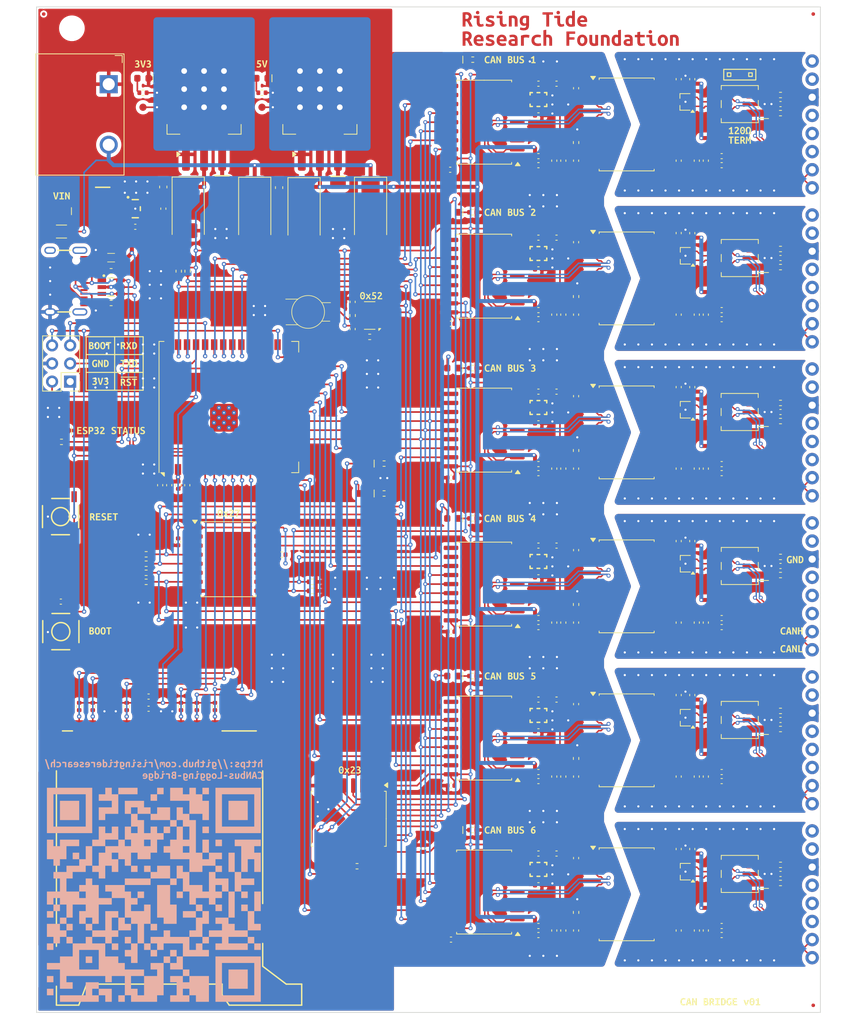
<source format=kicad_pcb>
(kicad_pcb (version 20241229) (generator "pcbnew") (generator_version "9.0")
  (layers (0 "F.Cu" signal) (4 "In1.Cu" signal) (6 "In2.Cu" signal) (2 "B.Cu" signal) (13 "F.Paste" user) (15 "B.Paste" user) (5 "F.SilkS" user "F.Silkscreen") (7 "B.SilkS" user "B.Silkscreen") (1 "F.Mask" user) (3 "B.Mask" user) (25 "Edge.Cuts" user))
  (net 0 "")
  (net 1 "GND")
  (net 2 "RTC_BAT")
  (net 3 "3.3V")
  (net 4 "ESP_BOOT")
  (net 5 "ESP32_EN")
  (net 6 "VIN")
  (net 7 "VUSB")
  (net 8 "5V")
  (net 9 "Net-(U8-OSC2)")
  (net 10 "Net-(U8-OSC1)")
  (net 11 "Net-(U9-OSC2)")
  (net 12 "Net-(U9-OSC1)")
  (net 13 "Net-(U10-OSC2)")
  (net 14 "Net-(U10-OSC1)")
  (net 15 "Net-(U11-OSC2)")
  (net 16 "Net-(U11-OSC1)")
  (net 17 "Net-(U12-OSC2)")
  (net 18 "Net-(U12-OSC1)")
  (net 19 "Net-(U13-OSC2)")
  (net 20 "Net-(U13-OSC1)")
  (net 21 "Net-(U14-GND1)")
  (net 22 "Net-(U14-VDD)")
  (net 23 "Net-(U15-GND1)")
  (net 24 "Net-(U15-VDD)")
  (net 25 "Net-(U16-GND1)")
  (net 26 "Net-(U16-VDD)")
  (net 27 "Net-(U17-GND1)")
  (net 28 "Net-(U17-VDD)")
  (net 29 "Net-(U18-GND1)")
  (net 30 "Net-(U18-VDD)")
  (net 31 "Net-(U19-VDD)")
  (net 32 "Net-(U19-GND1)")
  (net 33 "Net-(U14-VIO)")
  (net 34 "Net-(U15-VIO)")
  (net 35 "Net-(U16-VIO)")
  (net 36 "Net-(U17-VIO)")
  (net 37 "Net-(U18-VIO)")
  (net 38 "Net-(U19-VIO)")
  (net 39 "ISOGND1")
  (net 40 "Net-(U14-VISOIN)")
  (net 41 "Net-(U14-GND2)")
  (net 42 "Net-(U14-VISOOUT)")
  (net 43 "Net-(U15-VISOIN)")
  (net 44 "Net-(C1-Pad+)")
  (net 45 "Net-(U15-GND2)")
  (net 46 "Net-(U15-VISOOUT)")
  (net 47 "Net-(D3-K)")
  (net 48 "Net-(U16-VISOIN)")
  (net 49 "Net-(U16-GND2)")
  (net 50 "Net-(U16-VISOOUT)")
  (net 51 "Net-(U17-VISOIN)")
  (net 52 "Net-(U17-GND2)")
  (net 53 "Net-(U17-VISOOUT)")
  (net 54 "Net-(U18-VISOIN)")
  (net 55 "Net-(U18-GND2)")
  (net 56 "Net-(U18-VISOOUT)")
  (net 57 "Net-(U19-VISOIN)")
  (net 58 "Net-(U19-GND2)")
  (net 59 "Net-(U19-VISOOUT)")
  (net 60 "Net-(C92-Pad1)")
  (net 61 "Net-(C93-Pad1)")
  (net 62 "Net-(C94-Pad1)")
  (net 63 "Net-(C95-Pad1)")
  (net 64 "Net-(C96-Pad1)")
  (net 65 "Net-(C97-Pad1)")
  (net 66 "Net-(D1-A)")
  (net 67 "USB_DP")
  (net 68 "USB_DN")
  (net 71 "Net-(D6-A)")
  (net 72 "Net-(D7-A)")
  (net 73 "Net-(D8-K)")
  (net 74 "Net-(D8-A)")
  (net 75 "Net-(D9-A)")
  (net 76 "Net-(D9-K)")
  (net 77 "Net-(D10-A)")
  (net 78 "Net-(D10-K)")
  (net 79 "Net-(D11-K)")
  (net 80 "Net-(D11-A)")
  (net 81 "Net-(D12-A)")
  (net 82 "Net-(D12-K)")
  (net 83 "Net-(D13-K)")
  (net 84 "Net-(D13-A)")
  (net 85 "Net-(D14-A)")
  (net 86 "Net-(D14-K)")
  (net 87 "Net-(D15-A)")
  (net 88 "Net-(D15-K)")
  (net 89 "Net-(D17-A2)")
  (net 90 "Net-(D17-A1)")
  (net 91 "Net-(D18-A2)")
  (net 92 "Net-(D18-A1)")
  (net 93 "Net-(D19-A1)")
  (net 94 "Net-(D19-A2)")
  (net 95 "Net-(D20-A1)")
  (net 96 "Net-(D20-A2)")
  (net 97 "Net-(D21-A2)")
  (net 98 "Net-(D21-A1)")
  (net 99 "Net-(F1-Pad1)")
  (net 100 "Net-(J1-CC2)")
  (net 104 "Net-(J1-CC1)")
  (net 107 "SD_DAT0")
  (net 108 "SD_DAT2")
  (net 109 "SD_DAT3")
  (net 110 "SD_DAT1")
  (net 111 "SD_CMD")
  (net 112 "SD_CLK")
  (net 113 "ESP32_TXD")
  (net 114 "ESP32_RXD")
  (net 115 "Net-(J5-Pin_3)")
  (net 116 "Net-(J5-Pin_1)")
  (net 117 "Net-(J6-Pin_3)")
  (net 118 "Net-(J6-Pin_1)")
  (net 119 "Net-(J7-Pin_1)")
  (net 120 "Net-(J7-Pin_3)")
  (net 121 "Net-(J8-Pin_3)")
  (net 122 "Net-(J8-Pin_1)")
  (net 123 "Net-(J9-Pin_3)")
  (net 124 "Net-(J9-Pin_1)")
  (net 125 "Net-(J10-Pin_3)")
  (net 126 "Net-(J10-Pin_1)")
  (net 157 "ESP_STATUS")
  (net 158 "Net-(U1-EVI)")
  (net 159 "Net-(U6-~{INT})")
  (net 160 "~{RST_CAN1}")
  (net 161 "~{RST_CAN2}")
  (net 162 "~{RST_CAN3}")
  (net 163 "~{RST_CAN4}")
  (net 164 "~{RST_CAN5}")
  (net 165 "~{RST_CAN6}")
  (net 166 "SCL")
  (net 167 "SDA")
  (net 168 "Net-(U7-~{INT})")
  (net 169 "Net-(U14-EN{slash}FLT)")
  (net 170 "Net-(U15-EN{slash}FLT)")
  (net 171 "Net-(U16-EN{slash}FLT)")
  (net 172 "Net-(U17-EN{slash}FLT)")
  (net 173 "Net-(U18-EN{slash}FLT)")
  (net 174 "Net-(U19-EN{slash}FLT)")
  (net 175 "Net-(U1-CLKOUT)")
  (net 177 "PICO")
  (net 178 "CS_CAN5")
  (net 179 "SD_DETECT")
  (net 180 "CS_CAN3")
  (net 183 "CS_CAN2")
  (net 184 "~{INT_CAN4}")
  (net 185 "~{INT_CAN1}")
  (net 186 "~{INT_CAN6}")
  (net 187 "CS_CAN1")
  (net 188 "~{INT_CAN3}")
  (net 189 "~{INT_CAN2}")
  (net 190 "CS_CAN6")
  (net 191 "CS_CAN4")
  (net 192 "~{INT_CAN5}")
  (net 193 "POCI")
  (net 194 "SCK")
  (net 196 "Net-(D4-K)")
  (net 198 "Net-(D5-K)")
  (net 209 "Net-(U15-RXD)")
  (net 213 "Net-(U15-TXD)")
  (net 217 "Net-(U10-RXCAN)")
  (net 222 "Net-(U10-TXCAN)")
  (net 225 "Net-(U11-RXCAN)")
  (net 230 "Net-(U11-TXCAN)")
  (net 231 "Net-(U12-TXCAN)")
  (net 234 "Net-(U12-RXCAN)")
  (net 240 "Net-(U13-RXCAN)")
  (net 241 "Net-(U13-TXCAN)")
  (net 263 "/CAN1_P")
  (net 266 "/CAN1_N")
  (net 267 "/CAN1-")
  (net 268 "/CAN1+")
  (net 269 "ISOGND2")
  (net 270 "ISOGND3")
  (net 271 "ISOGND4")
  (net 272 "ISOGND5")
  (net 273 "ISOGND6")
  (net 274 "Net-(D22-A)")
  (footprint "Logging_Bridge_Lib:C_0402_1005Metric" (layer "F.Cu") (at 112.9665 77.1525 -90)
    (property "Reference" "C45")
    (property "Value" "1.0uF")
  )
  (footprint "Logging_Bridge_Lib:C_0402_1005Metric" (layer "F.Cu") (at 132.969 98.7425 -90)
    (property "Reference" "C88")
    (property "Value" "10uF")
  )
  (footprint "kibuzzard-683390C2" (layer "F.Cu") (at 52 84)
    (property "Reference" "kibuzzard-683390C2" (hide yes))
    (property "Value" "G***" (hide yes))
  )
  (footprint "Logging_Bridge_Lib:1x08" (layer "F.Cu") (at 147.8915 127.952499 -90)
    (property "Reference" "J15")
    (property "Value" "Conn_01x08_Socket")
  )
  (footprint "Logging_Bridge_Lib:C_0402_1005Metric" (layer "F.Cu") (at 112.9665 141.9225 -90)
    (property "Reference" "C48")
    (property "Value" "1.0uF")
  )
  (footprint "Logging_Bridge_Lib:R_0402_1005Metric" (layer "F.Cu") (at 114.759 53.0225 -90)
    (property "Reference" "R33")
    (property "Value" "4.7k")
  )
  (footprint "kibuzzard-68339090" (layer "F.Cu") (at 47.954407 81.5)
    (property "Reference" "kibuzzard-68339090" (hide yes))
    (property "Value" "G***" (hide yes))
  )
  (footprint "Logging_Bridge_Lib:Crystal_SMD_2.0x1.6mm" (layer "F.Cu") (at 109.474 90.17 180)
    (property "Reference" "Y3")
    (property "Value" "20MHz")
  )
  (footprint "Logging_Bridge_Lib:SMA" (layer "F.Cu") (at 65.0875 60.675999 -90)
    (property "Reference" "D3")
    (property "Value" "SK34A")
  )
  (footprint "Logging_Bridge_Lib:Crystal_SMD_2.0x1.6mm" (layer "F.Cu") (at 109.474 111.76 180)
    (property "Reference" "Y4")
    (property "Value" "20MHz")
  )
  (footprint "Logging_Bridge_Lib:C_0402_1005Metric" (layer "F.Cu") (at 143.4465 155.575 180)
    (property "Reference" "C97")
    (property "Value" "4.7nF")
  )
  (footprint "Logging_Bridge_Lib:CP_EIA-7343-30_AVX-N" (layer "F.Cu") (at 85.9155 62.2935 -90)
    (property "Reference" "C10")
    (property "Value" "10uF")
  )
  (footprint "Logging_Bridge_Lib:FPS00942000" (layer "F.Cu") (at 58.039 154 -90)
    (property "Reference" "J3")
    (property "Value" "FPS009-4200-0" (hide yes))
  )
  (footprint "Logging_Bridge_Lib:R_0402_1005Metric" (layer "F.Cu") (at 64.0715 132.0925 90)
    (property "Reference" "R23")
    (property "Value" "10k")
  )
  (footprint "Logging_Bridge_Lib:C_0402_1005Metric" (layer "F.Cu") (at 143.4465 69.215 180)
    (property "Reference" "C93")
    (property "Value" "4.7nF")
  )
  (footprint "Logging_Bridge_Lib:LED_0603_1608Metric" (layer "F.Cu") (at 97.4635 127.8255 180)
    (property "Reference" "D15")
    (property "Value" "Blue")
  )
  (footprint "Logging_Bridge_Lib:C_0402_1005Metric" (layer "F.Cu") (at 129.159 108.9025 -90)
    (property "Reference" "C68")
    (property "Value" "0.1uF")
  )
  (footprint "Logging_Bridge_Lib:C_0402_1005Metric" (layer "F.Cu") (at 114.759 88.5825 -90)
    (property "Reference" "C52")
    (property "Value" "0.1uF")
  )
  (footprint "Logging_Bridge_Lib:C_0402_1005Metric" (layer "F.Cu") (at 56.8325 62.2935 -90)
    (property "Reference" "C14")
    (property "Value" "1.0uF")
  )
  (footprint "Logging_Bridge_Lib:SOIC-20W_7.5x12.8mm_P1.27mm" (layer "F.Cu") (at 121.8565 136.8425)
    (property "Reference" "U18")
    (property "Value" "ISOW1044")
  )
  (footprint "Logging_Bridge_Lib:Fiducial_0.5mm_Mask1mm" (layer "F.Cu") (at 148.0435 35)
    (property "Reference" "Ref**")
    (property "Value" "Fiducial_0.5mm_Mask1mm")
  )
  (footprint "Logging_Bridge_Lib:C_0402_1005Metric" (layer "F.Cu") (at 112.9665 55.5625 -90)
    (property "Reference" "C44")
    (property "Value" "1.0uF")
  )
  (footprint "Logging_Bridge_Lib:TestPoint-1.0mm" (layer "F.Cu") (at 70.6755 48.0695 180)
    (property "Reference" "TP3")
    (property "Value" "1.0mm")
  )
  (footprint "Logging_Bridge_Lib:SOT-323_SC-70" (layer "F.Cu") (at 130.1115 155.2575 180)
    (property "Reference" "D21")
    (property "Value" "ESD2CANxx24-Q1")
  )
  (footprint "Logging_Bridge_Lib:Standoff" (layer "F.Cu") (at 94 37)
    (property "Reference" "REF**")
    (property "Value" "Standoff")
  )
  (footprint "Logging_Bridge_Lib:R_0402_1005Metric" (layer "F.Cu") (at 143.4465 48.895 180)
    (property "Reference" "R40")
    (property "Value" "60")
  )
  (footprint "Logging_Bridge_Lib:R_0402_1005Metric" (layer "F.Cu") (at 85.795 80.2715 180)
    (property "Reference" "R6")
    (property "Value" "10k")
  )
  (footprint "Logging_Bridge_Lib:R_0402_1005Metric" (layer "F.Cu") (at 58.92427 101.0665 90)
    (property "Reference" "R5")
    (property "Value" "10k")
  )
  (footprint "Logging_Bridge_Lib:R_0402_1005Metric" (layer "F.Cu") (at 84.016 154.4955 180)
    (property "Reference" "R21")
    (property "Value" "10k")
  )
  (footprint "Logging_Bridge_Lib:C_0402_1005Metric" (layer "F.Cu") (at 131.699 77.1525 -90)
    (property "Reference" "C77")
    (property "Value" "1.0uF")
  )
  (footprint "Logging_Bridge_Lib:R_0402_1005Metric" (layer "F.Cu") (at 143.4465 92.075 180)
    (property "Reference" "R44")
    (property "Value" "60")
  )
  (footprint "kibuzzard-683384E4" (layer "F.Cu") (at 48.5 105.5)
    (property "Reference" "kibuzzard-683384E4" (hide yes))
    (property "Value" "G***" (hide yes))
  )
  (footprint "Logging_Bridge_Lib:0805" (layer "F.Cu") (at 49.50375 69.1635)
    (property "Reference" "F1")
    (property "Value" "6V/0.5A/1A")
  )
  (footprint "kibuzzard-6833918D" (layer "F.Cu") (at 83 141)
    (property "Reference" "kibuzzard-6833918D" (hide yes))
    (property "Value" "G***" (hide yes))
  )
  (footprint "kibuzzard-68338593" (layer "F.Cu") (at 105.5 84.6455)
    (property "Reference" "kibuzzard-68338593" (hide yes))
    (property "Value" "G***" (hide yes))
  )
  (footprint "Logging_Bridge_Lib:Standoff" (layer "F.Cu") (at 44 37)
    (property "Reference" "REF**")
    (property "Value" "Standoff")
  )
  (footprint "Logging_Bridge_Lib:R_0402_1005Metric" (layer "F.Cu") (at 83.3975 77.2715 90)
    (property "Reference" "R1")
    (property "Value" "1k")
  )
  (footprint "Logging_Bridge_Lib:PinHeader_2x02_P2.54mm_Vertical_SMD" (layer "F.Cu") (at 137.7315 133.985 180)
    (property "Reference" "J9")
    (property "Value" "Conn_02x02_Pin")
  )
  (footprint "Logging_Bridge_Lib:C_0402_1005Metric" (layer "F.Cu") (at 112.9665 98.7425 -90)
    (property "Reference" "C46")
    (property "Value" "1.0uF")
  )
  (footprint "Logging_Bridge_Lib:C_0402_1005Metric" (layer "F.Cu") (at 129.159 77.1525 -90)
    (property "Reference" "C65")
    (property "Value" "10nF")
  )
  (footprint "Logging_Bridge_Lib:R_0402_1005Metric" (layer "F.Cu") (at 77.7367 114.6175)
    (property "Reference" "R13")
    (property "Value" "10k")
  )
  (footprint "Logging_Bridge_Lib:R_0402_1005Metric" (layer "F.Cu") (at 45.0215 132.0925 90)
    (property "Reference" "R22")
    (property "Value" "10k")
  )
  (footprint "kibuzzard-68338202" (layer "F.Cu") (at 70.6755 42)
    (property "Reference" "kibuzzard-68338202" (hide yes))
    (property "Value" "G***" (hide yes))
  )
  (footprint "kibuzzard-683390E1" (layer "F.Cu") (at 48 86.5)
    (property "Reference" "kibuzzard-683390E1" (hide yes))
    (property "Value" "G***" (hide yes))
  )
  (footprint "Logging_Bridge_Lib:4.8_CoinCell_Dynacap" (layer "F.Cu") (at 77.1525 76.7715 -90)
    (property "Reference" "C1")
    (property "Value" "22F")
  )
  (footprint "Logging_Bridge_Lib:C_0402_1005Metric" (layer "F.Cu") (at 97.0915 56.8325 180)
    (property "Reference" "C20")
    (property "Value" "0.1uF")
  )
  (footprint "kibuzzard-6833856B" (layer "F.Cu") (at 105.5 41.396)
    (property "Reference" "kibuzzard-6833856B" (hide yes))
    (property "Value" "G***" (hide yes))
  )
  (footprint "Logging_Bridge_Lib:C_0402_1005Metric" (layer "F.Cu") (at 42.4474 117.3905)
    (property "Reference" "C5")
    (property "Value" "0.1uF")
  )
  (footprint "Logging_Bridge_Lib:R_0402_1005Metric" (layer "F.Cu") (at 87.8115 102.229 180)
    (property "Reference" "R30")
    (property "Value" "470")
  )
  (footprint "Logging_Bridge_Lib:R_0402_1005Metric" (layer "F.Cu") (at 143.4465 154.305 180)
    (property "Reference" "R49")
    (property "Value" "60")
  )
  (footprint "Logging_Bridge_Lib:TO-263-3_TabPin2" (layer "F.Cu") (at 78.8035 47.0235 90)
    (property "Reference" "U4")
    (property "Value" "LM1085-5.0")
  )
  (footprint "Logging_Bridge_Lib:PinHeader_2x02_P2.54mm_Vertical_SMD" (layer "F.Cu") (at 137.7315 47.625 180)
    (property "Reference" "J5")
    (property "Value" "Conn_02x02_Pin")
  )
  (footprint "Logging_Bridge_Lib:C_0402_1005Metric" (layer "F.Cu") (at 54.765 132.41)
    (property "Reference" "C19")
    (property "Value" "10uF")
  )
  (footprint "Logging_Bridge_Lib:C_0402_1005Metric" (layer "F.Cu") (at 132.969 77.1525 -90)
    (property "Reference" "C87")
    (property "Value" "10uF")
  )
  (footprint "Logging_Bridge_Lib:LED_0603_1608Metric" (layer "F.Cu") (at 70.6755 44.0055 180)
    (property "Reference" "D7")
    (property "Value" "Red")
  )
  (footprint "kibuzzard-68339228" (layer "F.Cu") (at 135 173.5)
    (property "Reference" "kibuzzard-68339228" (hide yes))
    (property "Value" "G***" (hide yes))
  )
  (footprint "Logging_Bridge_Lib:ESP32-S3-WROOM-1U" (layer "F.Cu") (at 66.02927 90.1065 90)
    (property "Reference" "U2")
    (property "Value" "ESP32-S3-WROOM")
  )
  (footprint "Logging_Bridge_Lib:C_0402_1005Metric" (layer "F.Cu") (at 129.159 65.7125 -90)
    (property "Reference" "C64")
    (property "Value" "0.1uF")
  )
  (footprint "Logging_Bridge_Lib:LED_0603_1608Metric" (layer "F.Cu") (at 97.4635 41.396 180)
    (property "Reference" "D8")
    (property "Value" "Blue")
  )
  (footprint "Logging_Bridge_Lib:C_0402_1005Metric" (layer "F.Cu") (at 143.4465 112.395 180)
    (property "Reference" "C95")
    (property "Value" "4.7nF")
  )
  (footprint "Logging_Bridge_Lib:CP_EIA-7343-30_AVX-N" (layer "F.Cu") (at 76.581 62.351 -90)
    (property "Reference" "C13")
    (property "Value" "100uF")
  )
  (footprint "Logging_Bridge_Lib:R_0402_1005Metric" (layer "F.Cu") (at 143.4465 132.715 180)
    (property "Reference" "R47")
    (property "Value" "60")
  )
  (footprint "Logging_Bridge_Lib:LED_0603_1608Metric" (layer "F.Cu") (at 97.4635 62.8015 180)
    (property "Reference" "D9")
    (property "Value" "Blue")
  )
  (footprint "Logging_Bridge_Lib:C_0402_1005Metric" (layer "F.Cu") (at 109.474 70.8025 180)
    (property "Reference" "C28")
    (property "Value" "15pF")
  )
  (footprint "Logging_Bridge_Lib:SOT23-6" (layer "F.Cu") (at 49.50375 73.291)
    (property "Reference" "D2")
    (property "Value" "DT1042-04SO")
  )
  (footprint "Logging_Bridge_Lib:USB-C_16" (layer "F.Cu") (at 46.03375 72.4535 -90)
    (property "Reference" "J1")
    (property "Value" "USB_C_Receptacle")
  )
  (footprint "kibuzzard-6833859C" (layer "F.Cu") (at 105.5 105.7275)
    (property "Reference" "kibuzzard-6833859C" (hide yes))
    (property "Value" "G***" (hide yes))
  )
  (footprint "Logging_Bridge_Lib:C_0402_1005Metric" (layer "F.Cu") (at 131.064 87.3125 -90)
    (property "Reference" "C78")
    (property "Value" "10uF")
  )
  (footprint "Logging_Bridge_Lib:SOIC-18W_7.5x11.6mm_P1.27mm" (layer "F.Cu") (at 101.854 50.165 180)
    (property "Reference" "U8")
    (property "Value" "MCP2515-xSO")
  )
  (footprint "Logging_Bridge_Lib:C_0402_1005Metric" (layer "F.Cu") (at 112.9665 120.3325 -90)
    (property "Reference" "C47")
    (property "Value" "1.0uF")
  )
  (footprint "Logging_Bridge_Lib:R_0402_1005Metric" (layer "F.Cu") (at 54.4195 114.6175 180)
    (property "Reference" "R11")
    (property "Value" "10k")
  )
  (footprint "Logging_Bridge_Lib:C_0402_1005Metric" (layer "F.Cu") (at 109.474 119.6975)
    (property "Reference" "L7")
    (property "Value" "330 OHM")
  )
  (footprint "Logging_Bridge_Lib:SOIC-20W_7.5x12.8mm_P1.27mm" (layer "F.Cu") (at 121.8565 72.0725)
    (property "Reference" "U15")
    (property "Value" "ISOW1044")
  )
  (footprint "Logging_Bridge_Lib:Standoff" (layer "F.Cu") (at 144.0435 172)
    (property "Reference" "REF**")
    (property "Value" "Standoff")
  )
  (footprint "Logging_Bridge_Lib:SOIC-16W_7.5x10.3mm_P1.27mm" (layer "F.Cu") (at 65.9765 111.4425)
    (property "Reference" "U6")
    (property "Value" "TCA9534")
  )
  (footprint "Logging_Bridge_Lib:R_0402_1005Metric" (layer "F.Cu") (at 100.2575 41.396 180)
    (property "Reference" "R25")
    (property "Value" "470")
  )
  (footprint "Logging_Bridge_Lib:R_0402_1005Metric" (layer "F.Cu") (at 143.4465 111.125 180)
    (property "Reference" "R45")
    (property "Value" "60")
  )
  (footprint "Logging_Bridge_Lib:R_0402_1005Metric" (layer "F.Cu") (at 143.4465 156.845 180)
    (property "Reference" "R50")
    (property "Value" "60")
  )
  (footprint "Logging_Bridge_Lib:C_0402_1005Metric" (layer "F.Cu") (at 97.204 143.1925 180)
    (property "Reference" "C24")
    (property "Value" "0.1uF")
  )
  (footprint "Logging_Bridge_Lib:CP_EIA-7343-30_AVX-N" (layer "F.Cu") (at 69.6595 62.2935 -90)
    (property "Reference" "C9")
    (property "Value" "10uF")
  )
  (footprint "Logging_Bridge_Lib:SMA" (layer "F.Cu") (at 81.3435 60.7635 -90)
    (property "Reference" "D4")
    (property "Value" "SK34A")
  )
  (footprint "Logging_Bridge_Lib:C_0402_1005Metric" (layer "F.Cu") (at 114.759 77.1525 -90)
    (property "Reference" "C57")
    (property "Value" "10nF")
  )
  (footprint "Logging_Bridge_Lib:C_0402_1005Metric" (layer "F.Cu") (at 111.6965 55.5625 -90)
    (property "Reference" "C38")
    (property "Value" "10uF")
  )
  (footprint "Logging_Bridge_Lib:1x08" (layer "F.Cu") (at 147.8915 41.5925 -90)
    (property "Reference" "J11")
    (property "Value" "Conn_01x08_Socket")
  )
  (footprint "kibuzzard-683390E7" (layer "F.Cu") (at 48 84)
    (property "Reference" "kibuzzard-683390E7" (hide yes))
    (property "Value" "G***" (hide yes))
  )
  (footprint "Logging_Bridge_Lib:Fiducial_0.5mm_Mask1mm" (layer "F.Cu") (at 40.0435 35)
    (property "Reference" "Ref**")
    (property "Value" "Fiducial_0.5mm_Mask1mm")
  )
  (footprint "Logging_Bridge_Lib:MicroCrystal_C7_SON-8_1.5x3.2mm_P0.9mm" (layer "F.Cu") (at 85.795 77.2715 180)
    (property "Reference" "U1")
    (property "Value" "RV-3028-C7")
  )
  (footprint "Logging_Bridge_Lib:Crystal_SMD_2.0x1.6mm" (layer "F.Cu") (at 109.474 154.94 180)
    (property "Reference" "Y6")
    (property "Value" "20MHz")
  )
  (footprint "Logging_Bridge_Lib:R_0402_1005Metric" (layer "F.Cu") (at 70.6755 46.0375)
    (property "Reference" "R15")
    (property "Value" "1k")
  )
  (footprint "Logging_Bridge_Lib:C_0402_1005Metric" (layer "F.Cu") (at 109.474 49.2125 180)
    (property "Reference" "C26")
    (property "Value" "15pF")
  )
  (footprint "Logging_Bridge_Lib:C_0402_1005Metric" (layer "F.Cu") (at 112.014 66.3575)
    (property "Reference" "L14")
    (property "Value" "330 OHM")
  )
  (footprint "Logging_Bridge_Lib:SOT-323_SC-70" (layer "F.Cu") (at 130.1115 112.0775 180)
    (property "Reference" "D19")
    (property "Value" "ESD2CANxx24-Q1")
  )
  (footprint "Logging_Bridge_Lib:C_0402_1005Metric" (layer "F.Cu") (at 143.4465 133.985 180)
    (property "Reference" "C96")
    (property "Value" "4.7nF")
  )
  (footprint "Logging_Bridge_Lib:Push_SMD_5.2x5.2mm_h1.9mm" (layer "F.Cu") (at 42.4474 121.5965 90)
    (property "Reference" "SW2")
    (property "Value" "SMD_5.2x5.2mm_h1.9mm")
  )
  (footprint "Logging_Bridge_Lib:SOIC-18W_7.5x11.6mm_P1.27mm" (layer "F.Cu") (at 101.854 114.935 180)
    (property "Reference" "U11")
    (property "Value" "MCP2515-xSO")
  )
  (footprint "Logging_Bridge_Lib:C_0402_1005Metric" (layer "F.Cu") (at 131.064 44.1325 -90)
    (property "Reference" "C74")
    (property "Value" "10uF")
  )
  (footprint "Logging_Bridge_Lib:C_0402_1005Metric" (layer "F.Cu") (at 97.204 100.0125 180)
    (property "Reference" "C22")
    (property "Value" "0.1uF")
  )
  (footprint "Logging_Bridge_Lib:C_0402_1005Metric" (layer "F.Cu") (at 109.474 157.1625 180)
    (property "Reference" "C36")
    (property "Value" "15pF")
  )
  (footprint "Logging_Bridge_Lib:R_0402_1005Metric" (layer "F.Cu") (at 54.4195 110.7567 180)
    (property "Reference" "R8")
    (property "Value" "10k")
  )
  (footprint "kibuzzard-68339449" (layer "F.Cu") (at 145 124)
    (property "Reference" "kibuzzard-68339449" (hide yes))
    (property "Value" "G***" (hide yes))
  )
  (footprint "Logging_Bridge_Lib:C_0402_1005Metric" (layer "F.Cu") (at 135.1915 119.6975)
    (property "Reference" "L25")
    (property "Value" "330 OHM")
  )
  (footprint "Logging_Bridge_Lib:R_0402_1005Metric" (layer "F.Cu") (at 49.50375 75.5135 180)
    (property "Reference" "R3")
    (property "Value" "5.1k")
  )
  (footprint "Logging_Bridge_Lib:C_0402_1005Metric" (layer "F.Cu") (at 135.1915 141.2875)
    (property "Reference" "L27")
    (property "Value" "330 OHM")
  )
  (footprint "kibuzzard-683385A6" (layer "F.Cu") (at 105.5 149.4155)
    (property "Reference" "kibuzzard-683385A6" (hide yes))
    (property "Value" "G***" (hide yes))
  )
  (footprint "Logging_Bridge_Lib:R_0402_1005Metric" (layer "F.Cu") (at 114.759 117.7925 -90)
    (property "Reference" "R36")
    (property "Value" "4.7k")
  )
  (footprint "kibuzzard-68338682" (layer "F.Cu") (at 114 37)
    (property "Reference" "kibuzzard-68338682" (hide yes))
    (property "Value" "G***" (hide yes))
  )
  (footprint "kibuzzard-6833820A" (layer "F.Cu") (at 42.536 60.5)
    (property "Reference" "kibuzzard-6833820A" (hide yes))
    (property "Value" "G***" (hide yes))
  )
  (footprint "Logging_Bridge_Lib:C_0402_1005Metric" (layer "F.Cu") (at 109.474 98.1075)
    (property "Reference" "L5")
    (property "Value" "330 OHM")
  )
  (footprint "Logging_Bridge_Lib:C_0402_1005Metric" (layer "F.Cu") (at 109.474 54.9275)
    (property "Reference" "L1")
    (property "Value" "330 OHM")
  )
  (footprint "kibuzzard-6833858D" (layer "F.Cu") (at 105.5 62.8015)
    (property "Reference" "kibuzzard-6833858D" (hide yes))
    (property "Value" "G***" (hide yes))
  )
  (footprint "Logging_Bridge_Lib:C_0402_1005Metric" (layer "F.Cu") (at 143.4465 90.805 180)
    (property "Reference" "C94")
    (property "Value" "4.7nF")
  )
  (footprint "Logging_Bridge_Lib:R_0402_1005Metric" (layer "F.Cu") (at 143.4465 89.535 180)
    (property "Reference" "R43")
    (property "Value" "60")
  )
  (footprint "Logging_Bridge_Lib:R_0402_1005Metric" (layer "F.Cu") (at 100.2575 149.4155 180)
    (property "Reference" "R31")
    (property "Value" "470")
  )
  (footprint "Logging_Bridge_Lib:R_0402_1005Metric" (layer "F.Cu") (at 61.5315 132.0925 90)
    (property "Reference" "R24")
    (property "Value" "10k")
  )
  (footprint "Logging_Bridge_Lib:C_0402_1005Metric" (layer "F.Cu") (at 135.1915 76.5175)
    (property "Reference" "L21")
    (property "Value" "330 OHM")
  )
  (footprint "Logging_Bridge_Lib:C_0402_1005Metric" (layer "F.Cu") (at 129.159 44.1325 -90)
    (property "Reference" "C62")
    (property "Value" "0.1uF")
  )
  (footprint "Logging_Bridge_Lib:C_0402_1005Metric" (layer "F.Cu") (at 114.759 163.5125 -90)
    (property "Reference" "C61")
    (property "Value" "10nF")
  )
  (footprint "Logging_Bridge_Lib:C_0402_1005Metric" (layer "F.Cu") (at 114.759 55.5625 -90)
    (property "Reference" "C56")
    (property "Value" "10nF")
  )
  (footprint "Logging_Bridge_Lib:C_0402_1005Metric" (layer "F.Cu") (at 129.159 130.4925 -90)
    (property "Reference" "C70")
    (property "Value" "0.1uF")
  )
  (footprint "Logging_Bridge_Lib:C_0402_1005Metric" (layer "F.Cu") (at 57.65427 101.0665 -90)
    (property "Reference" "C7")
    (property "Value" "4.7uF")
  )
  (footprint "Logging_Bridge_Lib:SOIC-20W_7.5x12.8mm_P1.27mm" (layer "F.Cu") (at 121.8565 93.6625)
    (property "Reference" "U16")
    (property "Value" "ISOW1044")
  )
  (footprint "Logging_Bridge_Lib:R_0402_1005Metric" (layer "F.Cu") (at 58.9915 71.0565 90)
    (property "Reference" "R18")
    (property "Value" "2.2k")
  )
  (footprint "Logging_Bridge_Lib:C_0402_1005Metric" (layer "F.Cu") (at 131.699 98.7425 -90)
    (property "Reference" "C79")
    (property "Value" "1.0uF")
  )
  (footprint "Logging_Bridge_Lib:C_0402_1005Metric" (layer "F.Cu") (at 109.474 152.7175)
    (property "Reference" "C37")
    (property "Value" "15pF")
  )
  (footprint "Logging_Bridge_Lib:C_0402_1005Metric" (layer "F.Cu") (at 109.474 135.5725 180)
    (property "Reference" "C34")
    (property "Value" "15pF")
  )
  (footprint "Logging_Bridge_Lib:R_0402_1005Metric" (layer "F.Cu") (at 60.2415 71.0565 -90)
    (property "Reference" "R16")
    (property "Value" "2.2k")
  )
  (footprint "Logging_Bridge_Lib:LED_0603_1608Metric" (layer "F.Cu") (at 42.536 62.6425 180)
    (property "Reference" "D22")
    (property "Value" "Red")
  )
  (footprint "Logging_Bridge_Lib:R_0402_1005Metric" (layer "F.Cu") (at 114.759 160.9725 -90)
    (property "Reference" "R38")
    (property "Value" "4.7k")
  )
  (footprint "Logging_Bridge_Lib:SMA" (layer "F.Cu") (at 48.3235 62.2935 -90)
    (property "Reference" "D5")
    (property "Value" "SK34A")
  )
  (footprint "Logging_Bridge_Lib:C_0402_1005Metric" (layer "F.Cu") (at 135.1915 56.1975)
    (property "Reference" "L20")
    (property "Value" "330 OHM")
  )
  (footprint "Logging_Bridge_Lib:SOIC-20W_7.5x12.8mm_P1.27mm" (layer "F.Cu") (at 121.8565 115.2525)
    (property "Reference" "U17")
    (property "Value" "ISOW1044")
  )
  (footprint "Logging_Bridge_Lib:C_0402_1005Metric" (layer "F.Cu") (at 135.1915 120.9675)
    (property "Reference" "L26")
    (property "Value" "330 OHM")
  )
  (footprint "Logging_Bridge_Lib:SOT-323_SC-70" (layer "F.Cu") (at 130.1115 133.6675 180)
    (property "Reference" "D20")
    (property "Value" "ESD2CANxx24-Q1")
  )
  (footprint "Logging_Bridge_Lib:C_0402_1005Metric" (layer "F.Cu") (at 129.159 55.5625 -90)
    (property "Reference" "C63")
    (property "Value" "10nF")
  )
  (footprint "Logging_Bridge_Lib:C_0402_1005Metric" (layer "F.Cu") (at 97.204 78.4225 180)
    (property "Reference" "C21")
    (property "Value" "0.1uF")
  )
  (footprint "Logging_Bridge_Lib:C_0402_1005Metric" (layer "F.Cu") (at 109.474 113.9825 180)
    (property "Reference" "C32")
    (property "Value" "15pF")
  )
  (footprint "Logging_Bridge_Lib:TerminalBlock_DoraboDBT10_8.5mm" (layer "F.Cu") (at 49.168 44.8355 -90)
    (property "Reference" "J2")
    (property "Value" "Screw_Terminal_01x02")
  )
  (footprint "Logging_Bridge_Lib:C_0402_1005Metric" (layer "F.Cu") (at 129.159 98.7425 -90)
    (property "Reference" "C67")
    (property "Value" "10nF")
  )
  (footprint "Logging_Bridge_Lib:C_0402_1005Metric" (layer "F.Cu") (at 132.969 55.5625 -90)
    (property "Reference" "C86")
    (property "Value" "10uF")
  )
  (footprint "Logging_Bridge_Lib:R_0402_1005Metric" (layer "F.Cu") (at 54.4195 112.0775 180)
    (property "Reference" "R9")
    (property "Value" "10k")
  )
  (footprint "Logging_Bridge_Lib:SOIC-18W_7.5x11.6mm_P1.27mm" (layer "F.Cu") (at 101.854 93.345 180)
    (property "Reference" "U10")
    (property "Value" "MCP2515-xSO")
  )
  (footprint "Logging_Bridge_Lib:1x08" (layer "F.Cu") (at 147.8915 63.1825 -90)
    (property "Reference" "J12")
    (property "Value" "Conn_01x08_Socket")
  )
  (footprint "Logging_Bridge_Lib:Standoff" (layer "F.Cu") (at 144 37)
    (property "Reference" "REF**")
    (property "Value" "Standoff")
  )
  (footprint "Logging_Bridge_Lib:C_0402_1005Metric" (layer "F.Cu") (at 109.474 92.3925 180)
    (property "Reference" "C30")
    (property "Value" "15pF")
  )
  (footprint "Logging_Bridge_Lib:C_0402_1005Metric" (layer "F.Cu") (at 109.474 164.1475)
    (property "Reference" "L12")
    (property "Value" "330 OHM")
  )
  (footprint "Logging_Bridge_Lib:C_0402_1005Metric" (layer "F.Cu") (at 112.014 131.1275)
    (property "Reference" "L17")
    (property "Value" "330 OHM")
  )
  (footprint "Logging_Bridge_Lib:C_0402_1005Metric" (layer "F.Cu") (at 60.19427 101.0665 -90)
    (property "Reference" "C6")
    (property "Value" "1.0uF")
  )
  (footprint "Logging_Bridge_Lib:PinHeader_2x02_P2.54mm_Vertical_SMD" (layer "F.Cu") (at 137.7165 90.805 180)
    (property "Reference" "J7")
    (property "Value" "Conn_02x02_Pin")
  )
  (footprint "Logging_Bridge_Lib:C_0402_1005Metric" (layer "F.Cu") (at 114.759 45.4025 -90)
    (property "Reference" "C50")
    (property "Value" "0.1uF")
  )
  (footprint "Logging_Bridge_Lib:Push_SMD_5.2x5.2mm_h1.9mm" (layer "F.Cu") (at 42.4115 105.4711 90)
    (property "Reference" "SW1")
    (property "Value" "SMD_5.2x5.2mm_h1.9mm")
  )
  (footprint "Logging_Bridge_Lib:LED_0603_1608Metric" (layer "F.Cu") (at 53.975 44.0055 180)
    (property "Reference" "D6")
    (property "Value" "Red")
  )
  (footprint "Logging_Bridge_Lib:C_0402_1005Metric" (layer "F.Cu") (at 58.9063 109.0108 -90)
    (property "Reference" "C8")
    (property "Value" "0.1uF")
  )
  (footprint "Logging_Bridge_Lib:C_0402_1005Metric" (layer "F.Cu") (at 111.6965 141.9225 -90)
    (property "Reference" "C42")
    (property "Value" "10uF")
  )
  (footprint "Logging_Bridge_Lib:C_0402_1005Metric" (layer "F.Cu") (at 131.064 108.9025 -90)
    (property "Reference" "C80")
    (property "Value" "10uF")
  )
  (footprint "Logging_Bridge_Lib:C_0402_1005Metric" (layer "F.Cu") (at 114.759 131.7625 -90)
    (property "Reference" "C54")
    (property "Value" "0.1uF")
  )
  (footprint "Logging_Bridge_Lib:C_0402_1005Metric" (layer "F.Cu") (at 143.4465 47.625 180)
    (property "Reference" "C92")
    (property "Value" "4.7nF")
  )
  (footprint "Logging_Bridge_Lib:C_0402_1005Metric" (layer "F.Cu") (at 111.6965 120.3325 -90)
    (property "Reference" "C41")
    (property "Value" "10uF")
  )
  (footprint "Logging_Bridge_Lib:R_0402_1005Metric" (layer "F.Cu") (at 143.4465 113.665 180)
    (property "Reference" "R46")
    (property "Value" "60")
  )
  (footprint "Logging_Bridge_Lib:SOT-323_SC-70" (layer "F.Cu") (at 130.1115 68.8975 180)
    (property "Reference" "D17")
    (property "Value" "ESD2CANxx24-Q1")
  )
  (footprint "Logging_Bridge_Lib:C_0402_1005Metric" (layer "F.Cu") (at 114.759 141.9225 -90)
    (property "Reference" "C60")
    (property "Value" "10nF")
  )
  (footprint "Logging_Bridge_Lib:C_0402_1005Metric" (layer "F.Cu") (at 135.1915 142.5575)
    (property "Reference" "L28")
    (property "Value" "330 OHM")
  )
  (footprint "Logging_Bridge_Lib:C_0402_1005Metric" (layer "F.Cu") (at 135.1915 162.8775)
    (property "Reference" "L29")
    (property "Value" "330 OHM")
  )
  (footprint "Logging_Bridge_Lib:1x08" (layer "F.Cu") (at 147.8915 149.5425 -90)
    (property "Reference" "J16")
    (property "Value" "Conn_01x08_Socket")
  )
  (footprint "kibuzzard-68339419" (layer "F.Cu") (at 145 121.5)
    (property "Reference" "kibuzzard-68339419" (hide yes))
    (property "Value" "G***" (hide yes))
  )
  (footprint "Logging_Bridge_Lib:C_0402_1005Metric" (layer "F.Cu") (at 109.474 87.9475)
    (property "Reference" "C31")
    (property "Value" "15pF")
  )
  (footprint "Logging_Bridge_Lib:C_0402_1005Metric" (layer "F.Cu") (at 54.765 130.705)
    (property "Reference" "C18")
    (property "Value" "0.1uF")
  )
  (footprint "Logging_Bridge_Lib:TestPoint-1.0mm" (layer "F.Cu") (at 53.975 48.0695 180)
    (property "Reference" "TP2")
    (property "Value" "1.0mm")
  )
  (footprint "Logging_Bridge_Lib:Crystal_SMD_2.0x1.6mm" (layer "F.Cu") (at 109.474 68.58 180)
    (property "Reference" "Y2")
    (property "Value" "20MHz")
  )
  (footprint "Logging_Bridge_Lib:C_0402_1005Metric" (layer "F.Cu") (at 109.474 131.1275)
    (property "Reference" "C35")
    (property "Value" "15pF")
  )
  (footprint "Logging_Bridge_Lib:LED_0603_1608Metric" (layer "F.Cu") (at 97.4635 149.4155 180)
    (property "Reference" "D14")
    (property "Value" "Blue")
  )
  (footprint "Logging_Bridge_Lib:1x08" (layer "F.Cu") (at 147.8915 106.362499 -90)
    (property "Reference" "J14")
    (property "Value" "Conn_01x08_Socket")
  )
  (footprint "Logging_Bridge_Lib:R_0402_1005Metric" (layer "F.Cu") (at 51.689 132.092499 90)
    (property "Reference" "R19")
    (property "Value" "10k")
  )
  (footprint "kibuzzard-68339145" (layer "F.Cu") (at 86 74.5)
    (property "Reference" "kibuzzard-68339145" (hide yes))
    (property "Value" "G***" (hide yes))
  )
  (footprint "Logging_Bridge_Lib:PinHeader_2x03_P2.54mm_Vertical" (layer "F.Cu") (at 43.7565 86.539893 180)
    (property "Reference" "J4")
    (property "Value" "Conn_02x03_Odd_Even")
  )
  (footprint "Logging_Bridge_Lib:R_0402_1005Metric" (layer "F.Cu") (at 100.2575 127.8255 180)
    (property "Reference" "R32")
    (property "Value" "470")
  )
  (footprint "Logging_Bridge_Lib:R_0402_1005Metric" (layer "F.Cu") (at 59.309 132.0925 90)
    (property "Reference" "R17")
    (property "Value" "10k")
  )
  (footprint "Logging_Bridge_Lib:Fiducial_0.5mm_Mask1mm" (layer "F.Cu") (at 148.0435 174)
    (property "Reference" "Ref**")
    (property "Value" "Fiducial_0.5mm_Mask1mm")
  )
  (footprint "Logging_Bridge_Lib:C_0402_1005Metric" (layer "F.Cu") (at 114.759 120.3325 -90)
    (property "Reference" "C59")
    (property "Value" "10nF")
  )
  (footprint "Logging_Bridge_Lib:C_0402_1005Metric" (layer "F.Cu") (at 93.2815 152.0063 90)
    (property "Reference" "C17")
    (property "Value" "0.1uF")
  )
  (footprint "Logging_Bridge_Lib:R_0402_1005Metric" (layer "F.Cu") (at 87.8115 98.038 180)
    (property "Reference" "R29")
    (property "Value" "470")
  )
  (footprint "Logging_Bridge_Lib:C_0402_1005Metric" (layer "F.Cu") (at 109.474 44.7675)
    (property "Reference" "C27")
    (property "Value" "15pF")
  )
  (footprint "Logging_Bridge_Lib:C_0402_1005Metric" (layer "F.Cu") (at 109.474 162.8775)
    (property "Reference" "L11")
    (property "Value" "330 OHM")
  )
  (footprint "Logging_Bridge_Lib:R_0402_1005Metric" (layer "F.Cu") (at 114.759 139.3825 -90)
    (property "Reference" "R37")
    (property "Value" "4.7k")
  )
  (footprint "Logging_Bridge_Lib:LED_0603_1608Metric" (layer "F.Cu") (at 97.4635 105.7275 180)
    (property "Reference" "D11")
    (property "Value" "Blue")
  )
  (footprint "Logging_Bridge_Lib:C_0402_1005Metric" (layer "F.Cu") (at 135.1915 164.1475)
    (property "Reference" "L30")
    (property "Value" "330 OHM")
  )
  (footprint "Logging_Bridge_Lib:C_0402_1005Metric" (layer "F.Cu") (at 135.1915 99.3775)
    (property "Reference" "L24")
    (property "Value" "330 OHM")
  )
  (footprint "Logging_Bridge_Lib:R_0402_1005Metric" (layer "F.Cu") (at 49.50375 71.0685 180)
    (property "Reference" "R4")
    (property "Value" "5.1k")
  )
  (footprint "Logging_Bridge_Lib:C_0402_1005Metric" (layer "F.Cu") (at 83.397499 75.3665 90)
    (property "Reference" "C2")
    (property "Value" "100nF")
  )
  (footprint "Logging_Bridge_Lib:C_0402_1005Metric" (layer "F.Cu") (at 129.159 87.3125 -90)
    (property "Reference" "C66")
    (property "Value" "0.1uF")
  )
  (footprint "kibuzzard-683390DA" (layer "F.Cu") (at 52 86.5)
    (property "Reference" "kibuzzard-683390DA" (hide yes))
    (property "Value" "G***" (hide yes))
  )
  (footprint "Logging_Bridge_Lib:C_0402_1005Metric" (layer "F.Cu") (at 83.3975 79.1765 -90)
    (property "Reference" "C3")
    (property "Value" "100nF")
  )
  (footprint "Logging_Bridge_Lib:C_0402_1005Metric" (layer "F.Cu") (at 114.759 110.1725 -90)
    (property "Reference" "C53")
    (property "Value" "0.1uF")
  )
  (footprint "Logging_Bridge_Lib:C_0402_1005Metric" (layer "F.Cu") (at 109.474 142.5575)
    (property "Reference" "L10")
    (property "Value" "330 OHM")
  )
  (footprint "Logging_Bridge_Lib:C_0402_1005Metric" (layer "F.Cu") (at 111.6965 163.5125 -90)
    (property "Reference" "C43")
    (property "Value" "10uF")
  )
  (footprint "Logging_Bridge_Lib:LED_0603_1608Metric" (layer "F.Cu") (at 97.4635 84.6455 180)
    (property "Reference" "D10")
    (property "Value" "Blue")
  )
  (footprint "Logging_Bridge_Lib:C_0402_1005Metric" (layer "F.Cu") (at 109.474 99.3775)
    (property "Reference" "L6")
    (property "Value" "330 OHM")
  )
  (footprint "Logging_Bridge_Lib:PinHeader_2x02_P2.54mm_Vertical_SMD" (layer "F.Cu") (at 137.7315 69.215 180)
    (property "Reference" "J6")
    (property "Value" "Conn_02x02_Pin")
  )
  (footprint "Logging_Bridge_Lib:C_0402_1005Metric" (layer "F.Cu") (at 114.759 98.7425 -90)
    (property "Reference" "C58")
    (property "Value" "10nF")
  )
  (footprint "Logging_Bridge_Lib:C_0402_1005Metric" (layer "F.Cu") (at 109.474 76.5175)
    (property "Reference" "L3")
    (property "Value" "330 OHM")
  )
  (footprint "Logging_Bridge_Lib:C_0603_1608Metric" (layer "F.Cu") (at 73.0795 59.339999 90)
    (property "Reference" "C16")
    (property "Value" "0.1uF")
  )
  (footprint "Logging_Bridge_Lib:C_0402_1005Metric" (layer "F.Cu") (at 109.474 77.7875)
    (property "Reference" "L4")
    (property "Value" "330 OHM")
  )
  (footprint "kibuzzard-6833959C" (layer "F.Cu") (at 137.7315 52)
    (property "Reference" "kibuzzard-6833959C" (hide yes))
    (property "Value" "G***" (hide yes))
  )
  (footprint "Logging_Bridge_Lib:PinHeader_2x02_P2.54mm_Vertical_SMD" (layer "F.Cu") (at 137.7315 155.575 180)
    (property "Reference" "J10")
    (property "Value" "Conn_02x02_Pin")
  )
  (footprint "Logging_Bridge_Lib:C_0603_1608Metric" (layer "F.Cu") (at 56.8235 59.2525 90)
    (property "Reference" "C15")
    (property "Value" "0.1uF")
  )
  (footprint "Logging_Bridge_Lib:R_0402_1005Metric" (layer "F.Cu") (at 143.4465 46.355 180)
    (property "Reference" "R39")
    (property "Value" "60")
  )
  (footprint "Logging_Bridge_Lib:LED_0603_1608Metric" (layer "F.Cu") (at 85.0175 98.038 180)
    (property "Reference" "D12")
    (property "Value" "Blue")
  )
  (footprint "Logging_Bridge_Lib:R_0402_1005Metric" (layer "F.Cu") (at 77.7367 115.8875)
    (property "Reference" "R12")
    (property "Value" "10k")
  )
  (footprint "Logging_Bridge_Lib:R_0402_1005Metric" (layer "F.Cu") (at 100.2575 62.8015 180)
    (property "Reference" "R26")
    (property "Value" "470")
  )
  (footprint "Logging_Bridge_Lib:C_0402_1005Metric" (layer "F.Cu") (at 109.474 56.1975)
    (property "Reference" "L2")
    (property "Value" "330 OHM")
  )
  (footprint "Logging_Bridge_Lib:C_0402_1005Metric" (layer "F.Cu") (at 129.159 152.0825 -90)
    (property "Reference" "C72")
    (property "Value" "0.1uF")
  )
  (footprint "Logging_Bridge_Lib:C_0402_1005Metric" (layer "F.Cu") (at 131.699 120.3325 -90)
    (property "Reference" "C81")
    (property "Value" "1.0uF")
  )
  (footprint "kibuzzard-683384F2" (layer "F.Cu") (at 48 121.5)
    (property "Reference" "kibuzzard-683384F2" (hide yes))
    (property "Value" "G***" (hide yes))
  )
  (footprint "Logging_Bridge_Lib:R_1206_3216Metric" (layer "F.Cu") (at 42.536 65.5)
    (property "Reference" "R51")
    (property "Value" "2.0k")
  )
  (footprint "Logging_Bridge_Lib:SOIC-18W_7.5x11.6mm_P1.27mm" (layer "F.Cu") (at 101.854 136.525 180)
    (property "Reference" "U12")
    (property "Value" "MCP2515-xSO")
  )
  (footprint "Logging_Bridge_Lib:LED_0603_1608Metric" (layer "F.Cu") (at 85.0175 102.229 180)
    (property "Reference" "D13")
    (property "Value" "Blue")
  )
  (footprint "Logging_Bridge_Lib:C_0402_1005Metric" (layer "F.Cu") (at 135.1915 98.1075)
    (property "Reference" "L23")
    (property "Value" "330 OHM")
  )
  (footprint "Logging_Bridge_Lib:C_0402_1005Metric" (layer "F.Cu") (at 112.014 109.5375)
    (property "Reference" "L16")
    (property "Value" "330 OHM")
  )
  (footprint "Logging_Bridge_Lib:C_0402_1005Metric" (layer "F.Cu") (at 129.159 120.3325 -90)
    (property "Reference" "C69")
    (property "Value" "10nF")
  )
  (footprint "Logging_Bridge_Lib:C_0402_1005Metric" (layer "F.Cu") (at 97.204 121.6025 180)
    (property "Reference" "C23")
    (property "Value" "0.1uF")
  )
  (footprint "Logging_Bridge_Lib:C_0402_1005Metric" (layer "F.Cu") (at 112.014 152.7175)
    (property "Reference" "L18")
    (property "Value" "330 OHM")
  )
  (footprint "Logging_Bridge_Lib:R_0402_1005Metric" (layer "F.Cu") (at 53.975 46.0375)
    (property "Reference" "R14")
    (property "Value" "470")
  )
  (footprint "Logging_Bridge_Lib:Crystal_SMD_2.0x1.6mm" (layer "F.Cu") (at 109.474 133.35 180)
    (property "Reference" "Y5")
    (property "Value" "20MHz")
  )
  (footprint "Logging_Bridge_Lib:C_0402_1005Metric" (layer "F.Cu") (at 52.8955 64.8335)
    (property "Reference" "C11")
    (property "Value" "1.0uF")
  )
  (footprint "Logging_Bridge_Lib:C_0402_1005Metric" (layer "F.Cu") (at 132.969 163.5125 -90)
    (property "Reference" "C91")
    (property "Value" "10uF")
  )
  (footprint "Logging_Bridge_Lib:C_0402_1005Metric" (layer "F.Cu") (at 114.759 153.3525 -90)
    (property "Reference" "C55")
    (property "Value" "0.1uF")
  )
  (footprint "Logging_Bridge_Lib:SOT-323_SC-70" (layer "F.Cu") (at 130.064 47.3225 180)
    (property "Reference" "D16")
    (property "Value" "ESD2CANxx24-Q1")
  )
  (footprint "Logging_Bridge_Lib:SOIC-18W_7.5x11.6mm_P1.27mm" (layer "F.Cu") (at 101.854 71.755 180)
    (property "Reference" "U9")
    (property "Value" "MCP2515-xSO")
  )
  (footprint "Logging_Bridge_Lib:C_0402_1005Metric" (layer "F.Cu") (at 135.1915 54.9275)
    (property "Reference" "L19")
    (property "Value" "330 OHM")
  )
  (footprint "Logging_Bridge_Lib:C_0402_1005Metric" (layer "F.Cu") (at 129.159 163.5125 -90)
    (property "Reference" "C73")
    (property "Value" "10nF")
  )
  (footprint "Logging_Bridge_Lib:SOT-323_SC-70" (layer "F.Cu") (at 130.1115 90.4875 180)
    (property "Reference" "D18")
    (property "Value" "ESD2CANxx24-Q1")
  )
  (footprint "Logging_Bridge_Lib:C_0402_1005Metric" (layer "F.Cu") (at 112.014 44.7675)
    (property "Reference" "L13")
    (property "Value" "330 OHM")
  )
  (footprint "Logging_Bridge_Lib:R_0402_1005Metric" (layer "F.Cu") (at 143.4465 70.485 180)
    (property "Reference" "R42")
    (property "Value" "60")
  )
  (footprint "Logging_Bridge_Lib:C_0402_1005Metric" (layer "F.Cu") (at 129.159 141.9225 -90)
    (property "Reference" "C71")
    (property "Value" "10nF")
  )
  (footprint "Logging_Bridge_Lib:C_0402_1005Metric" (layer "F.Cu") (at 111.6965 98.7425 -90)
    (property "Reference" "C40")
    (property "Value" "10uF")
  )
  (footprint "Logging_Bridge_Lib:R_0402_1005Metric" (layer "F.Cu") (at 114.759 96.2025 -90)
    (property "Reference" "R35")
    (property "Value" "4.7k")
  )
  (footprint "kibuzzard-6833916E" (layer "F.Cu") (at 66 105)
    (property "Reference" "kibuzzard-6833916E" (hide yes))
    (property "Value" "G***" (hide yes))
  )
  (footprint "Logging_Bridge_Lib:C_0402_1005Metric" (layer "F.Cu") (at 132.969 141.9225 -90)
    (property "Reference" "C90")
    (property "Value" "10uF")
  )
  (footprint "Logging_Bridge_Lib:SOIC-18W_7.5x11.6mm_P1.27mm" (layer "F.Cu") (at 101.854 158.115 180)
    (property "Reference" "U13")
    (property "Value" "MCP2515-xSO")
  )
  (footprint "Logging_Bridge_Lib:PinHeader_2x02_P2.54mm_Vertical_SMD" (layer "F.Cu") (at 137.7315 112.395 180)
    (property "Reference" "J8")
    (property "Value" "Conn_02x02_Pin")
  )
  (footprint "Logging_Bridge_Lib:SOIC-16W_7.5x10.3mm_P1.27mm" (layer "F.Cu") (at 82.8476 147.8407 -90)
    (property "Reference" "U7")
    (property "Value" "TCA9534")
  )
  (footprint "Logging_Bridge_Lib:C_0402_1005Metric" (layer "F.Cu") (at 112.9665 163.5125 -90)
    (property "Reference" "C49")
    (property "Value" "1.0uF")
  )
  (footprint "Logging_Bridge_Lib:R_0402_1005Metric" (layer "F.Cu") (at 100.2575 84.6455 180)
    (property "Reference" "R27")
    (property "Value" "470")
  )
  (footprint "Logging_Bridge_Lib:C_0402_1005Metric" (layer "F.Cu") (at 131.064 130.4925 -90)
    (property "Reference" "C82")
    (property "Value" "10uF")
  )
  (footprint "kibuzzard-68339454" (layer "F.Cu") (at 145.5 111.5)
    (property "Reference" "kibuzzard-68339454" (hide yes))
    (property "Value" "G***" (hide yes))
  )
  (footprint "Logging_Bridge_Lib:C_0402_1005Metric" (layer "F.Cu") (at 109.474 120.9675)
    (property "Reference" "L8")
    (property "Value" "330 OHM")
  )
  (footprint "Logging_Bridge_Lib:C_0402_1005Metric" (layer "F.Cu") (at 135.1915 77.7875)
    (property "Reference" "L22")
    (property "Value" "330 OHM")
  )
  (footprint "Logging_Bridge_Lib:R_0402_1005Metric" (layer "F.Cu") (at 54.4195 113.3475 180)
    (property "Reference" "R10")
    (property "Value" "10k")
  )
  (footprint "Logging_Bridge_Lib:LED_0603_1608Metric" (layer "F.Cu") (at 42.536 93.4025 180)
    (property "Reference" "D1")
    (property "Value" "Blue")
  )
  (footprint "Logging_Bridge_Lib:C_0402_1005Metric" (layer "F.Cu") (at 109.474 141.2875)
    (property "Reference" "L9")
    (property "Value" "330 OHM")
  )
  (footprint "Logging_Bridge_Lib:SOT23-5" (layer "F.Cu") (at 52.8955 62.2935)
    (property "Reference" "U5")
    (property "Value" "AP2112K-3.3")
  )
  (footprint "Logging_Bridge_Lib:R_0402_1005Metric" (layer "F.Cu") (at 46.9265 132.092499 90)
    (property "Reference" "R20")
    (property "Value" "10k")
  )
  (footprint "Logging_Bridge_Lib:R_0402_1005Metric" (layer "F.Cu") (at 143.4465 135.255 180)
    (property "Reference" "R48")
    (property "Value" "60")
  )
  (footprint "Logging_Bridge_Lib:Crystal_SMD_2.0x1.6mm" (layer "F.Cu") (at 109.474 46.99 180)
    (property "Reference" "Y1")
    (property "Value" "20MHz")
  )
  (footprint "Logging_Bridge_Lib:C_0402_1005Metric" (layer "F.Cu") (at 109.474 109.5375)
    (property "Reference" "C33")
    (property "Value" "15pF")
  )
  (footprint "Logging_Bridge_Lib:R_0402_1005Metric" (layer "F.Cu") (at 143.4465 67.945 180)
    (property "Reference" "R41")
    (property "Value" "60")
  )
  (footprint "kibuzzard-683385A1" (layer "F.Cu") (at 105.5 127.8255)
    (property "Reference" "kibuzzard-683385A1" (hide yes))
    (property "Value" "G***" (hide yes))
  )
  (footprint "Logging_Bridge_Lib:C_0402_1005Metric" (layer "F.Cu") (at 97.204 164.7825 180)
    (property "Reference" "C25")
    (property "Value" "0.1uF")
  )
  (footprint "Logging_Bridge_Lib:C_0402_1005Metric" (layer "F.Cu") (at 114.759 66.9925 -90)
    (property "Reference" "C51")
    (property "Value" "0.1uF")
  )
  (footprint "Logging_Bridge_Lib:SOIC-20W_7.5x12.8mm_P1.27mm" (layer "F.Cu") (at 121.8565 158.4325)
    (property "Reference" "U19")
    (property "Value" "ISOW1044")
  )
  (footprint "Logging_Bridge_Lib:C_0402_1005Metric" (layer "F.Cu") (at 109.474 66.3575)
    (property "Reference" "C29")
    (property "Value" "15pF")
  )
  (footprint "Logging_Bridge_Lib:C_0402_1005Metric" (layer "F.Cu") (at 131.064 152.0825 -90)
    (property "Reference" "C84")
    (property "Value" "10uF")
  )
  (footprint "Logging_Bridge_Lib:R_0402_1005Metric" (layer "F.Cu") (at 42.536 94.99)
    (property "Reference" "R2")
    (property "Value" "470")
  )
  (footprint "Logging_Bridge_Lib:C_0402_1005Metric" (layer "F.Cu") (at 132.969 120.3325 -90)
    (property "Reference" "C89")
    (property "Value" "10uF")
  )
  (footprint "Logging_Bridge_Lib:CP_EIA-7343-30_AVX-N" (layer "F.Cu") (at 60.324999 62.2635 -90)
    (property "Reference" "C12")
    (property "Value" "100uF")
  )
  (footprint "Logging_Bridge_Lib:C_0402_1005Metric" (layer "F.Cu") (at 111.6965 77.1525 -90)
    (property "Reference" "C39")
    (property "Value" "10uF")
  )
  (footprint "Logging_Bridge_Lib:R_0402_1005Metric" (layer "F.Cu") (at 114.759 74.6125 -90)
    (property "Reference" "R34")
    (property "Value" "4.7k")
  )
  (footprint "Logging_Bridge_Lib:C_0402_1005Metric" (layer "F.Cu") (at 131.699 141.9225 -90)
    (property "Reference" "C83")
    (property "Value" "1.0uF")
  )
  (footprint "Logging_Bridge_Lib:C_0402_1005Metric" (layer "F.Cu") (at 131.064 65.7225 -90)
    (property "Reference" "C76")
    (property "Value" "10uF")
  )
  (footprint "Logging_Bridge_Lib:C_0402_1005Metric" (layer "F.Cu") (at 131.7115 163.5125 -90)
    (property "Reference" "C85")
    (property "Value" "1.0uF")
  )
  (footprint "Logging_Bridge_Lib:TO-263-3_TabPin2" (layer "F.Cu") (at 62.5475 47.0235 90)
    (property "Reference" "U3")
    (property "Value" "LM1085-3.3")
  )
  (footprint "Logging_Bridge_Lib:R_0402_1005Metric" (layer "F.Cu") (at 100.2575 105.7275 180)
    (property "Reference" "R28")
    (property "Value" "470")
  )
  (footprint "Logging_Bridge_Lib:Standoff" (layer "F.Cu") (at 94 172)
    (property "Reference" "REF**")
    (property "Value" "Standoff")
  )
  (footprint "kibuzzard-6833851A" (layer "F.Cu") (at 49.5 93.4025)
    (property "Reference" "kibuzzard-6833851A" (hide yes))
    (property "Value" "G***" (hide yes))
  )
  (footprint "Logging_Bridge_Lib:C_0402_1005Metric" (layer "F.Cu") (at 56.38427 101.0665 -90)
    (property "Reference" "C4")
    (property "Value" "22uF")
  )
  (footprint "Logging_Bridge_Lib:1x08" (layer "F.Cu") (at 147.8915 84.7725 -90)
    (property "Reference" "J13")
    (property "Value" "Conn_01x08_Socket")
  )
  (footprint "Logging_Bridge_Lib:C_0402_1005Metric" (layer "F.Cu") (at 131.699 55.5625 -90)
    (property "Reference" "C75")
    (property "Value" "1.0uF")
  )
  (footprint "kibuzzard-683390BD" (layer "F.Cu") (at 52 81.5)
    (property "Reference" "kibuzzard-683390BD" (hide yes))
    (property "Value" "G***" (hide yes))
  )
  (footprint "Logging_Bridge_Lib:R_0402_1005Metric" (layer "F.Cu") (at 73.4695 110.8075 180)
    (property "Reference" "R7")
    (property "Value" "10k")
  )
  (footprint "kibuzzard-683381FB" (layer "F.Cu") (at 53.975 42)
    (property "Reference" "kibuzzard-683381FB" (hide yes))
    (property "Value" "G***" (hide yes))
  )
  (footprint "Logging_Bridge_Lib:TestPoint-1.0mm" (layer "F.Cu") (at 88.6525 78.541499 180)
    (property "Reference" "TP1")
    (property "Value" "1.0mm")
  )
  (footprint "Logging_Bridge_Lib:SOIC-20W_7.5x12.8mm_P1.27mm" (layer "F.Cu") (at 121.8565 50.4825)
    (property "Reference" "U14")
    (property "Value" "ISOW1044")
  )
  (footprint "Logging_Bridge_Lib:C_0402_1005Metric" (layer "F.Cu") (at 112.014 87.9475)
    (property "Reference" "L15")
    (property "Value" "330 OHM")
  )
  (footprint "Logging_Bridge_Lib:QR" (layer "B.Cu") (at 55.5 158.5 180)
    (property "Reference" "G***")
    (property "Value" "LOGO" (hide yes))
  )
  (footprint "kibuzzard-683393CD" (layer "B.Cu") (at 55.5 141 180)
    (property "Reference" "kibuzzard-683393CD" (hide yes))
    (property "Value" "G***" (hide yes))
  )
  (gr_line (start 54 80.25) (end 46 80.25) (stroke (width 0.15)) (layer "F.SilkS"))
  (gr_line (start 46 85.25) (end 54 85.25) (stroke (width 0.15)) (layer "F.SilkS"))
  (gr_line (start 54 87.75) (end 54 80.25) (stroke (width 0.15)) (layer "F.SilkS"))
  (gr_rect (start 138.9815 43.25) (end 139.4815 43.75) (stroke (width 0.15)) (fill no) (layer "F.SilkS"))
  (gr_line (start 46 87.75) (end 54 87.75) (stroke (width 0.15)) (layer "F.SilkS"))
  (gr_rect (start 135.9815 43.25) (end 136.4815 43.75) (stroke (width 0.15)) (fill no) (layer "F.SilkS"))
  (gr_rect (start 135.4815 42.75) (end 139.9815 44.25) (stroke (width 0.15)) (fill no) (layer "F.SilkS"))
  (gr_line (start 46 80.25) (end 46 87.75) (stroke (width 0.15)) (layer "F.SilkS"))
  (gr_line (start 46 82.75) (end 54 82.75) (stroke (width 0.15)) (layer "F.SilkS"))
  (gr_line (start 50 80.25) (end 50 87.75) (stroke (width 0.15)) (layer "F.SilkS"))
  (gr_line (start 39.0435 34) (end 39.0435 175) (stroke (width 0.1)) (layer "Edge.Cuts"))
  (gr_line (start 39.0435 175) (end 149.0435 175) (stroke (width 0.1)) (layer "Edge.Cuts"))
  (gr_line (start 149.0435 175) (end 149.0435 34) (stroke (width 0.1)) (layer "Edge.Cuts"))
  (gr_line (start 149.0435 34) (end 39.0435 34) (stroke (width 0.1)) (layer "Edge.Cuts"))
  (segment (start 107.681 109.855) (end 107.9985 109.5375) (width 0.5588) (layer "F.Cu") (net 1))
  (segment (start 45.69375 75.6785) (end 46.456784 75.6785) (width 0.5588) (layer "F.Cu") (net 1))
  (segment (start 107.681 153.035) (end 107.9985 152.7175) (width 0.5588) (layer "F.Cu") (net 1))
  (segment (start 107.681 45.085) (end 107.9985 44.7675) (width 0.5588) (layer "F.Cu") (net 1))
  (segment (start 107.9985 44.7675) (end 108.994 44.7675) (width 0.5588) (layer "F.Cu") (net 1))
  (segment (start 106.504 88.265) (end 107.681 88.265) (width 0.5588) (layer "F.Cu") (net 1))
  (segment (start 107.681 88.265) (end 107.9985 87.9475) (width 0.5588) (layer "F.Cu") (net 1))
  (segment (start 107.681 66.675) (end 107.9985 66.3575) (width 0.5588) (layer "F.Cu") (net 1))
  (segment (start 107.9985 131.1275) (end 108.994 131.1275) (width 0.5588) (layer "F.Cu") (net 1))
  (segment (start 106.504 109.855) (end 107.681 109.855) (width 0.5588) (layer "F.Cu") (net 1))
  (segment (start 107.9985 109.5375) (end 108.994 109.5375) (width 0.5588) (layer "F.Cu") (net 1))
  (segment (start 107.9985 87.9475) (end 108.994 87.9475) (width 0.5588) (layer "F.Cu") (net 1))
  (segment (start 106.504 45.085) (end 107.681 45.085) (width 0.5588) (layer "F.Cu") (net 1))
  (segment (start 47.3583 68.4403) (end 47.3583 68.0847) (width 0.5588) (layer "F.Cu") (net 1))
  (segment (start 107.9985 152.7175) (end 108.994 152.7175) (width 0.5588) (layer "F.Cu") (net 1))
  (segment (start 106.504 66.675) (end 107.681 66.675) (width 0.5588) (layer "F.Cu") (net 1))
  (segment (start 107.681 131.445) (end 107.9985 131.1275) (width 0.5588) (layer "F.Cu") (net 1))
  (segment (start 45.69375 69.2285) (end 46.5701 69.2285) (width 0.5588) (layer "F.Cu") (net 1))
  (segment (start 107.9985 66.3575) (end 108.994 66.3575) (width 0.5588) (layer "F.Cu") (net 1))
  (segment (start 46.456784 75.6785) (end 47.346584 76.5683) (width 0.5588) (layer "F.Cu") (net 1))
  (segment (start 47.346584 76.5683) (end 47.3583 76.5683) (width 0.5588) (layer "F.Cu") (net 1))
  (segment (start 106.504 153.035) (end 107.681 153.035) (width 0.5588) (layer "F.Cu") (net 1))
  (segment (start 46.5701 69.2285) (end 47.3583 68.4403) (width 0.5588) (layer "F.Cu") (net 1))
  (segment (start 106.504 131.445) (end 107.681 131.445) (width 0.5588) (layer "F.Cu") (net 1))
  (via (at 54.601 60.065) (size 0.6096) (drill 0.3048) (layers "F.Cu" "B.Cu") (net 1))
  (via (at 110.1635 81.9725) (size 0.6096) (drill 0.3048) (layers "F.Cu" "B.Cu") (net 1))
  (via (at 42.2185 91.4975) (size 0.6096) (drill 0.3048) (layers "F.Cu" "B.Cu") (net 1))
  (via (at 108.2585 126.74) (size 0.6096) (drill 0.3048) (layers "F.Cu" "B.Cu") (net 1))
  (via (at 54.9185 71.0565) (size 0.6096) (drill 0.3048) (layers "F.Cu" "B.Cu") (net 1))
  (via (at 53.966 99.435) (size 0.6096) (drill 0.3048) (layers "F.Cu" "B.Cu") (net 1))
  (via (at 114.926 72.765) (size 0.6096) (drill 0.3048) (layers "F.Cu" "B.Cu") (net 1))
  (via (at 108.2585 167.0625) (size 0.6096) (drill 0.3048) (layers "F.Cu" "B.Cu") (net 1))
  (via (at 54.601 58.4775) (size 0.6096) (drill 0.3048) (layers "F.Cu" "B.Cu") (net 1))
  (via (at 87.621 124.835) (size 0.6096) (drill 0.3048) (layers "F.Cu" "B.Cu") (net 1))
  (via (at 111.4335 92.1325) (size 0.6096) (drill 0.3048) (layers "F.Cu" "B.Cu") (net 1))
  (via (at 72.0635 124.835) (size 0.6096) (drill 0.3048) (layers "F.Cu" "B.Cu") (net 1))
  (via (at 48.886 82.6075) (size 0.6096) (drill 0.3048) (layers "F.Cu" "B.Cu") (net 1))
  (via (at 111.4335 89.5925) (size 0.6096) (drill 0.3048) (layers "F.Cu" "B.Cu") (net 1))
  (via (at 110.1635 83.56) (size 0.6096) (drill 0.3048) (layers "F.Cu" "B.Cu") (net 1))
  (via (at 112.0685 126.74) (size 0.6096) (drill 0.3048) (layers "F.Cu" "B.Cu") (net 1))
  (via (at 113.656 90.8625) (size 0.6096) (drill 0.3048) (layers "F.Cu" "B.Cu") (net 1))
  (via (at 111.4335 46.4125) (size 0.6096) (drill 0.3048) (layers "F.Cu" "B.Cu") (net 1))
  (via (at 112.0685 83.56) (size 0.6096) (drill 0.3048) (layers "F.Cu" "B.Cu") (net 1))
  (via (at 50.4735 81.3375) (size 0.6096) (drill 0.3048) (layers "F.Cu" "B.Cu") (net 1))
  (via (at 114.926 137.535) (size 0.6096) (drill 0.3048) (layers "F.Cu" "B.Cu") (net 1))
  (via (at 80.636 66.415) (size 0.6096) (drill 0.3048) (layers "F.Cu" "B.Cu") (net 1))
  (via (at 53.0135 58.4775) (size 0.6096) (drill 0.3048) (layers "F.Cu" "B.Cu") (net 1))
  (via (at 87.621 126.740001) (size 0.6096) (drill 0.3048) (layers "F.Cu" "B.Cu") (net 1))
  (via (at 111.4335 156.9025) (size 0.6096) (drill 0.3048) (layers "F.Cu" "B.Cu") (net 1))
  (via (at 78.5 145.5) (size 0.6096) (drill 0.3048) (layers "F.Cu" "B.Cu") (net 1))
  (via (at 40.631 91.4975) (size 0.6096) (drill 0.3048) (layers "F.Cu" "B.Cu") (net 1))
  (via (at 108.2585 83.56) (size 0.6096) (drill 0.3048) (layers "F.Cu" "B.Cu") (net 1))
  (via (at 111.4335 90.8625) (size 0.6096) (drill 0.3048) (layers "F.Cu" "B.Cu") (net 1))
  (via (at 89.2085 114.04) (size 0.6096) (drill 0.3048) (layers "F.Cu" "B.Cu") (net 1))
  (via (at 112.0685 167.0625) (size 0.6096) (drill 0.3048) (layers "F.Cu" "B.Cu") (net 1))
  (via (at 108.2585 148.33) (size 0.6096) (drill 0.3048) (layers "F.Cu" "B.Cu") (net 1))
  (via (at 48.886 86.1) (size 0.6096) (drill 0.3048) (layers "F.Cu" "B.Cu") (net 1))
  (via (at 112.0685 148.33) (size 0.6096) (drill 0.3048) (layers "F.Cu" "B.Cu") (net 1))
  (via (at 110.1635 148.33) (size 0.6096) (drill 0.3048) (layers "F.Cu" "B.Cu") (net 1))
  (via (at 108.2585 105.15) (size 0.6096) (drill 0.3048) (layers "F.Cu" "B.Cu") (net 1))
  (via (at 49.50375 73.291) (size 0.6096) (drill 0.3048) (layers "F.Cu" "B.Cu") (net 1))
  (via (at 50.156 132.7725) (size 0.6096) (drill 0.3048) (layers "F.Cu" "B.Cu") (net 1))
  (via (at 86.0335 126.740001) (size 0.6096) (drill 0.3048) (layers "F.Cu" "B.Cu") (net 1))
  (via (at 110.1635 41.65) (size 0.6096) (drill 0.3048) (layers "F.Cu" "B.Cu") (net 1))
  (via (at 82.2235 65.145) (size 0.6096) (drill 0.3048) (layers "F.Cu" "B.Cu") (net 1))
  (via (at 53.966 87.37) (size 0.6096) (drill 0.3048) (layers "F.Cu" "B.Cu") (net 1))
  (via (at 40.631 105.4675) (size 0.6096) (drill 0.3048) (layers "F.Cu" "B.Cu") (net 1))
  (via (at 111.4335 69.2725) (size 0.6096) (drill 0.3048) (layers "F.Cu" "B.Cu") (net 1))
  (via (at 108.2585 103.5625) (size 0.6096) (drill 0.3048) (layers "F.Cu" "B.Cu") (net 1))
  (via (at 47.2985 86.1) (size 0.6096) (drill 0.3048) (layers "F.Cu" "B.Cu") (net 1))
  (via (at 110.1635 126.74) (size 0.6096) (drill 0.3048) (layers "F.Cu" "B.Cu") (net 1))
  (via (at 114.926 115.945) (size 0.6096) (drill 0.3048) (layers "F.Cu" "B.Cu") (net 1))
  (via (at 110.1635 125.1525) (size 0.6096) (drill 0.3048) (layers "F.Cu" "B.Cu") (net 1))
  (via (at 48.5685 132.7725) (size 0.6096) (drill 0.3048) (layers "F.Cu" "B.Cu") (net 1))
  (via (at 111.4335 154.3625) (size 0.6096) (drill 0.3048) (layers "F.Cu" "B.Cu") (net 1))
  (via (at 69.5235 75.94) (size 0.6096) (drill 0.3048) (layers "F.Cu" "B.Cu") (net 1))
  (via (at 58.0935 132.7725) (size 0.6096) (drill 0.3048) (layers "F.Cu" "B.Cu") (net 1))
  (via (at 55.5535 82.6075) (size 0.6096) (drill 0.3048) (layers "F.Cu" "B.Cu") (net 1))
  (via (at 48.886 87.37) (size 0.6096) (drill 0.3048) (layers "F.Cu" "B.Cu") (net 1))
  (via (at 112.0685 61.97) (size 0.6096) (drill 0.3048) (layers "F.Cu" "B.Cu") (net 1))
  (via (at 85.3985 114.04) (size 0.6096) (drill 0.3048) (layers "F.Cu" "B.Cu") (net 1))
  (via (at 113.656 134.0425) (size 0.6096) (drill 0.3048) (layers "F.Cu" "B.Cu") (net 1))
  (via (at 61.586 121.025) (size 0.6096) (drill 0.3048) (layers "F.Cu" "B.Cu") (net 1))
  (via (at 87.621 128.645) (size 0.6096) (drill 0.3048) (layers "F.Cu" "B.Cu") (net 1))
  (via (at 71.111 75.94) (size 0.6096) (drill 0.3048) (layers "F.Cu" "B.Cu") (net 1))
  (via (at 110.1635 105.15) (size 0.6096) (drill 0.3048) (layers "F.Cu" "B.Cu") (net 1))
  (via (at 73.651 124.835) (size 0.6096) (drill 0.3048) (layers "F.Cu" "B.Cu") (net 1))
  (via (at 114.926 51.175) (size 0.6096) (drill 0.3048) (layers "F.Cu" "B.Cu") (net 1))
  (via (at 111.4335 134.0425) (size 0.6096) (drill 0.3048) (layers "F.Cu" "B.Cu") (net 1))
  (via (at 111.4335 70.5425) (size 0.6096) (drill 0.3048) (layers "F.Cu" "B.Cu") (net 1))
  (via (at 114.926 94.355) (size 0.6096) (drill 0.3048) (layers "F.Cu" "B.Cu") (net 1))
  (via (at 51.426 58.4775) (size 0.6096) (drill 0.3048) (layers "F.Cu" "B.Cu") (net 1))
  (via (at 86.986 85.465001) (size 0.6096) (drill 0.3048) (layers "F.Cu" "B.Cu") (net 1))
  (via (at 78.5 147.5) (size 0.6096) (drill 0.3048) (layers "F.Cu" "B.Cu") (net 1))
  (via (at 55.5535 98.165) (size 0.6096) (drill 0.3048) (layers "F.Cu" "B.Cu") (net 1))
  (via (at 85.3985 115.6275) (size 0.6096) (drill 0.3048) (layers "F.Cu" "B.Cu") (net 1))
  (via (at 112.0685 105.15) (size 0.6096) (drill 0.3048) (layers "F.Cu" "B.Cu") (net 1))
  (via (at 110.1635 103.5625) (size 0.6096) (drill 0.3048) (layers "F.Cu" "B.Cu") (net 1))
  (via (at 53.966 98.165) (size 0.6096) (drill 0.3048) (layers "F.Cu" "B.Cu") (net 1))
  (via (at 65.7135 66.415) (size 0.6096) (drill 0.3048) (layers "F.Cu" "B.Cu") (net 1))
  (via (at 87.3035 100.07) (size 0.6096) (drill 0.3048) (layers "F.Cu" "B.Cu") (net 1))
  (via (at 47.2985 81.3375) (size 0.6096) (drill 0.3048) (layers "F.Cu" "B.Cu") (net 1))
  (via (at 89.2085 115.6275) (size 0.6096) (drill 0.3048) (layers "F.Cu" "B.Cu") (net 1))
  (via (at 40.631 90.2275) (size 0.6096) (drill 0.3048) (layers "F.Cu" "B.Cu") (net 1))
  (via (at 108.2585 60.3825) (size 0.6096) (drill 0.3048) (layers "F.Cu" "B.Cu") (net 1))
  (via (at 54.9185 74.8665) (size 0.6096) (drill 0.3048) (layers "F.Cu" "B.Cu") (net 1))
  (via (at 61.586 117.5325) (size 0.6096) (drill 0.3048) (layers "F.Cu" "B.Cu") (net 1))
  (via (at 85.3985 87.37) (size 0.6096) (drill 0.3048) (layers "F.Cu" "B.Cu") (net 1))
  (via (at 113.656 47.6825) (size 0.6096) (drill 0.3048) (layers "F.Cu" "B.Cu") (net 1))
  (via (at 108.2585 125.1525) (size 0.6096) (drill 0.3048) (layers "F.Cu" "B.Cu") (net 1))
  (via (at 55.5535 86.1) (size 0.6096) (drill 0.3048) (layers "F.Cu" "B.Cu") (net 1))
  (via (at 53.966 81.3375) (size 0.6096) (drill 0.3048) (layers "F.Cu" "B.Cu") (net 1))
  (via (at 80.636 126.740001) (size 0.6096) (drill 0.3048) (layers "F.Cu" "B.Cu") (net 1))
  (via (at 86.986 87.37) (size 0.6096) (drill 0.3048) (layers "F.Cu" "B.Cu") (net 1))
  (via (at 56.506 72.961501) (size 0.6096) (drill 0.3048) (layers "F.Cu" "B.Cu") (net 1))
  (via (at 71.111 77.21) (size 0.6096) (drill 0.3048) (layers "F.Cu" "B.Cu") (net 1))
  (via (at 40.631 121.66) (size 0.6096) (drill 0.3048) (layers "F.Cu" "B.Cu") (net 1))
  (via (at 59.9985 121.025) (size 0.6096) (drill 0.3048) (layers "F.Cu" "B.Cu") (net 1))
  (via (at 112.0685 103.5625) (size 0.6096) (drill 0.3048) (layers "F.Cu" "B.Cu") (net 1))
  (via (at 54.9185 108.0075) (size 0.6096) (drill 0.3048) (layers "F.Cu" "B.Cu") (net 1))
  (via (at 47.3583 68.0847) (size 0.6096) (drill 0.3048) (layers "F.Cu" "B.Cu") (net 1))
  (via (at 111.4335 111.1825) (size 0.6096) (drill 0.3048) (layers "F.Cu" "B.Cu") (net 1))
  (via (at 47.2985 87.37) (size 0.6096) (drill 0.3048) (layers "F.Cu" "B.Cu") (net 1))
  (via (at 111.4335 47.6825) (size 0.6096) (drill 0.3048) (layers "F.Cu" "B.Cu") (net 1))
  (via (at 80 146.5) (size 0.6096) (drill 0.3048) (layers "F.Cu" "B.Cu") (net 1))
  (via (at 86.0335 128.645) (size 0.6096) (drill 0.3048) (layers "F.Cu" "B.Cu") (net 1))
  (via (at 64.126 66.415) (size 0.6096) (drill 0.3048) (layers "F.Cu" "B.Cu") (net 1))
  (via (at 55.5535 81.3375) (size 0.6096) (drill 0.3048) (layers "F.Cu" "B.Cu") (net 1))
  (via (at 64.126 65.145) (size 0.6096) (drill 0.3048) (layers "F.Cu" "B.Cu") (net 1))
  (via (at 85.3985 83.56) (size 0.6096) (drill 0.3048) (layers "F.Cu" "B.Cu") (net 1))
  (via (at 113.656 112.4525) (size 0.6096) (drill 0.3048) (layers "F.Cu" "B.Cu") (net 1))
  (via (at 112.0685 41.65) (size 0.6096) (drill 0.3048) (layers "F.Cu" "B.Cu") (net 1))
  (via (at 72.0635 126.740001) (size 0.6096) (drill 0.3048) (layers "F.Cu" "B.Cu") (net 1))
  (via (at 72.0635 128.645) (size 0.6096) (drill 0.3048) (layers "F.Cu" "B.Cu") (net 1))
  (via (at 108.2585 41.65) (size 0.6096) (drill 0.3048) (layers "F.Cu" "B.Cu") (net 1))
  (via (at 110.1635 146.7425) (size 0.6096) (drill 0.3048) (layers "F.Cu" "B.Cu") (net 1))
  (via (at 80.636 124.835) (size 0.6096) (drill 0.3048) (layers "F.Cu" "B.Cu") (net 1))
  (via (at 54.9185 72.961501) (size 0.6096) (drill 0.3048) (layers "F.Cu" "B.Cu") (net 1))
  (via (at 88.256 100.07) (size 0.6096) (drill 0.3048) (layers "F.Cu" "B.Cu") (net 1))
  (via (at 114.926 159.125) (size 0.6096) (drill 0.3048) (layers "F.Cu" "B.Cu") (net 1))
  (via (at 112.0685 60.3825) (size 0.6096) (drill 0.3048) (layers "F.Cu" "B.Cu") (net 1))
  (via (at 111.4335 68.0025) (size 0.6096) (drill 0.3048) (layers "F.Cu" "B.Cu") (net 1))
  (via (at 53.966 82.6075) (size 0.6096) (drill 0.3048) (layers "F.Cu" "B.Cu") (net 1))
  (via (at 108.2585 146.7425) (size 0.6096) (drill 0.3048) (layers "F.Cu" "B.Cu") (net 1))
  (via (at 113.656 69.2725) (size 0.6096) (drill 0.3048) (layers "F.Cu" "B.Cu") (net 1))
  (via (at 56.506 74.8665) (size 0.6096) (drill 0.3048) (layers "F.Cu" "B.Cu") (net 1))
  (via (at 112.0685 146.7425) (size 0.6096) (drill 0.3048) (layers "F.Cu" "B.Cu") (net 1))
  (via (at 40.9485 72.4475) (size 0.6096) (drill 0.3048) (layers "F.Cu" "B.Cu") (net 1))
  (via (at 65.7135 65.145) (size 0.6096) (drill 0.3048) (layers "F.Cu" "B.Cu") (net 1))
  (via (at 69.5235 77.21) (size 0.6096) (drill 0.3048) (layers "F.Cu" "B.Cu") (net 1))
  (via (at 111.4335 135.3125) (size 0.6096) (drill 0.3048) (layers "F.Cu" "B.Cu") (net 1))
  (via (at 53.331 117.5325) (size 0.6096) (drill 0.3048) (layers "F.Cu" "B.Cu") (net 1))
  (via (at 73.651 126.740001) (size 0.6096) (drill 0.3048) (layers "F.Cu" "B.Cu") (net 1))
  (via (at 55.5535 87.37) (size 0.6096) (drill 0.3048) (layers "F.Cu" "B.Cu") (net 1))
  (via (at 110.1635 60.3825) (size 0.6096) (drill 0.3048) (layers "F.Cu" "B.Cu") (net 1))
  (via (at 110.1635 167.0625) (size 0.6096) (drill 0.3048) (layers "F.Cu" "B.Cu") (net 1))
  (via (at 86.0335 124.835) (size 0.6096) (drill 0.3048) (layers "F.Cu" "B.Cu") (net 1))
  (via (at 111.4335 155.6325) (size 0.6096) (drill 0.3048) (layers "F.Cu" "B.Cu") (net 1))
  (via (at 108.2585 81.9725) (size 0.6096) (drill 0.3048) (layers "F.Cu" "B.Cu") (net 1))
  (via (at 52.8955 62.2935) (size 0.6096) (drill 0.3048) (layers "F.Cu" "B.Cu") (net 1))
  (via (at 73.651 128.645) (size 0.6096) (drill 0.3048) (layers "F.Cu" "B.Cu") (net 1))
  (via (at 80.9535 115.6275) (size 0.6096) (drill 0.3048) (layers "F.Cu" "B.Cu") (net 1))
  (via (at 111.4335 113.7225) (size 0.6096) (drill 0.3048) (layers "F.Cu" "B.Cu") (net 1))
  (via (at 48.886 81.3375) (size 0.6096) (drill 0.3048) (layers "F.Cu" "B.Cu") (net 1))
  (via (at 56.506 71.0565) (size 0.6096) (drill 0.3048) (layers "F.Cu" "B.Cu") (net 1))
  (via (at 80.636 65.145) (size 0.6096) (drill 0.3048) (layers "F.Cu" "B.Cu") (net 1))
  (via (at 53.966 86.1) (size 0.6096) (drill 0.3048) (layers "F.Cu" "B.Cu") (net 1))
  (via (at 53.0135 60.065) (size 0.6096) (drill 0.3048) (layers "F.Cu" "B.Cu") (net 1))
  (via (at 53.331 108.0075) (size 0.6096) (drill 0.3048) (layers "F.Cu" "B.Cu") (net 1))
  (via (at 40.9485 70.542499) (size 0.6096) (drill 0.3048) (layers "F.Cu" "B.Cu") (net 1))
  (via (at 110.1635 61.97) (size 0.6096) (drill 0.3048) (layers "F.Cu" "B.Cu") (net 1))
  (via (at 40.9485 74.352499) (size 0.6096) (drill 0.3048) (layers "F.Cu" "B.Cu") (net 1))
  (via (at 108.2585 61.97) (size 0.6096) (drill 0.3048) (layers "F.Cu" "B.Cu") (net 1))
  (via (at 111.4335 132.7725) (size 0.6096) (drill 0.3048) (layers "F.Cu" "B.Cu") (net 1))
  (via (at 54.9185 117.5325) (size 0.6096) (drill 0.3048) (layers "F.Cu" "B.Cu") (net 1))
  (via (at 42.2185 90.2275) (size 0.6096) (drill 0.3048) (layers "F.Cu" "B.Cu") (net 1))
  (via (at 111.4335 48.9525) (size 0.6096) (drill 0.3048) (layers "F.Cu" "B.Cu") (net 1))
  (via (at 113.656 155.6325) (size 0.6096) (drill 0.3048) (layers "F.Cu" "B.Cu") (net 1))
  (via (at 47.3583 76.5683) (size 0.6096) (drill 0.3048) (layers "F.Cu" "B.Cu") (net 1))
  (via (at 80.9535 114.04) (size 0.6096) (drill 0.3048) (layers "F.Cu" "B.Cu") (net 1))
  (via (at 85.3985 85.465001) (size 0.6096) (drill 0.3048) (layers "F.Cu" "B.Cu") (net 1))
  (via (at 86.986 83.56) (size 0.6096) (drill 0.3048) (layers "F.Cu" "B.Cu") (net 1))
  (via (at 112.0685 125.1525) (size 0.6096) (drill 0.3048) (layers "F.Cu" "B.Cu") (net 1))
  (via (at 111.4335 112.4525) (size 0.6096) (drill 0.3048) (layers "F.Cu" "B.Cu") (net 1))
  (via (at 82.2235 66.415) (size 0.6096) (drill 0.3048) (layers "F.Cu" "B.Cu") (net 1))
  (via (at 87.3035 115.6275) (size 0.6096) (drill 0.3048) (layers "F.Cu" "B.Cu") (net 1))
  (via (at 80.636 128.645) (size 0.6096) (drill 0.3048) (layers "F.Cu" "B.Cu") (net 1))
  (via (at 112.0685 81.9725) (size 0.6096) (drill 0.3048) (layers "F.Cu" "B.Cu") (net 1))
  (via (at 55.5535 99.435) (size 0.6096) (drill 0.3048) (layers "F.Cu" "B.Cu") (net 1))
  (via (at 56.506 132.7725) (size 0.6096) (drill 0.3048) (layers "F.Cu" "B.Cu") (net 1))
  (via (at 51.426 60.065) (size 0.6096) (drill 0.3048) (layers "F.Cu" "B.Cu") (net 1))
  (via (at 87.3035 114.04) (size 0.6096) (drill 0.3048) (layers "F.Cu" "B.Cu") (net 1))
  (via (at 59.9985 117.5325) (size 0.6096) (drill 0.3048) (layers "F.Cu" "B.Cu") (net 1))
  (segment (start 85.072501 76.761502) (end 85.1325 76.8215) (width 0.2286) (layer "F.Cu") (net 2))
  (segment (start 83.3975 76.761501) (end 85.072501 76.761502) (width 0.2286) (layer "F.Cu") (net 2))
  (segment (start 83.3975 75.8465) (end 83.3975 76.761501) (width 0.2286) (layer "F.Cu") (net 2))
  (segment (start 86.0226 143.1907) (end 87.2926 143.1907) (width 0.2286) (layer "F.Cu") (net 3))
  (segment (start 73.979499 112.024701) (end 73.9775 112.0267) (width 0.2286) (layer "F.Cu") (net 3))
  (segment (start 97.684 99.335) (end 97.204 98.855) (width 0.2286) (layer "F.Cu") (net 3))
  (segment (start 97.684 143.1925) (end 97.684 142.515) (width 0.2286) (layer "F.Cu") (net 3))
  (segment (start 95.0505 65.653) (end 95.0505 67.558) (width 0.2286) (layer "F.Cu") (net 3))
  (segment (start 60.419499 59.2455) (end 60.324999 59.151) (width 0.5588) (layer "F.Cu") (net 3))
  (segment (start 97.204 163.625) (end 97.204 163.195) (width 0.2286) (layer "F.Cu") (net 3))
  (segment (start 61.5315 131.582501) (end 59.309 131.582501) (width 0.2286) (layer "F.Cu") (net 3))
  (segment (start 97.684 120.925) (end 97.204 120.445) (width 0.2286) (layer "F.Cu") (net 3))
  (segment (start 99.949 43.4975) (end 111.0615 43.4975) (width 0.2286) (layer "F.Cu") (net 3))
  (segment (start 58.88927 98.8565) (end 58.88927 100.521501) (width 0.5588) (layer "F.Cu") (net 3))
  (segment (start 61.326499 108.2675) (end 61.3265 109.5375) (width 0.2286) (layer "F.Cu") (net 3))
  (segment (start 60.2415 70.546501) (end 61.386801 70.546501) (width 0.2286) (layer "F.Cu") (net 3))
  (segment (start 97.204 163.195) (end 99.949 163.195) (width 0.2286) (layer "F.Cu") (net 3))
  (segment (start 58.9915 70.546501) (end 59.6175 70.546501) (width 0.2286) (layer "F.Cu") (net 3))
  (segment (start 61.3265 106.9975) (end 61.326499 108.2675) (width 0.2286) (layer "F.Cu") (net 3))
  (segment (start 73.6219 106.9975) (end 70.6265 106.9975) (width 0.2286) (layer "F.Cu") (net 3))
  (segment (start 97.684 78.4225) (end 97.684 77.745) (width 0.2286) (layer "F.Cu") (net 3))
  (segment (start 55.0951 61.3435) (end 55.5651 61.8135) (width 0.5588) (layer "F.Cu") (net 3))
  (segment (start 64.0715 131.582501) (end 61.5315 131.582501) (width 0.2286) (layer "F.Cu") (net 3))
  (segment (start 87.064 154.4955) (end 84.525999 154.4955) (width 0.2286) (layer "F.Cu") (net 3))
  (segment (start 90.2081 143.190699) (end 87.2926 143.1907) (width 0.2286) (layer "F.Cu") (net 3))
  (segment (start 97.684 100.0125) (end 97.684 99.335) (width 0.2286) (layer "F.Cu") (net 3))
  (segment (start 57.684269 100.556501) (end 57.65427 100.5865) (width 0.5588) (layer "F.Cu") (net 3))
  (segment (start 97.204 55.675) (end 97.204 55.245) (width 0.2286) (layer "F.Cu") (net 3))
  (segment (start 97.684 164.105) (end 97.204 163.625) (width 0.2286) (layer "F.Cu") (net 3))
  (segment (start 54.285 130.705) (end 54.285 132.41) (width 0.2286) (layer "F.Cu") (net 3))
  (segment (start 97.684 121.6025) (end 97.684 120.925) (width 0.2286) (layer "F.Cu") (net 3))
  (segment (start 111.0615 43.4975) (end 111.534 43.97) (width 0.2286) (layer "F.Cu") (net 3))
  (segment (start 97.204 141.605) (end 94.0285 141.605) (width 0.2286) (layer "F.Cu") (net 3))
  (segment (start 97.204 98.855) (end 97.204 98.425) (width 0.2286) (layer "F.Cu") (net 3))
  (segment (start 56.8325 61.8135) (end 56.8325 60.0365) (width 0.5588) (layer "F.Cu") (net 3))
  (segment (start 58.925 106.9975) (end 58.9063 106.9788) (width 0.2286) (layer "F.Cu") (net 3))
  (segment (start 93.2771 152.4907) (end 87.2926 152.4907) (width 0.2286) (layer "F.Cu") (net 3))
  (segment (start 61.3265 106.9975) (end 58.925 106.9975) (width 0.2286) (layer "F.Cu") (net 3))
  (segment (start 97.684 77.745) (end 97.204 77.265) (width 0.2286) (layer "F.Cu") (net 3))
  (segment (start 111.534 87.15) (end 111.534 87.9475) (width 0.2286) (layer "F.Cu") (net 3))
  (segment (start 60.2525 59.223499) (end 60.324999 59.151) (width 0.2286) (layer "F.Cu") (net 3))
  (segment (start 95.616 65.0875) (end 95.0505 65.653) (width 0.2286) (layer "F.Cu") (net 3))
  (segment (start 60.309001 70.479) (end 60.2415 70.546501) (width 0.2286) (layer "F.Cu") (net 3))
  (segment (start 95.0505 67.558) (end 94.4409 68.1676) (width 0.2286) (layer "F.Cu") (net 3))
  (segment (start 57.496 60.0275) (end 58.3725 59.151) (width 0.5588) (layer "F.Cu") (net 3))
  (segment (start 97.5715 56.8325) (end 97.5715 56.0425) (width 0.2286) (layer "F.Cu") (net 3))
  (segment (start 97.204 98.425) (end 99.949 98.425) (width 0.2286) (layer "F.Cu") (net 3))
  (segment (start 57.65427 100.5865) (end 56.38427 100.5865) (width 0.5588) (layer "F.Cu") (net 3))
  (segment (start 54.1956 61.3435) (end 55.0951 61.3435) (width 0.5588) (layer "F.Cu") (net 3))
  (segment (start 84.3725 77.7215) (end 83.3975 78.6965) (width 0.2286) (layer "F.Cu") (net 3))
  (segment (start 95.2627 151.4475) (end 99.949 151.4475) (width 0.2286) (layer "F.Cu") (net 3))
  (segment (start 54.484999 46.0375) (end 55.9435 46.0375) (width 0.2286) (layer "F.Cu") (net 3))
  (segment (start 111.534 65.56) (end 111.534 66.3575) (width 0.2286) (layer "F.Cu") (net 3))
  (segment (start 111.534 151.92) (end 111.534 152.7175) (width 0.2286) (layer "F.Cu") (net 3))
  (segment (start 61.3955 88.6908) (end 61.3447 88.64) (width 0.2286) (layer "F.Cu") (net 3))
  (segment (start 87.691501 152.514101) (end 87.6681 152.4907) (width 0.2286) (layer "F.Cu") (net 3))
  (segment (start 99.949 86.6775) (end 111.0615 86.6775) (width 0.2286) (layer "F.Cu") (net 3))
  (segment (start 97.204 120.445) (end 97.204 120.015) (width 0.2286) (layer "F.Cu") (net 3))
  (segment (start 111.534 43.97) (end 111.534 44.7675) (width 0.2286) (layer "F.Cu") (net 3))
  (segment (start 62.5475 54.6735) (end 62.5475 59.2455) (width 0.5588) (layer "F.Cu") (net 3))
  (segment (start 82.2743 68.1676) (end 61.3955 68.1676) (width 0.2286) (layer "F.Cu") (net 3))
  (segment (start 99.949 151.4475) (end 111.0615 151.4475) (width 0.2286) (layer "F.Cu") (net 3))
  (segment (start 94.4409 68.1676) (end 82.2743 68.1676) (width 0.2286) (layer "F.Cu") (net 3))
  (segment (start 97.5715 56.0425) (end 97.204 55.675) (width 0.2286) (layer "F.Cu") (net 3))
  (segment (start 82.2876 78.6965) (end 82.2743 78.6832) (width 0.2286) (layer "F.Cu") (net 3))
  (segment (start 46.9265 131.5825) (end 51.689 131.5825) (width 0.2286) (layer "F.Cu") (net 3))
  (segment (start 111.534 130.33) (end 111.534 131.1275) (width 0.2286) (layer "F.Cu") (net 3))
  (segment (start 97.684 142.515) (end 97.204 142.035) (width 0.2286) (layer "F.Cu") (net 3))
  (segment (start 62.5475 59.2455) (end 60.419499 59.2455) (width 0.5588) (layer "F.Cu") (net 3))
  (segment (start 97.204 120.015) (end 99.949 120.015) (width 0.2286) (layer "F.Cu") (net 3))
  (segment (start 56.8235 60.0275) (end 57.496 60.0275) (width 0.5588) (layer "F.Cu") (net 3))
  (segment (start 97.684 164.7825) (end 97.684 164.105) (width 0.2286) (layer "F.Cu") (net 3))
  (segment (start 58.9063 108.5308) (end 58.9063 106.9788) (width 0.2286) (layer "F.Cu") (net 3))
  (segment (start 111.0615 151.4475) (end 111.534 151.92) (width 0.2286) (layer "F.Cu") (net 3))
  (segment (start 92.4428 143.1907) (end 90.2081 143.190699) (width 0.2286) (layer "F.Cu") (net 3))
  (segment (start 58.92427 100.556501) (end 57.684269 100.556501) (width 0.5588) (layer "F.Cu") (net 3))
  (segment (start 62.5475 54.6735) (end 62.5475 48.0695) (width 0.5588) (layer "F.Cu") (net 3))
  (segment (start 93.2815 152.4863) (end 94.2239 152.4863) (width 0.2286) (layer "F.Cu") (net 3))
  (segment (start 99.949 65.0875) (end 95.616 65.0875) (width 0.2286) (layer "F.Cu") (net 3))
  (segment (start 87.2926 152.4907) (end 87.2926 154.2669) (width 0.2286) (layer "F.Cu") (net 3))
  (segment (start 94.2239 152.4863) (end 95.2627 151.4475) (width 0.2286) (layer "F.Cu") (net 3))
  (segment (start 54.285 132.41) (end 54.285 134.731001) (width 0.2286) (layer "F.Cu") (net 3))
  (segment (start 41.8375 88.64) (end 41.2165 88.019) (width 0.2286) (layer "F.Cu") (net 3))
  (segment (start 56.7727 131.582501) (end 59.309 131.582501) (width 0.2286) (layer "F.Cu") (net 3))
  (segment (start 73.979499 110.8075) (end 73.979499 112.024701) (width 0.2286) (layer "F.Cu") (net 3))
  (segment (start 73.9775 107.3531) (end 73.6219 106.9975) (width 0.2286) (layer "F.Cu") (net 3))
  (segment (start 97.204 77.265) (end 97.204 76.835) (width 0.2286) (layer "F.Cu") (net 3))
  (segment (start 97.204 142.035) (end 97.204 141.605) (width 0.2286) (layer "F.Cu") (net 3))
  (segment (start 99.949 108.2675) (end 111.0615 108.2675) (width 0.2286) (layer "F.Cu") (net 3))
  (segment (start 51.689 131.5825) (end 56.7727 131.582501) (width 0.2286) (layer "F.Cu") (net 3))
  (segment (start 58.88927 100.521501) (end 58.92427 100.556501) (width 0.5588) (layer "F.Cu") (net 3))
  (segment (start 94.0285 141.605) (end 92.4428 143.1907) (width 0.2286) (layer "F.Cu") (net 3))
  (segment (start 97.204 141.605) (end 99.949 141.605) (width 0.2286) (layer "F.Cu") (net 3))
  (segment (start 55.5651 61.8135) (end 56.8325 61.8135) (width 0.5588) (layer "F.Cu") (net 3))
  (segment (start 59.6175 70.546501) (end 60.2415 70.546501) (width 0.2286) (layer "F.Cu") (net 3))
  (segment (start 99.949 65.0875) (end 111.0615 65.0875) (width 0.2286) (layer "F.Cu") (net 3))
  (segment (start 97.204 55.245) (end 99.949 55.245) (width 0.2286) (layer "F.Cu") (net 3))
  (segment (start 83.3975 78.6965) (end 82.2876 78.6965) (width 0.2286) (layer "F.Cu") (net 3))
  (segment (start 111.0615 129.8575) (end 111.534 130.33) (width 0.2286) (layer "F.Cu") (net 3))
  (segment (start 87.2926 154.2669) (end 87.064 154.4955) (width 0.2286) (layer "F.Cu") (net 3))
  (segment (start 61.3447 88.64) (end 41.8375 88.64) (width 0.2286) (layer "F.Cu") (net 3))
  (segment (start 85.1325 77.7215) (end 84.3725 77.7215) (width 0.2286) (layer "F.Cu") (net 3))
  (segment (start 54.285 134.731001) (end 54.191001 134.825) (width 0.2286) (layer "F.Cu") (net 3))
  (segment (start 61.3265 106.9975) (end 70.6265 106.9975) (width 0.2286) (layer "F.Cu") (net 3))
  (segment (start 93.2815 152.4863) (end 93.2771 152.4907) (width 0.2286) (layer "F.Cu") (net 3))
  (segment (start 111.0615 108.2675) (end 111.534 108.74) (width 0.2286) (layer "F.Cu") (net 3))
  (segment (start 111.0615 86.6775) (end 111.534 87.15) (width 0.2286) (layer "F.Cu") (net 3))
  (segment (start 53.975 48.0695) (end 55.9435 48.0695) (width 0.2286) (layer "F.Cu") (net 3))
  (segment (start 56.8325 60.0365) (end 56.8235 60.0275) (width 0.5588) (layer "F.Cu") (net 3))
  (segment (start 41.2165 88.019) (end 41.2165 86.539893) (width 0.2286) (layer "F.Cu") (net 3))
  (segment (start 58.3725 59.151) (end 60.324999 59.151) (width 0.5588) (layer "F.Cu") (net 3))
  (segment (start 97.204 76.835) (end 99.949 76.835) (width 0.2286) (layer "F.Cu") (net 3))
  (segment (start 45.0215 131.582501) (end 46.9265 131.5825) (width 0.2286) (layer "F.Cu") (net 3))
  (segment (start 61.386801 70.546501) (end 61.3955 70.5552) (width 0.2286) (layer "F.Cu") (net 3))
  (segment (start 111.0615 65.0875) (end 111.534 65.56) (width 0.2286) (layer "F.Cu") (net 3))
  (segment (start 111.534 108.74) (end 111.534 109.5375) (width 0.2286) (layer "F.Cu") (net 3))
  (segment (start 99.949 129.8575) (end 111.0615 129.8575) (width 0.2286) (layer "F.Cu") (net 3))
  (via (at 99.949 86.6775) (size 0.56) (drill 0.3) (layers "F.Cu" "B.Cu") (net 3))
  (via (at 65.3415 45.5295) (size 1) (drill 0.8) (layers "F.Cu" "B.Cu") (net 3))
  (via (at 58.9063 99.9176) (size 0.6096) (drill 0.3048) (layers "F.Cu" "B.Cu") (net 3))
  (via (at 82.2743 68.1676) (size 0.6096) (drill 0.3048) (layers "F.Cu" "B.Cu") (net 3))
  (via (at 65.3415 48.0695) (size 1) (drill 0.8) (layers "F.Cu" "B.Cu") (net 3))
  (via (at 59.7535 48.0695) (size 1) (drill 0.8) (layers "F.Cu" "B.Cu") (net 3))
  (via (at 99.949 55.245) (size 0.56) (drill 0.3) (layers "F.Cu" "B.Cu") (net 3))
  (via (at 61.3955 70.5552) (size 0.6096) (drill 0.3048) (layers "F.Cu" "B.Cu") (net 3))
  (via (at 99.949 151.4475) (size 0.56) (drill 0.3) (layers "F.Cu" "B.Cu") (net 3))
  (via (at 59.7535 45.5295) (size 1) (drill 0.8) (layers "F.Cu" "B.Cu") (net 3))
  (via (at 56.7727 131.582501) (size 0.6096) (drill 0.3048) (layers "F.Cu" "B.Cu") (net 3))
  (via (at 99.949 141.605) (size 0.56) (drill 0.3) (layers "F.Cu" "B.Cu") (net 3))
  (via (at 73.9775 112.0267) (size 0.6096) (drill 0.3048) (layers "F.Cu" "B.Cu") (net 3))
  (via (at 73.9775 107.3531) (size 0.6096) (drill 0.3048) (layers "F.Cu" "B.Cu") (net 3))
  (via (at 55.9435 46.0375) (size 0.6096) (drill 0.3048) (layers "F.Cu" "B.Cu") (net 3))
  (via (at 99.949 65.0875) (size 0.56) (drill 0.3) (layers "F.Cu" "B.Cu") (net 3))
  (via (at 62.5475 59.2455) (size 0.6096) (drill 0.3048) (layers "F.Cu" "B.Cu") (net 3))
  (via (at 65.3415 42.9895) (size 1) (drill 0.8) (layers "F.Cu" "B.Cu") (net 3))
  (via (at 62.5475 42.9895) (size 1) (drill 0.8) (layers "F.Cu" "B.Cu") (net 3))
  (via (at 99.949 43.4975) (size 0.56) (drill 0.3) (layers "F.Cu" "B.Cu") (net 3))
  (via (at 55.9435 48.0695) (size 0.6096) (drill 0.3048) (layers "F.Cu" "B.Cu") (net 3))
  (via (at 82.2743 78.6832) (size 0.6096) (drill 0.3048) (layers "F.Cu" "B.Cu") (net 3))
  (via (at 99.949 108.2675) (size 0.56) (drill 0.3) (layers "F.Cu" "B.Cu") (net 3))
  (via (at 59.7535 42.9895) (size 1) (drill 0.8) (layers "F.Cu" "B.Cu") (net 3))
  (via (at 61.3955 68.1676) (size 0.6096) (drill 0.3048) (layers "F.Cu" "B.Cu") (net 3))
  (via (at 99.949 76.835) (size 0.56) (drill 0.3) (layers "F.Cu" "B.Cu") (net 3))
  (via (at 58.9063 106.9788) (size 0.6096) (drill 0.3048) (layers "F.Cu" "B.Cu") (net 3))
  (via (at 99.949 120.015) (size 0.56) (drill 0.3) (layers "F.Cu" "B.Cu") (net 3))
  (via (at 61.3955 88.6908) (size 0.6096) (drill 0.3048) (layers "F.Cu" "B.Cu") (net 3))
  (via (at 99.949 129.8575) (size 0.56) (drill 0.3) (layers "F.Cu" "B.Cu") (net 3))
  (via (at 62.5475 45.5235) (size 1) (drill 0.8) (layers "F.Cu" "B.Cu") (net 3))
  (via (at 99.949 98.425) (size 0.56) (drill 0.3) (layers "F.Cu" "B.Cu") (net 3))
  (via (at 99.949 163.195) (size 0.56) (drill 0.3) (layers "F.Cu" "B.Cu") (net 3))
  (via (at 62.5475 48.0695) (size 1) (drill 0.8) (layers "F.Cu" "B.Cu") (net 3))
  (segment (start 99.949 141.605) (end 99.949 151.4475) (width 0.2286) (layer "B.Cu") (net 3))
  (segment (start 61.3955 88.6908) (end 61.3955 70.5552) (width 0.2286) (layer "B.Cu") (net 3))
  (segment (start 58.9063 99.9176) (end 58.9063 106.9788) (width 0.2286) (layer "B.Cu") (net 3))
  (segment (start 61.3955 70.5552) (end 61.3955 68.1676) (width 0.2286) (layer "B.Cu") (net 3))
  (segment (start 99.949 43.4975) (end 99.949 55.245) (width 0.2286) (layer "B.Cu") (net 3))
  (segment (start 73.9775 112.0267) (end 73.9775 107.3531) (width 0.2286) (layer "B.Cu") (net 3))
  (segment (start 99.949 120.015) (end 99.949 141.605) (width 0.2286) (layer "B.Cu") (net 3))
  (segment (start 61.3955 88.6908) (end 58.9063 91.18) (width 0.2286) (layer "B.Cu") (net 3))
  (segment (start 99.949 76.835) (end 99.949 98.425) (width 0.2286) (layer "B.Cu") (net 3))
  (segment (start 61.3955 62.7828) (end 62.5475 61.6308) (width 0.2286) (layer "B.Cu") (net 3))
  (segment (start 99.949 163.195) (end 99.949 151.4475) (width 0.2286) (layer "B.Cu") (net 3))
  (segment (start 56.7727 126.1812) (end 56.7727 131.582501) (width 0.2286) (layer "B.Cu") (net 3))
  (segment (start 62.5475 61.6308) (end 62.5475 59.2455) (width 0.2286) (layer "B.Cu") (net 3))
  (segment (start 58.9063 124.0476) (end 58.9571 124.0984) (width 0.2286) (layer "B.Cu") (net 3))
  (segment (start 58.9063 124.0476) (end 56.7727 126.1812) (width 0.2286) (layer "B.Cu") (net 3))
  (segment (start 99.949 98.425) (end 99.949 120.015) (width 0.2286) (layer "B.Cu") (net 3))
  (segment (start 99.949 55.245) (end 99.949 76.835) (width 0.2286) (layer "B.Cu") (net 3))
  (segment (start 82.2743 78.6832) (end 82.2743 68.1676) (width 0.2286) (layer "B.Cu") (net 3))
  (segment (start 58.9063 106.9788) (end 58.9063 124.0476) (width 0.2286) (layer "B.Cu") (net 3))
  (segment (start 58.9063 91.18) (end 58.9063 99.9176) (width 0.2286) (layer "B.Cu") (net 3))
  (segment (start 61.3955 68.1676) (end 61.3955 62.7828) (width 0.2286) (layer "B.Cu") (net 3))
  (segment (start 74.12927 82.61413) (end 73.6219 83.1215) (width 0.2286) (layer "F.Cu") (net 4))
  (segment (start 45.711 118.8025) (end 45.7178 118.7957) (width 0.2286) (layer "F.Cu") (net 4))
  (segment (start 72.9107 79.4131) (end 45.6819 79.4131) (width 0.2286) (layer "F.Cu") (net 4))
  (segment (start 44.0586 117.3905) (end 44.3524 117.6843) (width 0.2286) (layer "F.Cu") (net 4))
  (segment (start 44.3524 124.3905) (end 44.3524 118.8025) (width 0.2286) (layer "F.Cu") (net 4))
  (segment (start 44.3524 118.8025) (end 45.711 118.8025) (width 0.2286) (layer "F.Cu") (net 4))
  (segment (start 42.9274 117.3905) (end 44.0586 117.3905) (width 0.2286) (layer "F.Cu") (net 4))
  (segment (start 74.12927 81.3565) (end 74.12927 82.61413) (width 0.2286) (layer "F.Cu") (net 4))
  (segment (start 45.6819 79.4131) (end 41.2115 79.4131) (width 0.2286) (layer "F.Cu") (net 4))
  (segment (start 73.6219 83.1215) (end 72.9107 83.1215) (width 0.2286) (layer "F.Cu") (net 4))
  (segment (start 44.3524 117.6843) (end 44.3524 118.8025) (width 0.2286) (layer "F.Cu") (net 4))
  (via (at 45.6819 79.4131) (size 0.6096) (drill 0.3048) (layers "F.Cu" "B.Cu") (net 4))
  (via (at 45.7178 118.7957) (size 0.6096) (drill 0.3048) (layers "F.Cu" "B.Cu") (net 4))
  (via (at 72.9107 83.1215) (size 0.6096) (drill 0.3048) (layers "F.Cu" "B.Cu") (net 4))
  (via (at 41.2115 79.4131) (size 0.6096) (drill 0.3048) (layers "F.Cu" "B.Cu") (net 4))
  (via (at 72.9107 79.4131) (size 0.6096) (drill 0.3048) (layers "F.Cu" "B.Cu") (net 4))
  (segment (start 45.6819 79.4131) (end 45.6819 118.7598) (width 0.2286) (layer "B.Cu") (net 4))
  (segment (start 41.2115 81.454893) (end 41.2165 81.459893) (width 0.2286) (layer "B.Cu") (net 4))
  (segment (start 41.2115 79.4131) (end 41.2115 81.454893) (width 0.2286) (layer "B.Cu") (net 4))
  (segment (start 45.6819 118.7598) (end 45.7178 118.7957) (width 0.2286) (layer "B.Cu") (net 4))
  (segment (start 72.9107 83.1215) (end 72.9107 79.4131) (width 0.2286) (layer "B.Cu") (net 4))
  (segment (start 59.428577 101.072192) (end 59.708578 101.072192) (width 0.2286) (layer "F.Cu") (net 5))
  (segment (start 59.708578 101.072192) (end 60.19427 100.5865) (width 0.2286) (layer "F.Cu") (net 5))
  (segment (start 60.15927 98.8565) (end 60.15927 97.24327) (width 0.2286) (layer "F.Cu") (net 5))
  (segment (start 59.8551 96.9391) (end 44.3103 96.9391) (width 0.2286) (layer "F.Cu") (net 5))
  (segment (start 60.15927 97.24327) (end 59.8551 96.9391) (width 0.2286) (layer "F.Cu") (net 5))
  (segment (start 58.92427 101.576499) (end 59.428577 101.072192) (width 0.2286) (layer "F.Cu") (net 5))
  (segment (start 44.3165 105.4675) (end 44.3165 102.6771) (width 0.2286) (layer "F.Cu") (net 5))
  (segment (start 60.15927 98.8565) (end 60.15927 100.5515) (width 0.2286) (layer "F.Cu") (net 5))
  (segment (start 44.3165 108.2651) (end 44.3165 105.4675) (width 0.2286) (layer "F.Cu") (net 5))
  (segment (start 60.15927 100.5515) (end 60.19427 100.5865) (width 0.2286) (layer "F.Cu") (net 5))
  (via (at 44.3165 105.4675) (size 0.6096) (drill 0.3048) (layers "F.Cu" "B.Cu") (net 5))
  (via (at 44.3103 96.9391) (size 0.6096) (drill 0.3048) (layers "F.Cu" "B.Cu") (net 5))
  (segment (start 44.3103 96.9391) (end 44.3103 87.093693) (width 0.2286) (layer "B.Cu") (net 5))
  (segment (start 44.3103 96.9391) (end 44.3103 105.4613) (width 0.2286) (layer "B.Cu") (net 5))
  (segment (start 44.3103 87.093693) (end 43.7565 86.539893) (width 0.2286) (layer "B.Cu") (net 5))
  (segment (start 44.3103 105.4613) (end 44.3165 105.4675) (width 0.2286) (layer "B.Cu") (net 5))
  (segment (start 84.937499 62.763501) (end 85.9155 61.7855) (width 0.5588) (layer "F.Cu") (net 6))
  (segment (start 43.9985 65.5) (end 45.711 65.5) (width 0.2286) (layer "F.Cu") (net 6))
  (segment (start 68.769 62.676) (end 69.6595 61.7855) (width 0.5588) (layer "F.Cu") (net 6))
  (segment (start 85.9155 61.7855) (end 85.9155 59.181) (width 0.5588) (layer "F.Cu") (net 6))
  (segment (start 81.3435 62.763501) (end 84.937499 62.763501) (width 0.5588) (layer "F.Cu") (net 6))
  (segment (start 69.6595 61.7855) (end 69.6595 59.181) (width 0.5588) (layer "F.Cu") (net 6))
  (segment (start 85.9155 56.1975) (end 85.9155 59.181) (width 0.5588) (layer "F.Cu") (net 6))
  (segment (start 65.0875 62.676) (end 68.769 62.676) (width 0.5588) (layer "F.Cu") (net 6))
  (segment (start 69.6595 59.181) (end 69.6595 56.1975) (width 0.5588) (layer "F.Cu") (net 6))
  (via (at 45.711 65.5) (size 0.6096) (drill 0.3048) (layers "F.Cu" "B.Cu") (net 6))
  (via (at 85.9155 56.1975) (size 0.56) (drill 0.3) (layers "F.Cu" "B.Cu") (net 6))
  (via (at 69.6595 56.1975) (size 0.56) (drill 0.3) (layers "F.Cu" "B.Cu") (net 6))
  (segment (start 45.711 57.2075) (end 45.711 65.5) (width 0.2286) (layer "B.Cu") (net 6))
  (segment (start 49.8475 56.1975) (end 69.6595 56.1975) (width 0.5588) (layer "B.Cu") (net 6))
  (segment (start 47.4005 55.518) (end 45.711 57.2075) (width 0.2286) (layer "B.Cu") (net 6))
  (segment (start 49.168 53.335501) (end 49.168 55.518) (width 0.5588) (layer "B.Cu") (net 6))
  (segment (start 49.168 55.518) (end 47.4005 55.518) (width 0.2286) (layer "B.Cu") (net 6))
  (segment (start 49.168 55.518) (end 49.8475 56.1975) (width 0.5588) (layer "B.Cu") (net 6))
  (segment (start 69.6595 56.1975) (end 85.9155 56.1975) (width 0.5588) (layer "B.Cu") (net 6))
  (segment (start 48.711099 64.293501) (end 48.3235 64.293501) (width 0.5588) (layer "F.Cu") (net 7))
  (segment (start 52.4155 63.3883) (end 52.2707 63.2435) (width 0.5588) (layer "F.Cu") (net 7))
  (segment (start 51.5954 63.2435) (end 49.7611 63.2435) (width 0.5588) (layer "F.Cu") (net 7))
  (segment (start 51.7659 69.1635) (end 50.40375 69.1635) (width 0.5588) (layer "F.Cu") (net 7))
  (segment (start 52.4155 68.5139) (end 51.7659 69.1635) (width 0.5588) (layer "F.Cu") (net 7))
  (segment (start 52.4155 64.8335) (end 52.4155 68.5139) (width 0.5588) (layer "F.Cu") (net 7))
  (segment (start 50.80375 73.291) (end 52.7669 73.291) (width 0.2286) (layer "F.Cu") (net 7))
  (segment (start 52.4155 64.8335) (end 52.4155 63.3883) (width 0.5588) (layer "F.Cu") (net 7))
  (segment (start 49.7611 63.2435) (end 48.711099 64.293501) (width 0.5588) (layer "F.Cu") (net 7))
  (segment (start 52.7669 73.291) (end 52.8103 73.2476) (width 0.2286) (layer "F.Cu") (net 7))
  (segment (start 52.2707 63.2435) (end 51.5954 63.2435) (width 0.5588) (layer "F.Cu") (net 7))
  (via (at 52.4155 68.5139) (size 0.6096) (drill 0.3048) (layers "F.Cu" "B.Cu") (net 7))
  (via (at 52.8103 73.2476) (size 0.6096) (drill 0.3048) (layers "F.Cu" "B.Cu") (net 7))
  (segment (start 52.8103 73.2476) (end 52.8103 68.9087) (width 0.2286) (layer "B.Cu") (net 7))
  (segment (start 52.8103 68.9087) (end 52.4155 68.5139) (width 0.2286) (layer "B.Cu") (net 7))
  (segment (start 108.994 54.9275) (end 108.994 53.8125) (width 0.5588) (layer "F.Cu") (net 8))
  (segment (start 73.918501 60.114999) (end 74.795 59.2385) (width 0.5588) (layer "F.Cu") (net 8))
  (segment (start 108.994 96.9925) (end 108.839 96.8375) (width 0.5588) (layer "F.Cu") (net 8))
  (segment (start 71.185499 46.0375) (end 72.1995 46.0375) (width 0.2286) (layer "F.Cu") (net 8))
  (segment (start 78.8035 54.6735) (end 78.8035 48.0695) (width 0.5588) (layer "F.Cu") (net 8))
  (segment (start 108.994 118.5825) (end 108.839 118.4275) (width 0.5588) (layer "F.Cu") (net 8))
  (segment (start 108.994 53.8125) (end 108.839 53.6575) (width 0.5588) (layer "F.Cu") (net 8))
  (segment (start 76.581 59.2385) (end 78.7965 59.2385) (width 0.5588) (layer "F.Cu") (net 8))
  (segment (start 78.7965 59.2385) (end 78.8035 59.2455) (width 0.5588) (layer "F.Cu") (net 8))
  (segment (start 108.994 141.2875) (end 108.994 140.1725) (width 0.5588) (layer "F.Cu") (net 8))
  (segment (start 74.795 59.2385) (end 76.581 59.2385) (width 0.5588) (layer "F.Cu") (net 8))
  (segment (start 73.0795 60.114999) (end 73.918501 60.114999) (width 0.5588) (layer "F.Cu") (net 8))
  (segment (start 78.8035 54.6735) (end 78.8035 59.2455) (width 0.5588) (layer "F.Cu") (net 8))
  (segment (start 108.994 162.8775) (end 108.994 161.7625) (width 0.5588) (layer "F.Cu") (net 8))
  (segment (start 108.994 98.1075) (end 108.994 96.9925) (width 0.5588) (layer "F.Cu") (net 8))
  (segment (start 70.6755 48.0695) (end 72.1995 48.0695) (width 0.2286) (layer "F.Cu") (net 8))
  (segment (start 89.1323 59.2268) (end 100.9015 59.2268) (width 0.5588) (layer "F.Cu") (net 8))
  (segment (start 108.994 119.6975) (end 108.994 118.5825) (width 0.5588) (layer "F.Cu") (net 8))
  (segment (start 108.994 140.1725) (end 108.839 140.0175) (width 0.5588) (layer "F.Cu") (net 8))
  (segment (start 108.994 75.4025) (end 108.839 75.2475) (width 0.5588) (layer "F.Cu") (net 8))
  (segment (start 108.994 76.5175) (end 108.994 75.4025) (width 0.5588) (layer "F.Cu") (net 8))
  (segment (start 108.994 161.7625) (end 108.839 161.6075) (width 0.5588) (layer "F.Cu") (net 8))
  (via (at 89.1323 59.2268) (size 0.6096) (drill 0.3048) (layers "F.Cu" "B.Cu") (net 8))
  (via (at 108.839 161.6075) (size 0.56) (drill 0.3) (layers "F.Cu" "B.Cu") (net 8))
  (via (at 78.8035 59.2455) (size 0.6096) (drill 0.3048) (layers "F.Cu" "B.Cu") (net 8))
  (via (at 78.8035 48.0695) (size 1) (drill 0.8) (layers "F.Cu" "B.Cu") (net 8))
  (via (at 76.0095 45.5295) (size 1) (drill 0.8) (layers "F.Cu" "B.Cu") (net 8))
  (via (at 81.5975 45.5295) (size 1) (drill 0.8) (layers "F.Cu" "B.Cu") (net 8))
  (via (at 72.1995 48.0695) (size 0.6096) (drill 0.3048) (layers "F.Cu" "B.Cu") (net 8))
  (via (at 108.839 96.8375) (size 0.56) (drill 0.3) (layers "F.Cu" "B.Cu") (net 8))
  (via (at 78.8035 42.9895) (size 1) (drill 0.8) (layers "F.Cu" "B.Cu") (net 8))
  (via (at 81.5975 42.9895) (size 1) (drill 0.8) (layers "F.Cu" "B.Cu") (net 8))
  (via (at 108.839 140.0175) (size 0.56) (drill 0.3) (layers "F.Cu" "B.Cu") (net 8))
  (via (at 108.839 118.4275) (size 0.56) (drill 0.3) (layers "F.Cu" "B.Cu") (net 8))
  (via (at 76.0095 48.0695) (size 1) (drill 0.8) (layers "F.Cu" "B.Cu") (net 8))
  (via (at 81.5975 48.0695) (size 1) (drill 0.8) (layers "F.Cu" "B.Cu") (net 8))
  (via (at 78.8035 45.5235) (size 1) (drill 0.8) (layers "F.Cu" "B.Cu") (net 8))
  (via (at 76.0095 42.9895) (size 1) (drill 0.8) (layers "F.Cu" "B.Cu") (net 8))
  (via (at 108.839 53.6575) (size 0.56) (drill 0.3) (layers "F.Cu" "B.Cu") (net 8))
  (via (at 108.839 75.2475) (size 0.56) (drill 0.3) (layers "F.Cu" "B.Cu") (net 8))
  (via (at 100.9015 59.2268) (size 0.6096) (drill 0.3048) (layers "F.Cu" "B.Cu") (net 8))
  (via (at 72.1995 46.0375) (size 0.6096) (drill 0.3048) (layers "F.Cu" "B.Cu") (net 8))
  (segment (start 101.219 53.6575) (end 108.839 53.6575) (width 0.5588) (layer "B.Cu") (net 8))
  (segment (start 100.9015 118.4275) (end 108.839 118.4275) (width 0.5588) (layer "B.Cu") (net 8))
  (segment (start 100.9015 75.2475) (end 100.9015 59.2268) (width 0.5588) (layer "B.Cu") (net 8))
  (segment (start 100.9015 75.2475) (end 108.839 75.2475) (width 0.5588) (layer "B.Cu") (net 8))
  (segment (start 89.1136 59.2455) (end 89.1323 59.2268) (width 0.5588) (layer "B.Cu") (net 8))
  (segment (start 100.9015 140.0175) (end 100.9015 118.4275) (width 0.5588) (layer "B.Cu") (net 8))
  (segment (start 100.9015 96.8375) (end 100.9015 75.2475) (width 0.5588) (layer "B.Cu") (net 8))
  (segment (start 100.9015 161.29) (end 100.9015 140.0175) (width 0.5588) (layer "B.Cu") (net 8))
  (segment (start 108.839 161.6075) (end 101.219 161.6075) (width 0.5588) (layer "B.Cu") (net 8))
  (segment (start 78.8035 59.2455) (end 89.1136 59.2455) (width 0.5588) (layer "B.Cu") (net 8))
  (segment (start 101.219 161.6075) (end 100.9015 161.29) (width 0.5588) (layer "B.Cu") (net 8))
  (segment (start 100.9015 53.975) (end 101.219 53.6575) (width 0.5588) (layer "B.Cu") (net 8))
  (segment (start 100.9015 96.8375) (end 108.839 96.8375) (width 0.5588) (layer "B.Cu") (net 8))
  (segment (start 100.9015 140.0175) (end 108.839 140.0175) (width 0.5588) (layer "B.Cu") (net 8))
  (segment (start 100.9015 59.2268) (end 100.9015 53.975) (width 0.5588) (layer "B.Cu") (net 8))
  (segment (start 100.9015 118.4275) (end 100.9015 96.8375) (width 0.5588) (layer "B.Cu") (net 8))
  (segment (start 107.8865 47.982501) (end 107.528999 47.625) (width 0.2286) (layer "F.Cu") (net 9))
  (segment (start 108.994 49.2125) (end 108.204 49.2125) (width 0.2286) (layer "F.Cu") (net 9))
  (segment (start 107.528999 47.625) (end 106.504 47.625) (width 0.2286) (layer "F.Cu") (net 9))
  (segment (start 108.204 49.2125) (end 107.8865 48.895) (width 0.2286) (layer "F.Cu") (net 9))
  (segment (start 108.799 47.489999) (end 108.994 47.684999) (width 0.2286) (layer "F.Cu") (net 9))
  (segment (start 107.8865 48.895) (end 107.8865 47.982501) (width 0.2286) (layer "F.Cu") (net 9))
  (segment (start 108.994 47.684999) (end 108.994 49.2125) (width 0.2286) (layer "F.Cu") (net 9))
  (segment (start 107.673601 46.355) (end 106.504 46.355) (width 0.2286) (layer "F.Cu") (net 10))
  (segment (start 108.308601 45.72) (end 109.378999 45.72) (width 0.2286) (layer "F.Cu") (net 10))
  (segment (start 109.378999 45.72) (end 110.149 46.490001) (width 0.2286) (layer "F.Cu") (net 10))
  (segment (start 109.954 46.295001) (end 110.149 46.490001) (width 0.2286) (layer "F.Cu") (net 10))
  (segment (start 109.954 44.7675) (end 109.954 46.295001) (width 0.2286) (layer "F.Cu") (net 10))
  (segment (start 108.308601 45.72) (end 107.673601 46.355) (width 0.2286) (layer "F.Cu") (net 10))
  (segment (start 107.8865 69.5725) (end 107.528999 69.214999) (width 0.2286) (layer "F.Cu") (net 11))
  (segment (start 107.528999 69.214999) (end 106.504 69.214999) (width 0.2286) (layer "F.Cu") (net 11))
  (segment (start 107.8865 70.484999) (end 107.8865 69.5725) (width 0.2286) (layer "F.Cu") (net 11))
  (segment (start 108.204 70.802499) (end 107.8865 70.484999) (width 0.2286) (layer "F.Cu") (net 11))
  (segment (start 108.994 70.802499) (end 108.204 70.802499) (width 0.2286) (layer "F.Cu") (net 11))
  (segment (start 108.799 69.079998) (end 108.994 69.274998) (width 0.2286) (layer "F.Cu") (net 11))
  (segment (start 108.994 69.274998) (end 108.994 70.802499) (width 0.2286) (layer "F.Cu") (net 11))
  (segment (start 107.673601 67.944999) (end 106.504 67.944999) (width 0.2286) (layer "F.Cu") (net 12))
  (segment (start 109.954 67.885) (end 110.149 68.08) (width 0.2286) (layer "F.Cu") (net 12))
  (segment (start 108.308601 67.309999) (end 109.378999 67.309999) (width 0.2286) (layer "F.Cu") (net 12))
  (segment (start 109.378999 67.309999) (end 110.149 68.08) (width 0.2286) (layer "F.Cu") (net 12))
  (segment (start 109.954 66.357499) (end 109.954 67.885) (width 0.2286) (layer "F.Cu") (net 12))
  (segment (start 108.308601 67.309999) (end 107.673601 67.944999) (width 0.2286) (layer "F.Cu") (net 12))
  (segment (start 107.8865 92.074999) (end 107.8865 91.1625) (width 0.2286) (layer "F.Cu") (net 13))
  (segment (start 108.204 92.392499) (end 107.8865 92.074999) (width 0.2286) (layer "F.Cu") (net 13))
  (segment (start 107.528999 90.804999) (end 106.504 90.804999) (width 0.2286) (layer "F.Cu") (net 13))
  (segment (start 108.994 92.392499) (end 108.204 92.392499) (width 0.2286) (layer "F.Cu") (net 13))
  (segment (start 108.799 90.669998) (end 108.994 90.864998) (width 0.2286) (layer "F.Cu") (net 13))
  (segment (start 107.8865 91.1625) (end 107.528999 90.804999) (width 0.2286) (layer "F.Cu") (net 13))
  (segment (start 108.994 90.864998) (end 108.994 92.392499) (width 0.2286) (layer "F.Cu") (net 13))
  (segment (start 109.954 87.947499) (end 109.954 89.475) (width 0.2286) (layer "F.Cu") (net 14))
  (segment (start 109.954 89.475) (end 110.149 89.67) (width 0.2286) (layer "F.Cu") (net 14))
  (segment (start 108.308601 88.899999) (end 107.673601 89.534999) (width 0.2286) (layer "F.Cu") (net 14))
  (segment (start 108.308601 88.899999) (end 109.378999 88.899999) (width 0.2286) (layer "F.Cu") (net 14))
  (segment (start 107.673601 89.534999) (end 106.504 89.534999) (width 0.2286) (layer "F.Cu") (net 14))
  (segment (start 109.378999 88.899999) (end 110.149 89.67) (width 0.2286) (layer "F.Cu") (net 14))
  (segment (start 107.528999 112.394999) (end 106.504 112.394999) (width 0.2286) (layer "F.Cu") (net 15))
  (segment (start 107.8865 112.7525) (end 107.528999 112.394999) (width 0.2286) (layer "F.Cu") (net 15))
  (segment (start 108.994 112.454998) (end 108.994 113.982499) (width 0.2286) (layer "F.Cu") (net 15))
  (segment (start 108.799 112.259998) (end 108.994 112.454998) (width 0.2286) (layer "F.Cu") (net 15))
  (segment (start 108.994 113.982499) (end 108.204 113.982499) (width 0.2286) (layer "F.Cu") (net 15))
  (segment (start 108.204 113.982499) (end 107.8865 113.664999) (width 0.2286) (layer "F.Cu") (net 15))
  (segment (start 107.8865 113.664999) (end 107.8865 112.7525) (width 0.2286) (layer "F.Cu") (net 15))
  (segment (start 109.954 111.065) (end 110.149 111.26) (width 0.2286) (layer "F.Cu") (net 16))
  (segment (start 108.308601 110.489999) (end 109.378999 110.489999) (width 0.2286) (layer "F.Cu") (net 16))
  (segment (start 109.378999 110.489999) (end 110.149 111.26) (width 0.2286) (layer "F.Cu") (net 16))
  (segment (start 108.308601 110.489999) (end 107.673601 111.124999) (width 0.2286) (layer "F.Cu") (net 16))
  (segment (start 107.673601 111.124999) (end 106.504 111.124999) (width 0.2286) (layer "F.Cu") (net 16))
  (segment (start 109.954 109.537499) (end 109.954 111.065) (width 0.2286) (layer "F.Cu") (net 16))
  (segment (start 108.799 133.849998) (end 108.994 134.044998) (width 0.2286) (layer "F.Cu") (net 17))
  (segment (start 107.528999 133.984999) (end 106.504 133.984999) (width 0.2286) (layer "F.Cu") (net 17))
  (segment (start 108.204 135.572499) (end 107.8865 135.254999) (width 0.2286) (layer "F.Cu") (net 17))
  (segment (start 107.8865 135.254999) (end 107.8865 134.3425) (width 0.2286) (layer "F.Cu") (net 17))
  (segment (start 107.8865 134.3425) (end 107.528999 133.984999) (width 0.2286) (layer "F.Cu") (net 17))
  (segment (start 108.994 135.572499) (end 108.204 135.572499) (width 0.2286) (layer "F.Cu") (net 17))
  (segment (start 108.994 134.044998) (end 108.994 135.572499) (width 0.2286) (layer "F.Cu") (net 17))
  (segment (start 109.954 131.127499) (end 109.954 132.655) (width 0.2286) (layer "F.Cu") (net 18))
  (segment (start 109.954 132.655) (end 110.149 132.85) (width 0.2286) (layer "F.Cu") (net 18))
  (segment (start 107.673601 132.714999) (end 106.504 132.714999) (width 0.2286) (layer "F.Cu") (net 18))
  (segment (start 108.308601 132.079999) (end 109.378999 132.079999) (width 0.2286) (layer "F.Cu") (net 18))
  (segment (start 109.378999 132.079999) (end 110.149 132.85) (width 0.2286) (layer "F.Cu") (net 18))
  (segment (start 108.308601 132.079999) (end 107.673601 132.714999) (width 0.2286) (layer "F.Cu") (net 18))
  (segment (start 108.994 155.634998) (end 108.994 157.162499) (width 0.2286) (layer "F.Cu") (net 19))
  (segment (start 108.994 157.162499) (end 108.204 157.162499) (width 0.2286) (layer "F.Cu") (net 19))
  (segment (start 107.8865 155.9325) (end 107.528999 155.574999) (width 0.2286) (layer "F.Cu") (net 19))
  (segment (start 107.8865 156.844999) (end 107.8865 155.9325) (width 0.2286) (layer "F.Cu") (net 19))
  (segment (start 107.528999 155.574999) (end 106.504 155.574999) (width 0.2286) (layer "F.Cu") (net 19))
  (segment (start 108.799 155.439998) (end 108.994 155.634998) (width 0.2286) (layer "F.Cu") (net 19))
  (segment (start 108.204 157.162499) (end 107.8865 156.844999) (width 0.2286) (layer "F.Cu") (net 19))
  (segment (start 109.954 152.717499) (end 109.954 154.245) (width 0.2286) (layer "F.Cu") (net 20))
  (segment (start 109.378999 153.669999) (end 110.149 154.44) (width 0.2286) (layer "F.Cu") (net 20))
  (segment (start 108.308601 153.669999) (end 109.378999 153.669999) (width 0.2286) (layer "F.Cu") (net 20))
  (segment (start 109.954 154.245) (end 110.149 154.44) (width 0.2286) (layer "F.Cu") (net 20))
  (segment (start 107.673601 154.304999) (end 106.504 154.304999) (width 0.2286) (layer "F.Cu") (net 20))
  (segment (start 108.308601 153.669999) (end 107.673601 154.304999) (width 0.2286) (layer "F.Cu") (net 20))
  (segment (start 117.2065 56.1975) (end 109.954 56.1975) (width 0.5588) (layer "F.Cu") (net 21))
  (segment (start 117.2065 54.9275) (end 109.954 54.9275) (width 0.5588) (layer "F.Cu") (net 22))
  (segment (start 117.2065 77.787499) (end 109.954 77.787499) (width 0.5588) (layer "F.Cu") (net 23))
  (segment (start 117.2065 76.517499) (end 109.954 76.517499) (width 0.5588) (layer "F.Cu") (net 24))
  (segment (start 117.2065 99.377499) (end 109.954 99.377499) (width 0.5588) (layer "F.Cu") (net 25))
  (segment (start 117.2065 98.107499) (end 109.954 98.107499) (width 0.5588) (layer "F.Cu") (net 26))
  (segment (start 117.2065 120.967499) (end 109.954 120.967499) (width 0.5588) (layer "F.Cu") (net 27))
  (segment (start 117.2065 119.697499) (end 109.954 119.697499) (width 0.5588) (layer "F.Cu") (net 28))
  (segment (start 117.2065 142.557499) (end 109.954 142.557499) (width 0.5588) (layer "F.Cu") (net 29))
  (segment (start 117.2065 141.287499) (end 109.954 141.287499) (width 0.5588) (layer "F.Cu") (net 30))
  (segment (start 117.2065 162.877499) (end 109.954 162.877499) (width 0.5588) (layer "F.Cu") (net 31))
  (segment (start 117.2065 164.147499) (end 109.954 164.147499) (width 0.5588) (layer "F.Cu") (net 32))
  (segment (start 112.494 52.2325) (end 112.494 44.7675) (width 0.2286) (layer "F.Cu") (net 33))
  (segment (start 112.774001 52.512501) (end 112.494 52.2325) (width 0.2286) (layer "F.Cu") (net 33))
  (segment (start 117.2065 44.7675) (end 112.494 44.7675) (width 0.5588) (layer "F.Cu") (net 33))
  (segment (start 114.759 52.512501) (end 112.774001 52.512501) (width 0.2286) (layer "F.Cu") (net 33))
  (segment (start 112.774001 74.1025) (end 112.494 73.822499) (width 0.2286) (layer "F.Cu") (net 34))
  (segment (start 112.494 73.822499) (end 112.494 66.357499) (width 0.2286) (layer "F.Cu") (net 34))
  (segment (start 117.2065 66.357499) (end 112.494 66.357499) (width 0.5588) (layer "F.Cu") (net 34))
  (segment (start 114.759 74.1025) (end 112.774001 74.1025) (width 0.2286) (layer "F.Cu") (net 34))
  (segment (start 114.759 95.6925) (end 112.774001 95.6925) (width 0.2286) (layer "F.Cu") (net 35))
  (segment (start 117.2065 87.947499) (end 112.494 87.947499) (width 0.5588) (layer "F.Cu") (net 35))
  (segment (start 112.774001 95.6925) (end 112.494 95.412499) (width 0.2286) (layer "F.Cu") (net 35))
  (segment (start 112.494 95.412499) (end 112.494 87.947499) (width 0.2286) (layer "F.Cu") (net 35))
  (segment (start 117.2065 109.537499) (end 112.494 109.537499) (width 0.5588) (layer "F.Cu") (net 36))
  (segment (start 112.774001 117.2825) (end 112.494 117.002499) (width 0.2286) (layer "F.Cu") (net 36))
  (segment (start 114.759 117.2825) (end 112.774001 117.2825) (width 0.2286) (layer "F.Cu") (net 36))
  (segment (start 112.494 117.002499) (end 112.494 109.537499) (width 0.2286) (layer "F.Cu") (net 36))
  (segment (start 112.494 138.592499) (end 112.494 131.127499) (width 0.2286) (layer "F.Cu") (net 37))
  (segment (start 117.2065 131.127499) (end 112.494 131.127499) (width 0.5588) (layer "F.Cu") (net 37))
  (segment (start 112.774001 138.8725) (end 112.494 138.592499) (width 0.2286) (layer "F.Cu") (net 37))
  (segment (start 114.759 138.8725) (end 112.774001 138.8725) (width 0.2286) (layer "F.Cu") (net 37))
  (segment (start 112.774001 160.4625) (end 112.494 160.182499) (width 0.2286) (layer "F.Cu") (net 38))
  (segment (start 117.2065 152.717499) (end 112.494 152.717499) (width 0.5588) (layer "F.Cu") (net 38))
  (segment (start 114.759 160.4625) (end 112.774001 160.4625) (width 0.2286) (layer "F.Cu") (net 38))
  (segment (start 112.494 160.182499) (end 112.494 152.717499) (width 0.2286) (layer "F.Cu") (net 38))
  (segment (start 126.5065 49.8475) (end 126.5065 51.1175) (width 0.5588) (layer "F.Cu") (net 39))
  (segment (start 126.5065 49.8475) (end 126.5065 48.5775) (width 0.5588) (layer "F.Cu") (net 39))
  (segment (start 130.0965 47.3225) (end 130.1115 47.3075) (width 0.5588) (layer "F.Cu") (net 39))
  (segment (start 129.064 47.3225) (end 130.0965 47.3225) (width 0.5588) (layer "F.Cu") (net 39))
  (segment (start 130.1115 43.6525) (end 131.064 43.6525) (width 0.5588) (layer "F.Cu") (net 39))
  (segment (start 129.159 43.6525) (end 130.1115 43.6525) (width 0.5588) (layer "F.Cu") (net 39))
  (via (at 140.6435 59.7475) (size 0.6096) (drill 0.3048) (layers "F.Cu" "B.Cu") (net 39))
  (via (at 142.5485 41.3325) (size 0.6096) (drill 0.3048) (layers "F.Cu" "B.Cu") (net 39))
  (via (at 134.9285 59.7475) (size 0.6096) (drill 0.3048) (layers "F.Cu" "B.Cu") (net 39))
  (via (at 131.1185 59.7475) (size 0.6096) (drill 0.3048) (layers "F.Cu" "B.Cu") (net 39))
  (via (at 136.8335 41.3325) (size 0.6096) (drill 0.3048) (layers "F.Cu" "B.Cu") (net 39))
  (via (at 121.5935 59.7475) (size 0.6096) (drill 0.3048) (layers "F.Cu" "B.Cu") (net 39))
  (via (at 142.1765 47.625) (size 0.56) (drill 0.3) (layers "F.Cu" "B.Cu") (net 39))
  (via (at 142.5485 59.7475) (size 0.6096) (drill 0.3048) (layers "F.Cu" "B.Cu") (net 39))
  (via (at 133.0235 41.3325) (size 0.6096) (drill 0.3048) (layers "F.Cu" "B.Cu") (net 39))
  (via (at 131.1185 41.3325) (size 0.6096) (drill 0.3048) (layers "F.Cu" "B.Cu") (net 39))
  (via (at 138.7385 41.3325) (size 0.6096) (drill 0.3048) (layers "F.Cu" "B.Cu") (net 39))
  (via (at 130.1115 43.6525) (size 0.56) (drill 0.3) (layers "F.Cu" "B.Cu") (net 39))
  (via (at 123.4985 41.3325) (size 0.6096) (drill 0.3048) (layers "F.Cu" "B.Cu") (net 39))
  (via (at 136.8335 59.7475) (size 0.6096) (drill 0.3048) (layers "F.Cu" "B.Cu") (net 39))
  (via (at 129.2135 41.3325) (size 0.6096) (drill 0.3048) (layers "F.Cu" "B.Cu") (net 39))
  (via (at 127.3085 41.3325) (size 0.6096) (drill 0.3048) (layers "F.Cu" "B.Cu") (net 39))
  (via (at 125.4035 41.3325) (size 0.6096) (drill 0.3048) (layers "F.Cu" "B.Cu") (net 39))
  (via (at 130.1115 47.3075) (size 0.56) (drill 0.3) (layers "F.Cu" "B.Cu") (net 39))
  (via (at 138.7385 59.7475) (size 0.6096) (drill 0.3048) (layers "F.Cu" "B.Cu") (net 39))
  (via (at 125.4035 59.7475) (size 0.6096) (drill 0.3048) (layers "F.Cu" "B.Cu") (net 39))
  (via (at 140.6435 41.3325) (size 0.6096) (drill 0.3048) (layers "F.Cu" "B.Cu") (net 39))
  (via (at 133.0235 59.7475) (size 0.6096) (drill 0.3048) (layers "F.Cu" "B.Cu") (net 39))
  (via (at 129.2135 59.7475) (size 0.6096) (drill 0.3048) (layers "F.Cu" "B.Cu") (net 39))
  (via (at 141.224 47.625) (size 0.56) (drill 0.3) (layers "F.Cu" "B.Cu") (net 39))
  (via (at 123.4985 59.7475) (size 0.6096) (drill 0.3048) (layers "F.Cu" "B.Cu") (net 39))
  (via (at 121.5935 41.3325) (size 0.6096) (drill 0.3048) (layers "F.Cu" "B.Cu") (net 39))
  (via (at 134.9285 41.3325) (size 0.6096) (drill 0.3048) (layers "F.Cu" "B.Cu") (net 39))
  (via (at 127.3085 59.7475) (size 0.6096) (drill 0.3048) (layers "F.Cu" "B.Cu") (net 39))
  (segment (start 126.5065 44.7675) (end 132.334 44.7675) (width 0.5588) (layer "F.Cu") (net 40))
  (segment (start 135.6715 54.9275) (end 135.6715 52.55) (width 0.5588) (layer "F.Cu") (net 40))
  (segment (start 135.6715 52.55) (end 135.509 52.3875) (width 0.5588) (layer "F.Cu") (net 40))
  (segment (start 135.509 52.3875) (end 132.334 52.3875) (width 0.5588) (layer "F.Cu") (net 40))
  (via (at 132.334 52.3875) (size 0.56) (drill 0.3) (layers "F.Cu" "B.Cu") (net 40))
  (via (at 132.334 44.7675) (size 0.56) (drill 0.3) (layers "F.Cu" "B.Cu") (net 40))
  (segment (start 132.334 44.7675) (end 132.334 52.3875) (width 0.5588) (layer "B.Cu") (net 40))
  (segment (start 126.5065 56.1975) (end 134.7115 56.1975) (width 0.5588) (layer "F.Cu") (net 41))
  (segment (start 126.506501 53.6575) (end 128.2065 53.6575) (width 0.5588) (layer "F.Cu") (net 42))
  (segment (start 126.5065 54.9275) (end 128.2065 54.9275) (width 0.5588) (layer "F.Cu") (net 42))
  (segment (start 128.2065 53.6575) (end 128.2065 54.9275) (width 0.5588) (layer "F.Cu") (net 42))
  (segment (start 128.2065 54.9275) (end 134.7115 54.9275) (width 0.5588) (layer "F.Cu") (net 42))
  (segment (start 126.5065 66.357499) (end 132.334 66.357499) (width 0.5588) (layer "F.Cu") (net 43))
  (segment (start 135.509 73.977499) (end 132.334 73.977499) (width 0.5588) (layer "F.Cu") (net 43))
  (segment (start 135.6715 76.517499) (end 135.6715 74.139999) (width 0.5588) (layer "F.Cu") (net 43))
  (segment (start 135.6715 74.139999) (end 135.509 73.977499) (width 0.5588) (layer "F.Cu") (net 43))
  (via (at 132.334 73.977499) (size 0.56) (drill 0.3) (layers "F.Cu" "B.Cu") (net 43))
  (via (at 132.334 66.357499) (size 0.56) (drill 0.3) (layers "F.Cu" "B.Cu") (net 43))
  (segment (start 132.334 66.357499) (end 132.334 73.977499) (width 0.5588) (layer "B.Cu") (net 43))
  (segment (start 83.3975 77.781499) (end 82.662499 77.781499) (width 0.2286) (layer "F.Cu") (net 44))
  (segment (start 81.6525 76.7715) (end 80.2525 76.7715) (width 0.2286) (layer "F.Cu") (net 44))
  (segment (start 82.662499 77.781499) (end 81.6525 76.7715) (width 0.2286) (layer "F.Cu") (net 44))
  (segment (start 126.5065 77.787499) (end 134.7115 77.787499) (width 0.5588) (layer "F.Cu") (net 45))
  (segment (start 126.5065 76.517499) (end 128.2065 76.517499) (width 0.5588) (layer "F.Cu") (net 46))
  (segment (start 128.2065 76.517499) (end 134.7115 76.517499) (width 0.5588) (layer "F.Cu") (net 46))
  (segment (start 128.2065 75.247499) (end 128.2065 76.517499) (width 0.5588) (layer "F.Cu") (net 46))
  (segment (start 126.506501 75.247499) (end 128.2065 75.247499) (width 0.5588) (layer "F.Cu") (net 46))
  (segment (start 65.0875 58.675998) (end 65.0875 54.6735) (width 0.5588) (layer "F.Cu") (net 47))
  (segment (start 126.5065 87.947499) (end 132.334 87.947499) (width 0.5588) (layer "F.Cu") (net 48))
  (segment (start 135.6715 95.729999) (end 135.509 95.567499) (width 0.5588) (layer "F.Cu") (net 48))
  (segment (start 135.509 95.567499) (end 132.334 95.567499) (width 0.5588) (layer "F.Cu") (net 48))
  (segment (start 135.6715 98.107499) (end 135.6715 95.729999) (width 0.5588) (layer "F.Cu") (net 48))
  (via (at 132.334 87.947499) (size 0.56) (drill 0.3) (layers "F.Cu" "B.Cu") (net 48))
  (via (at 132.334 95.567499) (size 0.56) (drill 0.3) (layers "F.Cu" "B.Cu") (net 48))
  (segment (start 132.334 87.947499) (end 132.334 95.567499) (width 0.5588) (layer "B.Cu") (net 48))
  (segment (start 126.5065 99.377499) (end 134.7115 99.377499) (width 0.5588) (layer "F.Cu") (net 49))
  (segment (start 126.5065 98.107499) (end 128.2065 98.107499) (width 0.5588) (layer "F.Cu") (net 50))
  (segment (start 126.506501 96.837499) (end 128.2065 96.837499) (width 0.5588) (layer "F.Cu") (net 50))
  (segment (start 128.2065 98.107499) (end 134.7115 98.107499) (width 0.5588) (layer "F.Cu") (net 50))
  (segment (start 128.2065 96.837499) (end 128.2065 98.107499) (width 0.5588) (layer "F.Cu") (net 50))
  (segment (start 135.509 117.157499) (end 132.334 117.157499) (width 0.5588) (layer "F.Cu") (net 51))
  (segment (start 135.6715 119.697499) (end 135.6715 117.319999) (width 0.5588) (layer "F.Cu") (net 51))
  (segment (start 135.6715 117.319999) (end 135.509 117.157499) (width 0.5588) (layer "F.Cu") (net 51))
  (segment (start 126.5065 109.537499) (end 132.334 109.537499) (width 0.5588) (layer "F.Cu") (net 51))
  (via (at 132.334 117.157499) (size 0.56) (drill 0.3) (layers "F.Cu" "B.Cu") (net 51))
  (via (at 132.334 109.537499) (size 0.56) (drill 0.3) (layers "F.Cu" "B.Cu") (net 51))
  (segment (start 132.334 109.537499) (end 132.334 117.157499) (width 0.5588) (layer "B.Cu") (net 51))
  (segment (start 126.5065 120.967499) (end 134.7115 120.967499) (width 0.5588) (layer "F.Cu") (net 52))
  (segment (start 126.5065 119.697499) (end 128.2065 119.697499) (width 0.5588) (layer "F.Cu") (net 53))
  (segment (start 128.2065 118.427499) (end 128.2065 119.697499) (width 0.5588) (layer "F.Cu") (net 53))
  (segment (start 126.506501 118.427499) (end 128.2065 118.427499) (width 0.5588) (layer "F.Cu") (net 53))
  (segment (start 128.2065 119.697499) (end 134.7115 119.697499) (width 0.5588) (layer "F.Cu") (net 53))
  (segment (start 126.5065 131.127499) (end 132.334 131.127499) (width 0.5588) (layer "F.Cu") (net 54))
  (segment (start 135.6715 138.909999) (end 135.509 138.747499) (width 0.5588) (layer "F.Cu") (net 54))
  (segment (start 135.6715 141.287499) (end 135.6715 138.909999) (width 0.5588) (layer "F.Cu") (net 54))
  (segment (start 135.509 138.747499) (end 132.334 138.747499) (width 0.5588) (layer "F.Cu") (net 54))
  (via (at 132.334 131.127499) (size 0.56) (drill 0.3) (layers "F.Cu" "B.Cu") (net 54))
  (via (at 132.334 138.747499) (size 0.56) (drill 0.3) (layers "F.Cu" "B.Cu") (net 54))
  (segment (start 132.334 131.127499) (end 132.334 138.747499) (width 0.5588) (layer "B.Cu") (net 54))
  (segment (start 126.5065 142.557499) (end 134.7115 142.557499) (width 0.5588) (layer "F.Cu") (net 55))
  (segment (start 128.2065 141.287499) (end 134.7115 141.287499) (width 0.5588) (layer "F.Cu") (net 56))
  (segment (start 126.5065 141.287499) (end 128.2065 141.287499) (width 0.5588) (layer "F.Cu") (net 56))
  (segment (start 126.506501 140.017499) (end 128.2065 140.017499) (width 0.5588) (layer "F.Cu") (net 56))
  (segment (start 128.2065 140.017499) (end 128.2065 141.287499) (width 0.5588) (layer "F.Cu") (net 56))
  (segment (start 126.5065 152.717499) (end 132.334 152.717499) (width 0.5588) (layer "F.Cu") (net 57))
  (segment (start 135.509 160.337499) (end 132.334 160.337499) (width 0.5588) (layer "F.Cu") (net 57))
  (segment (start 135.6715 160.499999) (end 135.509 160.337499) (width 0.5588) (layer "F.Cu") (net 57))
  (segment (start 135.6715 162.877499) (end 135.6715 160.499999) (width 0.5588) (layer "F.Cu") (net 57))
  (via (at 132.334 160.337499) (size 0.56) (drill 0.3) (layers "F.Cu" "B.Cu") (net 57))
  (via (at 132.334 152.717499) (size 0.56) (drill 0.3) (layers "F.Cu" "B.Cu") (net 57))
  (segment (start 132.334 152.717499) (end 132.334 160.337499) (width 0.5588) (layer "B.Cu") (net 57))
  (segment (start 126.5065 164.147499) (end 134.7115 164.147499) (width 0.5588) (layer "F.Cu") (net 58))
  (segment (start 128.2065 161.607499) (end 128.2065 162.877499) (width 0.5588) (layer "F.Cu") (net 59))
  (segment (start 126.506501 161.607499) (end 128.2065 161.607499) (width 0.5588) (layer "F.Cu") (net 59))
  (segment (start 126.5065 162.877499) (end 128.2065 162.877499) (width 0.5588) (layer "F.Cu") (net 59))
  (segment (start 128.2065 162.877499) (end 134.7115 162.877499) (width 0.5588) (layer "F.Cu") (net 59))
  (segment (start 143.956499 46.355) (end 143.956499 48.895) (width 0.2286) (layer "F.Cu") (net 60))
  (segment (start 143.956499 67.944999) (end 143.956499 70.484999) (width 0.2286) (layer "F.Cu") (net 61))
  (segment (start 143.956499 89.534999) (end 143.956499 92.074999) (width 0.2286) (layer "F.Cu") (net 62))
  (segment (start 143.956499 111.124999) (end 143.956499 113.664999) (width 0.2286) (layer "F.Cu") (net 63))
  (segment (start 143.956499 132.714999) (end 143.956499 135.254999) (width 0.2286) (layer "F.Cu") (net 64))
  (segment (start 143.956499 154.304999) (end 143.956499 156.844999) (width 0.2286) (layer "F.Cu") (net 65))
  (segment (start 41.748499 93.4025) (end 42.026001 93.680002) (width 0.2286) (layer "F.Cu") (net 66))
  (segment (start 42.026001 93.680002) (end 42.026001 94.99) (width 0.2286) (layer "F.Cu") (net 66))
  (segment (start 44.7635 72.2035) (end 44.5135 72.4535) (width 0.2286) (layer "F.Cu") (net 67))
  (segment (start 53.24196 95.9469) (end 52.596151 95.301091) (width 0.2032) (layer "F.Cu") (net 67))
  (segment (start 44.5135 72.4535) (end 44.5135 73.2155) (width 0.2286) (layer "F.Cu") (net 67))
  (segment (start 45.69375 72.2035) (end 44.7635 72.2035) (width 0.2286) (layer "F.Cu") (net 67))
  (segment (start 73.72287 98.1501) (end 73.72287 97.37781) (width 0.2032) (layer "F.Cu") (net 67))
  (segment (start 49.5935 74.2315) (end 50.79435 74.2315) (width 0.2286) (layer "F.Cu") (net 67))
  (segment (start 52.596151 95.301091) (end 52.596151 94.818277) (width 0.2032) (layer "F.Cu") (net 67))
  (segment (start 74.12927 98.5565) (end 73.72287 98.1501) (width 0.2032) (layer "F.Cu") (net 67))
  (segment (start 45.69375 73.2035) (end 44.5255 73.2035) (width 0.2286) (layer "F.Cu") (net 67))
  (segment (start 52.55485 74.241) (end 52.79935 74.4855) (width 0.2286) (layer "F.Cu") (net 67))
  (segment (start 73.72287 97.37781) (end 72.29196 95.9469) (width 0.2032) (layer "F.Cu") (net 67))
  (segment (start 72.29196 95.9469) (end 53.24196 95.9469) (width 0.2032) (layer "F.Cu") (net 67))
  (segment (start 52.596151 94.818277) (end 52.79935 94.615078) (width 0.2032) (layer "F.Cu") (net 67))
  (segment (start 50.80385 74.241) (end 52.55485 74.241) (width 0.2286) (layer "F.Cu") (net 67))
  (segment (start 44.5255 73.2035) (end 44.5135 73.2155) (width 0.2286) (layer "F.Cu") (net 67))
  (segment (start 50.79435 74.2315) (end 50.80385 74.241) (width 0.2286) (layer "F.Cu") (net 67))
  (segment (start 74.12927 98.8565) (end 74.12927 98.5565) (width 0.2032) (layer "F.Cu") (net 67))
  (via (at 44.5135 73.2155) (size 0.6096) (drill 0.3048) (layers "F.Cu" "B.Cu") (net 67))
  (via (at 49.5935 74.2315) (size 0.6096) (drill 0.3048) (layers "F.Cu" "B.Cu") (net 67))
  (via (at 52.79935 94.615078) (size 0.6096) (drill 0.3048) (layers "F.Cu" "B.Cu") (net 67))
  (via (at 52.79935 74.4855) (size 0.6096) (drill 0.3048) (layers "F.Cu" "B.Cu") (net 67))
  (segment (start 45.5295 74.2315) (end 49.5935 74.2315) (width 0.2286) (layer "B.Cu") (net 67))
  (segment (start 44.5135 73.2155) (end 45.5295 74.2315) (width 0.2286) (layer "B.Cu") (net 67))
  (segment (start 52.79935 94.615078) (end 52.79935 74.4855) (width 0.2032) (layer "B.Cu") (net 67))
  (segment (start 45.69375 72.7035) (end 46.7955 72.7035) (width 0.2286) (layer "F.Cu") (net 68))
  (segment (start 73.26567 98.1501) (end 73.26567 97.56719) (width 0.2032) (layer "F.Cu") (net 68))
  (segment (start 72.10258 96.4041) (end 53.05258 96.4041) (width 0.2032) (layer "F.Cu") (net 68))
  (segment (start 45.69375 71.7035) (end 46.5575 71.7035) (width 0.2286) (layer "F.Cu") (net 68))
  (segment (start 52.138949 95.490469) (end 52.138949 94.818277) (width 0.2032) (layer "F.Cu") (net 68))
  (segment (start 46.5575 71.7035) (end 46.7995 71.9455) (width 0.2286) (layer "F.Cu") (net 68))
  (segment (start 50.66235 72.1995) (end 50.80385 72.341) (width 0.2286) (layer "F.Cu") (net 68))
  (segment (start 51.82325 72.341) (end 51.93575 72.4535) (width 0.2286) (layer "F.Cu") (net 68))
  (segment (start 46.7995 71.9455) (end 46.7995 72.7075) (width 0.2286) (layer "F.Cu") (net 68))
  (segment (start 73.26567 97.56719) (end 72.10258 96.4041) (width 0.2032) (layer "F.Cu") (net 68))
  (segment (start 72.85927 98.8565) (end 72.85927 98.5565) (width 0.2032) (layer "F.Cu") (net 68))
  (segment (start 50.80385 72.341) (end 51.82325 72.341) (width 0.2286) (layer "F.Cu") (net 68))
  (segment (start 72.85927 98.5565) (end 73.26567 98.1501) (width 0.2032) (layer "F.Cu") (net 68))
  (segment (start 49.5935 72.1995) (end 50.66235 72.1995) (width 0.2286) (layer "F.Cu") (net 68))
  (segment (start 52.138949 94.818277) (end 51.93575 94.615078) (width 0.2032) (layer "F.Cu") (net 68))
  (segment (start 46.7955 72.7035) (end 46.7995 72.7075) (width 0.2286) (layer "F.Cu") (net 68))
  (segment (start 53.05258 96.4041) (end 52.138949 95.490469) (width 0.2032) (layer "F.Cu") (net 68))
  (via (at 51.93575 94.615078) (size 0.6096) (drill 0.3048) (layers "F.Cu" "B.Cu") (net 68))
  (via (at 46.7995 72.7075) (size 0.6096) (drill 0.3048) (layers "F.Cu" "B.Cu") (net 68))
  (via (at 51.93575 72.4535) (size 0.6096) (drill 0.3048) (layers "F.Cu" "B.Cu") (net 68))
  (via (at 49.5935 72.1995) (size 0.6096) (drill 0.3048) (layers "F.Cu" "B.Cu") (net 68))
  (segment (start 49.0855 72.7075) (end 49.5935 72.1995) (width 0.2286) (layer "B.Cu") (net 68))
  (segment (start 46.7995 72.7075) (end 49.0855 72.7075) (width 0.2286) (layer "B.Cu") (net 68))
  (segment (start 51.93575 94.615078) (end 51.93575 72.4535) (width 0.2032) (layer "B.Cu") (net 68))
  (segment (start 53.465001 46.0375) (end 53.187499 45.759998) (width 0.2286) (layer "F.Cu") (net 71))
  (segment (start 53.187499 45.759998) (end 53.187499 44.0055) (width 0.2286) (layer "F.Cu") (net 71))
  (segment (start 70.165501 46.0375) (end 69.887999 45.759998) (width 0.2286) (layer "F.Cu") (net 72))
  (segment (start 69.887999 45.759998) (end 69.887999 44.0055) (width 0.2286) (layer "F.Cu") (net 72))
  (segment (start 99.747501 41.396) (end 98.251001 41.396) (width 0.2286) (layer "F.Cu") (net 73))
  (segment (start 97.4635 43.428) (end 96.675999 42.640499) (width 0.2286) (layer "F.Cu") (net 74))
  (segment (start 83.4826 144.5641) (end 84.016 145.0975) (width 0.2286) (layer "F.Cu") (net 74))
  (segment (start 98.6155 43.428) (end 97.4635 43.428) (width 0.2286) (layer "F.Cu") (net 74))
  (segment (start 96.675999 42.640499) (end 96.675999 41.396) (width 0.2286) (layer "F.Cu") (net 74))
  (segment (start 83.4826 143.1907) (end 83.4826 144.5641) (width 0.2286) (layer "F.Cu") (net 74))
  (segment (start 84.016 145.0975) (end 99.1235 145.0975) (width 0.2286) (layer "F.Cu") (net 74))
  (via (at 99.1235 145.0975) (size 0.6096) (drill 0.3048) (layers "F.Cu" "B.Cu") (net 74))
  (via (at 98.6155 43.428) (size 0.6096) (drill 0.3048) (layers "F.Cu" "B.Cu") (net 74))
  (segment (start 98.6155 43.428) (end 98.6155 144.5895) (width 0.2286) (layer "B.Cu") (net 74))
  (segment (start 98.6155 144.5895) (end 99.1235 145.0975) (width 0.2286) (layer "B.Cu") (net 74))
  (segment (start 97.7175 60.954) (end 96.675999 61.995501) (width 0.2286) (layer "F.Cu") (net 75))
  (segment (start 83.856401 145.8595) (end 97.8535 145.8595) (width 0.2286) (layer "F.Cu") (net 75))
  (segment (start 82.2126 143.1907) (end 82.2126 144.215699) (width 0.2286) (layer "F.Cu") (net 75))
  (segment (start 96.675999 61.995501) (end 96.675999 62.8015) (width 0.2286) (layer "F.Cu") (net 75))
  (segment (start 82.2126 144.215699) (end 83.856401 145.8595) (width 0.2286) (layer "F.Cu") (net 75))
  (via (at 97.8535 145.8595) (size 0.6096) (drill 0.3048) (layers "F.Cu" "B.Cu") (net 75))
  (via (at 97.7175 60.954) (size 0.6096) (drill 0.3048) (layers "F.Cu" "B.Cu") (net 75))
  (segment (start 97.8535 145.8595) (end 97.8535 61.09) (width 0.2286) (layer "B.Cu") (net 75))
  (segment (start 97.8535 61.09) (end 97.7175 60.954) (width 0.2286) (layer "B.Cu") (net 75))
  (segment (start 99.747501 62.8015) (end 98.251001 62.8015) (width 0.2286) (layer "F.Cu") (net 76))
  (segment (start 96.675999 83.213501) (end 96.675999 84.6455) (width 0.2286) (layer "F.Cu") (net 77))
  (segment (start 80.9426 143.1907) (end 80.9426 144.215699) (width 0.2286) (layer "F.Cu") (net 77))
  (segment (start 83.348401 146.6215) (end 96.8375 146.6215) (width 0.2286) (layer "F.Cu") (net 77))
  (segment (start 96.8375 83.052) (end 96.675999 83.213501) (width 0.2286) (layer "F.Cu") (net 77))
  (segment (start 80.9426 144.215699) (end 83.348401 146.6215) (width 0.2286) (layer "F.Cu") (net 77))
  (via (at 96.8375 146.6215) (size 0.6096) (drill 0.3048) (layers "F.Cu" "B.Cu") (net 77))
  (via (at 96.8375 83.052) (size 0.6096) (drill 0.3048) (layers "F.Cu" "B.Cu") (net 77))
  (segment (start 96.8375 146.6215) (end 96.8375 83.052) (width 0.2286) (layer "B.Cu") (net 77))
  (segment (start 98.251001 84.6455) (end 99.747501 84.6455) (width 0.2286) (layer "F.Cu") (net 78))
  (segment (start 98.251001 105.7275) (end 99.747501 105.7275) (width 0.2286) (layer "F.Cu") (net 79))
  (segment (start 95.9395 103.88) (end 96.675999 104.616499) (width 0.2286) (layer "F.Cu") (net 80))
  (segment (start 96.675999 104.616499) (end 96.675999 105.7275) (width 0.2286) (layer "F.Cu") (net 80))
  (segment (start 82.840402 147.3835) (end 95.8215 147.3835) (width 0.2286) (layer "F.Cu") (net 80))
  (segment (start 79.6726 143.190699) (end 79.6726 144.215698) (width 0.2286) (layer "F.Cu") (net 80))
  (segment (start 79.6726 144.215698) (end 82.840402 147.3835) (width 0.2286) (layer "F.Cu") (net 80))
  (via (at 95.8215 147.3835) (size 0.6096) (drill 0.3048) (layers "F.Cu" "B.Cu") (net 80))
  (via (at 95.9395 103.88) (size 0.6096) (drill 0.3048) (layers "F.Cu" "B.Cu") (net 80))
  (segment (start 95.8215 104.9655) (end 95.8215 147.3835) (width 0.2286) (layer "B.Cu") (net 80))
  (segment (start 95.9395 103.88) (end 95.9395 104.8475) (width 0.2286) (layer "B.Cu") (net 80))
  (segment (start 95.9395 104.8475) (end 95.8215 104.9655) (width 0.2286) (layer "B.Cu") (net 80))
  (segment (start 78.4026 149.5974) (end 79 149) (width 0.2286) (layer "F.Cu") (net 81))
  (segment (start 78.4026 152.4907) (end 78.4026 149.5974) (width 0.2286) (layer "F.Cu") (net 81))
  (segment (start 82.6135 98.038) (end 84.229999 98.038) (width 0.2286) (layer "F.Cu") (net 81))
  (via (at 82.6135 98.038) (size 0.6096) (drill 0.3048) (layers "F.Cu" "B.Cu") (net 81))
  (via (at 79 149) (size 0.6096) (drill 0.3048) (layers "F.Cu" "B.Cu") (net 81))
  (segment (start 79 149) (end 82.6135 145.3865) (width 0.2286) (layer "B.Cu") (net 81))
  (segment (start 82.6135 145.3865) (end 82.6135 98.038) (width 0.2286) (layer "B.Cu") (net 81))
  (segment (start 85.805001 98.038) (end 87.301501 98.038) (width 0.2286) (layer "F.Cu") (net 82))
  (segment (start 85.805001 102.229) (end 87.301501 102.229) (width 0.2286) (layer "F.Cu") (net 83))
  (segment (start 83.8835 100.705) (end 84.229999 101.051499) (width 0.2286) (layer "F.Cu") (net 84))
  (segment (start 79.6726 152.4907) (end 79.6726 149.8274) (width 0.2286) (layer "F.Cu") (net 84))
  (segment (start 84.229999 101.051499) (end 84.229999 102.229) (width 0.2286) (layer "F.Cu") (net 84))
  (segment (start 79.6726 149.8274) (end 80.5 149) (width 0.2286) (layer "F.Cu") (net 84))
  (via (at 83.8835 100.705) (size 0.6096) (drill 0.3048) (layers "F.Cu" "B.Cu") (net 84))
  (via (at 80.5 149) (size 0.6096) (drill 0.3048) (layers "F.Cu" "B.Cu") (net 84))
  (segment (start 80.5 149) (end 83.8835 145.6165) (width 0.2286) (layer "B.Cu") (net 84))
  (segment (start 83.8835 100.705) (end 83.8835 145.5) (width 0.2286) (layer "B.Cu") (net 84))
  (segment (start 83.8835 145.6165) (end 83.8835 145.5) (width 0.2286) (layer "B.Cu") (net 84))
  (segment (start 96.263 148.1455) (end 96.675999 148.558499) (width 0.2286) (layer "F.Cu") (net 85))
  (segment (start 80.9426 150.2029) (end 83 148.1455) (width 0.2286) (layer "F.Cu") (net 85))
  (segment (start 96.675999 148.558499) (end 96.675999 149.4155) (width 0.2286) (layer "F.Cu") (net 85))
  (segment (start 83 148.1455) (end 96.263 148.1455) (width 0.2286) (layer "F.Cu") (net 85))
  (segment (start 80.9426 152.4907) (end 80.9426 150.2029) (width 0.2286) (layer "F.Cu") (net 85))
  (segment (start 98.251001 149.4155) (end 99.747501 149.4155) (width 0.2286) (layer "F.Cu") (net 86))
  (segment (start 83.762 148.9075) (end 95.0595 148.9075) (width 0.2286) (layer "F.Cu") (net 87))
  (segment (start 95.0595 127.756) (end 96.606499 127.756) (width 0.2286) (layer "F.Cu") (net 87))
  (segment (start 96.606499 127.756) (end 96.675999 127.8255) (width 0.2286) (layer "F.Cu") (net 87))
  (segment (start 82.2126 150.4569) (end 83.762 148.9075) (width 0.2286) (layer "F.Cu") (net 87))
  (segment (start 82.2126 152.4907) (end 82.2126 150.4569) (width 0.2286) (layer "F.Cu") (net 87))
  (via (at 95.0595 148.9075) (size 0.6096) (drill 0.3048) (layers "F.Cu" "B.Cu") (net 87))
  (via (at 95.0595 127.756) (size 0.6096) (drill 0.3048) (layers "F.Cu" "B.Cu") (net 87))
  (segment (start 95.0595 148.9075) (end 95.0595 127.756) (width 0.2286) (layer "B.Cu") (net 87))
  (segment (start 98.251001 127.8255) (end 99.747501 127.8255) (width 0.2286) (layer "F.Cu") (net 88))
  (segment (start 134.239 67.944999) (end 135.2065 67.944999) (width 0.2032) (layer "F.Cu") (net 89))
  (segment (start 133.2865 68.897499) (end 134.239 67.944999) (width 0.2032) (layer "F.Cu") (net 89))
  (segment (start 140.6785 73.659999) (end 140.6785 73.82742) (width 0.2032) (layer "F.Cu") (net 89))
  (segment (start 146.8501 79.463899) (end 147.8915 78.422499) (width 0.2032) (layer "F.Cu") (net 89))
  (segment (start 146.314979 79.463899) (end 146.8501 79.463899) (width 0.2032) (layer "F.Cu") (net 89))
  (segment (start 132.352421 68.897499) (end 133.2865 68.897499) (width 0.2032) (layer "F.Cu") (net 89))
  (segment (start 136.144 67.944999) (end 137.007 68.807999) (width 0.2032) (layer "F.Cu") (net 89))
  (segment (start 131.064 68.262499) (end 131.717421 68.262499) (width 0.2032) (layer "F.Cu") (net 89))
  (segment (start 131.064 68.262499) (end 127.1415 68.262499) (width 0.2032) (layer "F.Cu") (net 89))
  (segment (start 131.717421 68.262499) (end 132.352421 68.897499) (width 0.2032) (layer "F.Cu") (net 89))
  (segment (start 127.1415 68.262499) (end 126.5065 67.627499) (width 0.2032) (layer "F.Cu") (net 89))
  (segment (start 140.6785 73.82742) (end 146.314979 79.463899) (width 0.2032) (layer "F.Cu") (net 89))
  (segment (start 137.007 68.807999) (end 137.414 68.807999) (width 0.2032) (layer "F.Cu") (net 89))
  (segment (start 135.2065 67.944999) (end 136.144 67.944999) (width 0.2032) (layer "F.Cu") (net 89))
  (via (at 140.6785 73.659999) (size 0.56) (drill 0.3) (layers "F.Cu" "B.Cu") (net 89))
  (via (at 137.414 68.807999) (size 0.56) (drill 0.3) (layers "F.Cu" "B.Cu") (net 89))
  (segment (start 139.096189 68.986398) (end 140.500101 70.39031) (width 0.2032) (layer "B.Cu") (net 89))
  (segment (start 137.592399 68.986398) (end 139.096189 68.986398) (width 0.2032) (layer "B.Cu") (net 89))
  (segment (start 140.500101 73.4816) (end 140.6785 73.659999) (width 0.2032) (layer "B.Cu") (net 89))
  (segment (start 140.500101 70.39031) (end 140.500101 73.4816) (width 0.2032) (layer "B.Cu") (net 89))
  (segment (start 137.414 68.807999) (end 137.592399 68.986398) (width 0.2032) (layer "B.Cu") (net 89))
  (segment (start 131.064 69.562499) (end 131.094 69.532499) (width 0.2032) (layer "F.Cu") (net 90))
  (segment (start 128.931516 69.562499) (end 129.032 69.562499) (width 0.2032) (layer "F.Cu") (net 90))
  (segment (start 135.2065 70.484999) (end 136.144 70.484999) (width 0.2032) (layer "F.Cu") (net 90))
  (segment (start 126.506501 68.897499) (end 127.129921 68.897499) (width 0.2032) (layer "F.Cu") (net 90))
  (segment (start 136.144 70.484999) (end 137.007 69.621999) (width 0.2032) (layer "F.Cu") (net 90))
  (segment (start 133.2865 69.532499) (end 134.154217 70.400216) (width 0.2032) (layer "F.Cu") (net 90))
  (segment (start 134.154217 70.400216) (end 134.239 70.484999) (width 0.2032) (layer "F.Cu") (net 90))
  (segment (start 129.032 69.562499) (end 131.064 69.562499) (width 0.2032) (layer "F.Cu") (net 90))
  (segment (start 139.8645 73.659999) (end 146.125601 79.9211) (width 0.2032) (layer "F.Cu") (net 90))
  (segment (start 127.129921 68.897499) (end 127.794921 69.562499) (width 0.2032) (layer "F.Cu") (net 90))
  (segment (start 131.094 69.532499) (end 132.084535 69.532499) (width 0.2032) (layer "F.Cu") (net 90))
  (segment (start 132.313849 69.761813) (end 132.684535 69.761813) (width 0.2032) (layer "F.Cu") (net 90))
  (segment (start 146.8501 79.9211) (end 147.8915 80.9625) (width 0.2032) (layer "F.Cu") (net 90))
  (segment (start 137.007 69.621999) (end 137.414 69.621999) (width 0.2032) (layer "F.Cu") (net 90))
  (segment (start 146.125601 79.9211) (end 146.8501 79.9211) (width 0.2032) (layer "F.Cu") (net 90))
  (segment (start 132.913849 69.532499) (end 133.284535 69.532499) (width 0.2032) (layer "F.Cu") (net 90))
  (segment (start 133.284535 69.532499) (end 133.2865 69.532499) (width 0.2032) (layer "F.Cu") (net 90))
  (segment (start 134.239 70.484999) (end 135.2065 70.484999) (width 0.2032) (layer "F.Cu") (net 90))
  (segment (start 127.794921 69.562499) (end 128.931516 69.562499) (width 0.2032) (layer "F.Cu") (net 90))
  (via (at 137.414 69.621999) (size 0.56) (drill 0.3) (layers "F.Cu" "B.Cu") (net 90))
  (via (at 139.8645 73.659999) (size 0.56) (drill 0.3) (layers "F.Cu" "B.Cu") (net 90))
  (arc (start 132.799192 69.647156) (mid 132.832774 69.566081) (end 132.913849 69.532499) (width 0.2032) (layer "F.Cu") (net 90))
  (arc (start 132.199192 69.647156) (mid 132.232774 69.728231) (end 132.313849 69.761813) (width 0.2032) (layer "F.Cu") (net 90))
  (arc (start 132.084535 69.532499) (mid 132.16561 69.566081) (end 132.199192 69.647156) (width 0.2032) (layer "F.Cu") (net 90))
  (arc (start 132.684535 69.761813) (mid 132.76561 69.728231) (end 132.799192 69.647156) (width 0.2032) (layer "F.Cu") (net 90))
  (segment (start 137.592399 69.4436) (end 138.906811 69.4436) (width 0.2032) (layer "B.Cu") (net 90))
  (segment (start 140.042899 73.4816) (end 139.8645 73.659999) (width 0.2032) (layer "B.Cu") (net 90))
  (segment (start 138.906811 69.4436) (end 140.042899 70.579688) (width 0.2032) (layer "B.Cu") (net 90))
  (segment (start 140.042899 70.579688) (end 140.042899 73.4816) (width 0.2032) (layer "B.Cu") (net 90))
  (segment (start 137.414 69.621999) (end 137.592399 69.4436) (width 0.2032) (layer "B.Cu") (net 90))
  (segment (start 140.6785 95.41742) (end 146.314979 101.053899) (width 0.2032) (layer "F.Cu") (net 91))
  (segment (start 137.007 90.397999) (end 137.414 90.397999) (width 0.2032) (layer "F.Cu") (net 91))
  (segment (start 131.064 89.852499) (end 127.1415 89.852499) (width 0.2032) (layer "F.Cu") (net 91))
  (segment (start 133.2865 90.487499) (end 134.239 89.534999) (width 0.2032) (layer "F.Cu") (net 91))
  (segment (start 131.717421 89.852499) (end 132.352421 90.487499) (width 0.2032) (layer "F.Cu") (net 91))
  (segment (start 146.8501 101.053899) (end 147.8915 100.012499) (width 0.2032) (layer "F.Cu") (net 91))
  (segment (start 140.6785 95.249999) (end 140.6785 95.41742) (width 0.2032) (layer "F.Cu") (net 91))
  (segment (start 136.144 89.534999) (end 137.007 90.397999) (width 0.2032) (layer "F.Cu") (net 91))
  (segment (start 132.352421 90.487499) (end 133.2865 90.487499) (width 0.2032) (layer "F.Cu") (net 91))
  (segment (start 146.314979 101.053899) (end 146.8501 101.053899) (width 0.2032) (layer "F.Cu") (net 91))
  (segment (start 134.239 89.534999) (end 135.2065 89.534999) (width 0.2032) (layer "F.Cu") (net 91))
  (segment (start 135.2065 89.534999) (end 136.144 89.534999) (width 0.2032) (layer "F.Cu") (net 91))
  (segment (start 127.1415 89.852499) (end 126.5065 89.217499) (width 0.2032) (layer "F.Cu") (net 91))
  (segment (start 131.064 89.852499) (end 131.717421 89.852499) (width 0.2032) (layer "F.Cu") (net 91))
  (via (at 137.414 90.397999) (size 0.56) (drill 0.3) (layers "F.Cu" "B.Cu") (net 91))
  (via (at 140.6785 95.249999) (size 0.56) (drill 0.3) (layers "F.Cu" "B.Cu") (net 91))
  (segment (start 140.500101 95.0716) (end 140.6785 95.249999) (width 0.2032) (layer "B.Cu") (net 91))
  (segment (start 137.414 90.397999) (end 137.592399 90.576398) (width 0.2032) (layer "B.Cu") (net 91))
  (segment (start 140.500101 91.98031) (end 140.500101 95.0716) (width 0.2032) (layer "B.Cu") (net 91))
  (segment (start 137.592399 90.576398) (end 139.096189 90.576398) (width 0.2032) (layer "B.Cu") (net 91))
  (segment (start 139.096189 90.576398) (end 140.500101 91.98031) (width 0.2032) (layer "B.Cu") (net 91))
  (segment (start 132.313849 91.351813) (end 132.684535 91.351813) (width 0.2032) (layer "F.Cu") (net 92))
  (segment (start 146.8501 101.5111) (end 147.8915 102.5525) (width 0.2032) (layer "F.Cu") (net 92))
  (segment (start 129.032 91.152499) (end 131.064 91.152499) (width 0.2032) (layer "F.Cu") (net 92))
  (segment (start 134.239 92.074999) (end 135.2065 92.074999) (width 0.2032) (layer "F.Cu") (net 92))
  (segment (start 146.125601 101.5111) (end 146.8501 101.5111) (width 0.2032) (layer "F.Cu") (net 92))
  (segment (start 127.794921 91.152499) (end 128.931516 91.152499) (width 0.2032) (layer "F.Cu") (net 92))
  (segment (start 131.094 91.122499) (end 132.084535 91.122499) (width 0.2032) (layer "F.Cu") (net 92))
  (segment (start 133.2865 91.122499) (end 134.154217 91.990216) (width 0.2032) (layer "F.Cu") (net 92))
  (segment (start 135.2065 92.074999) (end 136.144 92.074999) (width 0.2032) (layer "F.Cu") (net 92))
  (segment (start 136.144 92.074999) (end 137.007 91.211999) (width 0.2032) (layer "F.Cu") (net 92))
  (segment (start 139.8645 95.249999) (end 146.125601 101.5111) (width 0.2032) (layer "F.Cu") (net 92))
  (segment (start 132.913849 91.122499) (end 133.284535 91.122499) (width 0.2032) (layer "F.Cu") (net 92))
  (segment (start 133.284535 91.122499) (end 133.2865 91.122499) (width 0.2032) (layer "F.Cu") (net 92))
  (segment (start 126.506501 90.487499) (end 127.129921 90.487499) (width 0.2032) (layer "F.Cu") (net 92))
  (segment (start 127.129921 90.487499) (end 127.794921 91.152499) (width 0.2032) (layer "F.Cu") (net 92))
  (segment (start 128.931516 91.152499) (end 129.032 91.152499) (width 0.2032) (layer "F.Cu") (net 92))
  (segment (start 131.064 91.152499) (end 131.094 91.122499) (width 0.2032) (layer "F.Cu") (net 92))
  (segment (start 134.154217 91.990216) (end 134.239 92.074999) (width 0.2032) (layer "F.Cu") (net 92))
  (segment (start 137.007 91.211999) (end 137.414 91.211999) (width 0.2032) (layer "F.Cu") (net 92))
  (via (at 139.8645 95.249999) (size 0.56) (drill 0.3) (layers "F.Cu" "B.Cu") (net 92))
  (via (at 137.414 91.211999) (size 0.56) (drill 0.3) (layers "F.Cu" "B.Cu") (net 92))
  (arc (start 132.084535 91.122499) (mid 132.16561 91.156081) (end 132.199192 91.237156) (width 0.2032) (layer "F.Cu") (net 92))
  (arc (start 132.799192 91.237156) (mid 132.832774 91.156081) (end 132.913849 91.122499) (width 0.2032) (layer "F.Cu") (net 92))
  (arc (start 132.199192 91.237156) (mid 132.232774 91.318231) (end 132.313849 91.351813) (width 0.2032) (layer "F.Cu") (net 92))
  (arc (start 132.684535 91.351813) (mid 132.76561 91.318231) (end 132.799192 91.237156) (width 0.2032) (layer "F.Cu") (net 92))
  (segment (start 140.042899 92.169688) (end 140.042899 95.0716) (width 0.2032) (layer "B.Cu") (net 92))
  (segment (start 138.906811 91.0336) (end 140.042899 92.169688) (width 0.2032) (layer "B.Cu") (net 92))
  (segment (start 137.592399 91.0336) (end 138.906811 91.0336) (width 0.2032) (layer "B.Cu") (net 92))
  (segment (start 137.414 91.211999) (end 137.592399 91.0336) (width 0.2032) (layer "B.Cu") (net 92))
  (segment (start 140.042899 95.0716) (end 139.8645 95.249999) (width 0.2032) (layer "B.Cu") (net 92))
  (segment (start 133.2865 112.712499) (end 134.154217 113.580216) (width 0.2032) (layer "F.Cu") (net 93))
  (segment (start 132.913849 112.712499) (end 133.284535 112.712499) (width 0.2032) (layer "F.Cu") (net 93))
  (segment (start 137.007 112.801999) (end 137.414 112.801999) (width 0.2032) (layer "F.Cu") (net 93))
  (segment (start 131.094 112.712499) (end 132.084535 112.712499) (width 0.2032) (layer "F.Cu") (net 93))
  (segment (start 128.931516 112.742499) (end 129.032 112.742499) (width 0.2032) (layer "F.Cu") (net 93))
  (segment (start 134.239 113.664999) (end 135.2065 113.664999) (width 0.2032) (layer "F.Cu") (net 93))
  (segment (start 126.506501 112.077499) (end 127.129921 112.077499) (width 0.2032) (layer "F.Cu") (net 93))
  (segment (start 132.313849 112.941813) (end 132.684535 112.941813) (width 0.2032) (layer "F.Cu") (net 93))
  (segment (start 134.154217 113.580216) (end 134.239 113.664999) (width 0.2032) (layer "F.Cu") (net 93))
  (segment (start 133.284535 112.712499) (end 133.2865 112.712499) (width 0.2032) (layer "F.Cu") (net 93))
  (segment (start 139.8645 116.839999) (end 146.125601 123.1011) (width 0.2032) (layer "F.Cu") (net 93))
  (segment (start 127.794921 112.742499) (end 128.931516 112.742499) (width 0.2032) (layer "F.Cu") (net 93))
  (segment (start 146.125601 123.1011) (end 146.8501 123.1011) (width 0.2032) (layer "F.Cu") (net 93))
  (segment (start 136.144 113.664999) (end 137.007 112.801999) (width 0.2032) (layer "F.Cu") (net 93))
  (segment (start 129.032 112.742499) (end 131.064 112.742499) (width 0.2032) (layer "F.Cu") (net 93))
  (segment (start 131.064 112.742499) (end 131.094 112.712499) (width 0.2032) (layer "F.Cu") (net 93))
  (segment (start 146.8501 123.1011) (end 147.8915 124.1425) (width 0.2032) (layer "F.Cu") (net 93))
  (segment (start 135.2065 113.664999) (end 136.144 113.664999) (width 0.2032) (layer "F.Cu") (net 93))
  (segment (start 127.129921 112.077499) (end 127.794921 112.742499) (width 0.2032) (layer "F.Cu") (net 93))
  (via (at 137.414 112.801999) (size 0.56) (drill 0.3) (layers "F.Cu" "B.Cu") (net 93))
  (via (at 139.8645 116.839999) (size 0.56) (drill 0.3) (layers "F.Cu" "B.Cu") (net 93))
  (arc (start 132.684535 112.941813) (mid 132.76561 112.908231) (end 132.799192 112.827156) (width 0.2032) (layer "F.Cu") (net 93))
  (arc (start 132.084535 112.712499) (mid 132.16561 112.746081) (end 132.199192 112.827156) (width 0.2032) (layer "F.Cu") (net 93))
  (arc (start 132.799192 112.827156) (mid 132.832774 112.746081) (end 132.913849 112.712499) (width 0.2032) (layer "F.Cu") (net 93))
  (arc (start 132.199192 112.827156) (mid 132.232774 112.908231) (end 132.313849 112.941813) (width 0.2032) (layer "F.Cu") (net 93))
  (segment (start 137.414 112.801999) (end 137.592399 112.6236) (width 0.2032) (layer "B.Cu") (net 93))
  (segment (start 138.906811 112.6236) (end 140.042899 113.759688) (width 0.2032) (layer "B.Cu") (net 93))
  (segment (start 140.042899 113.759688) (end 140.042899 116.6616) (width 0.2032) (layer "B.Cu") (net 93))
  (segment (start 137.592399 112.6236) (end 138.906811 112.6236) (width 0.2032) (layer "B.Cu") (net 93))
  (segment (start 140.042899 116.6616) (end 139.8645 116.839999) (width 0.2032) (layer "B.Cu") (net 93))
  (segment (start 131.064 111.442499) (end 127.1415 111.442499) (width 0.2032) (layer "F.Cu") (net 94))
  (segment (start 140.6785 117.00742) (end 146.314979 122.643899) (width 0.2032) (layer "F.Cu") (net 94))
  (segment (start 133.2865 112.077499) (end 134.239 111.124999) (width 0.2032) (layer "F.Cu") (net 94))
  (segment (start 134.239 111.124999) (end 135.2065 111.124999) (width 0.2032) (layer "F.Cu") (net 94))
  (segment (start 140.6785 116.839999) (end 140.6785 117.00742) (width 0.2032) (layer "F.Cu") (net 94))
  (segment (start 146.8501 122.643899) (end 147.8915 121.602499) (width 0.2032) (layer "F.Cu") (net 94))
  (segment (start 127.1415 111.442499) (end 126.5065 110.807499) (width 0.2032) (layer "F.Cu") (net 94))
  (segment (start 131.717421 111.442499) (end 132.352421 112.077499) (width 0.2032) (layer "F.Cu") (net 94))
  (segment (start 132.352421 112.077499) (end 133.2865 112.077499) (width 0.2032) (layer "F.Cu") (net 94))
  (segment (start 136.144 111.124999) (end 137.007 111.987999) (width 0.2032) (layer "F.Cu") (net 94))
  (segment (start 135.2065 111.124999) (end 136.144 111.124999) (width 0.2032) (layer "F.Cu") (net 94))
  (segment (start 137.007 111.987999) (end 137.414 111.987999) (width 0.2032) (layer "F.Cu") (net 94))
  (segment (start 131.064 111.442499) (end 131.717421 111.442499) (width 0.2032) (layer "F.Cu") (net 94))
  (segment (start 146.314979 122.643899) (end 146.8501 122.643899) (width 0.2032) (layer "F.Cu") (net 94))
  (via (at 140.6785 116.839999) (size 0.56) (drill 0.3) (layers "F.Cu" "B.Cu") (net 94))
  (via (at 137.414 111.987999) (size 0.56) (drill 0.3) (layers "F.Cu" "B.Cu") (net 94))
  (segment (start 137.592399 112.166398) (end 139.096189 112.166398) (width 0.2032) (layer "B.Cu") (net 94))
  (segment (start 140.500101 113.57031) (end 140.500101 116.6616) (width 0.2032) (layer "B.Cu") (net 94))
  (segment (start 137.414 111.987999) (end 137.592399 112.166398) (width 0.2032) (layer "B.Cu") (net 94))
  (segment (start 140.500101 116.6616) (end 140.6785 116.839999) (width 0.2032) (layer "B.Cu") (net 94))
  (segment (start 139.096189 112.166398) (end 140.500101 113.57031) (width 0.2032) (layer "B.Cu") (net 94))
  (segment (start 126.506501 133.667499) (end 127.129921 133.667499) (width 0.2032) (layer "F.Cu") (net 95))
  (segment (start 146.125601 144.6911) (end 146.8501 144.6911) (width 0.2032) (layer "F.Cu") (net 95))
  (segment (start 131.064 134.332499) (end 131.094 134.302499) (width 0.2032) (layer "F.Cu") (net 95))
  (segment (start 129.032 134.332499) (end 131.064 134.332499) (width 0.2032) (layer "F.Cu") (net 95))
  (segment (start 139.8645 138.429999) (end 146.125601 144.6911) (width 0.2032) (layer "F.Cu") (net 95))
  (segment (start 137.007 134.391999) (end 137.414 134.391999) (width 0.2032) (layer "F.Cu") (net 95))
  (segment (start 134.239 135.254999) (end 135.2065 135.254999) (width 0.2032) (layer "F.Cu") (net 95))
  (segment (start 127.129921 133.667499) (end 127.794921 134.332499) (width 0.2032) (layer "F.Cu") (net 95))
  (segment (start 132.313849 134.531813) (end 132.684535 134.531813) (width 0.2032) (layer "F.Cu") (net 95))
  (segment (start 127.794921 134.332499) (end 128.931516 134.332499) (width 0.2032) (layer "F.Cu") (net 95))
  (segment (start 128.931516 134.332499) (end 129.032 134.332499) (width 0.2032) (layer "F.Cu") (net 95))
  (segment (start 134.154217 135.170216) (end 134.239 135.254999) (width 0.2032) (layer "F.Cu") (net 95))
  (segment (start 132.913849 134.302499) (end 133.284535 134.302499) (width 0.2032) (layer "F.Cu") (net 95))
  (segment (start 135.2065 135.254999) (end 136.144 135.254999) (width 0.2032) (layer "F.Cu") (net 95))
  (segment (start 133.2865 134.302499) (end 134.154217 135.170216) (width 0.2032) (layer "F.Cu") (net 95))
  (segment (start 133.284535 134.302499) (end 133.2865 134.302499) (width 0.2032) (layer "F.Cu") (net 95))
  (segment (start 136.144 135.254999) (end 137.007 134.391999) (width 0.2032) (layer "F.Cu") (net 95))
  (segment (start 131.094 134.302499) (end 132.084535 134.302499) (width 0.2032) (layer "F.Cu") (net 95))
  (segment (start 146.8501 144.6911) (end 147.8915 145.7325) (width 0.2032) (layer "F.Cu") (net 95))
  (via (at 139.8645 138.429999) (size 0.56) (drill 0.3) (layers "F.Cu" "B.Cu") (net 95))
  (via (at 137.414 134.391999) (size 0.56) (drill 0.3) (layers "F.Cu" "B.Cu") (net 95))
  (arc (start 132.084535 134.302499) (mid 132.16561 134.336081) (end 132.199192 134.417156) (width 0.2032) (layer "F.Cu") (net 95))
  (arc (start 132.684535 134.531813) (mid 132.76561 134.498231) (end 132.799192 134.417156) (width 0.2032) (layer "F.Cu") (net 95))
  (arc (start 132.199192 134.417156) (mid 132.232774 134.498231) (end 132.313849 134.531813) (width 0.2032) (layer "F.Cu") (net 95))
  (arc (start 132.799192 134.417156) (mid 132.832774 134.336081) (end 132.913849 134.302499) (width 0.2032) (layer "F.Cu") (net 95))
  (segment (start 137.592399 134.2136) (end 138.906811 134.2136) (width 0.2032) (layer "B.Cu") (net 95))
  (segment (start 138.906811 134.2136) (end 140.042899 135.349688) (width 0.2032) (layer "B.Cu") (net 95))
  (segment (start 140.042899 138.2516) (end 139.8645 138.429999) (width 0.2032) (layer "B.Cu") (net 95))
  (segment (start 137.414 134.391999) (end 137.592399 134.2136) (width 0.2032) (layer "B.Cu") (net 95))
  (segment (start 140.042899 135.349688) (end 140.042899 138.2516) (width 0.2032) (layer "B.Cu") (net 95))
  (segment (start 132.352421 133.667499) (end 133.2865 133.667499) (width 0.2032) (layer "F.Cu") (net 96))
  (segment (start 140.6785 138.59742) (end 146.314979 144.233899) (width 0.2032) (layer "F.Cu") (net 96))
  (segment (start 140.6785 138.429999) (end 140.6785 138.59742) (width 0.2032) (layer "F.Cu") (net 96))
  (segment (start 136.144 132.714999) (end 137.007 133.577999) (width 0.2032) (layer "F.Cu") (net 96))
  (segment (start 133.2865 133.667499) (end 134.239 132.714999) (width 0.2032) (layer "F.Cu") (net 96))
  (segment (start 131.064 133.032499) (end 131.717421 133.032499) (width 0.2032) (layer "F.Cu") (net 96))
  (segment (start 135.2065 132.714999) (end 136.144 132.714999) (width 0.2032) (layer "F.Cu") (net 96))
  (segment (start 137.007 133.577999) (end 137.414 133.577999) (width 0.2032) (layer "F.Cu") (net 96))
  (segment (start 131.717421 133.032499) (end 132.352421 133.667499) (width 0.2032) (layer "F.Cu") (net 96))
  (segment (start 127.1415 133.032499) (end 126.5065 132.397499) (width 0.2032) (layer "F.Cu") (net 96))
  (segment (start 146.314979 144.233899) (end 146.8501 144.233899) (width 0.2032) (layer "F.Cu") (net 96))
  (segment (start 131.064 133.032499) (end 127.1415 133.032499) (width 0.2032) (layer "F.Cu") (net 96))
  (segment (start 146.8501 144.233899) (end 147.8915 143.192499) (width 0.2032) (layer "F.Cu") (net 96))
  (segment (start 134.239 132.714999) (end 135.2065 132.714999) (width 0.2032) (layer "F.Cu") (net 96))
  (via (at 140.6785 138.429999) (size 0.56) (drill 0.3) (layers "F.Cu" "B.Cu") (net 96))
  (via (at 137.414 133.577999) (size 0.56) (drill 0.3) (layers "F.Cu" "B.Cu") (net 96))
  (segment (start 139.096189 133.756398) (end 140.500101 135.16031) (width 0.2032) (layer "B.Cu") (net 96))
  (segment (start 140.500101 135.16031) (end 140.500101 138.2516) (width 0.2032) (layer "B.Cu") (net 96))
  (segment (start 137.414 133.577999) (end 137.592399 133.756398) (width 0.2032) (layer "B.Cu") (net 96))
  (segment (start 140.500101 138.2516) (end 140.6785 138.429999) (width 0.2032) (layer "B.Cu") (net 96))
  (segment (start 137.592399 133.756398) (end 139.096189 133.756398) (width 0.2032) (layer "B.Cu") (net 96))
  (segment (start 133.2865 155.257499) (end 134.239 154.304999) (width 0.2032) (layer "F.Cu") (net 97))
  (segment (start 134.239 154.304999) (end 135.2065 154.304999) (width 0.2032) (layer "F.Cu") (net 97))
  (segment (start 146.8501 165.823899) (end 147.8915 164.782499) (width 0.2032) (layer "F.Cu") (net 97))
  (segment (start 131.064 154.622499) (end 131.717421 154.622499) (width 0.2032) (layer "F.Cu") (net 97))
  (segment (start 131.717421 154.622499) (end 132.352421 155.257499) (width 0.2032) (layer "F.Cu") (net 97))
  (segment (start 131.064 154.622499) (end 127.1415 154.622499) (width 0.2032) (layer "F.Cu") (net 97))
  (segment (start 132.352421 155.257499) (end 133.2865 155.257499) (width 0.2032) (layer "F.Cu") (net 97))
  (segment (start 140.6785 160.18742) (end 146.314979 165.823899) (width 0.2032) (layer "F.Cu") (net 97))
  (segment (start 136.144 154.304999) (end 137.007 155.167999) (width 0.2032) (layer "F.Cu") (net 97))
  (segment (start 146.314979 165.823899) (end 146.8501 165.823899) (width 0.2032) (layer "F.Cu") (net 97))
  (segment (start 135.2065 154.304999) (end 136.144 154.304999) (width 0.2032) (layer "F.Cu") (net 97))
  (segment (start 140.6785 160.019999) (end 140.6785 160.18742) (width 0.2032) (layer "F.Cu") (net 97))
  (segment (start 137.007 155.167999) (end 137.414 155.167999) (width 0.2032) (layer "F.Cu") (net 97))
  (segment (start 127.1415 154.622499) (end 126.5065 153.987499) (width 0.2032) (layer "F.Cu") (net 97))
  (via (at 137.414 155.167999) (size 0.56) (drill 0.3) (layers "F.Cu" "B.Cu") (net 97))
  (via (at 140.6785 160.019999) (size 0.56) (drill 0.3) (layers "F.Cu" "B.Cu") (net 97))
  (segment (start 137.592399 155.346398) (end 139.096189 155.346398) (width 0.2032) (layer "B.Cu") (net 97))
  (segment (start 140.500101 159.8416) (end 140.6785 160.019999) (width 0.2032) (layer "B.Cu") (net 97))
  (segment (start 137.414 155.167999) (end 137.592399 155.346398) (width 0.2032) (layer "B.Cu") (net 97))
  (segment (start 139.096189 155.346398) (end 140.500101 156.75031) (width 0.2032) (layer "B.Cu") (net 97))
  (segment (start 140.500101 156.75031) (end 140.500101 159.8416) (width 0.2032) (layer "B.Cu") (net 97))
  (segment (start 137.007 155.981999) (end 137.414 155.981999) (width 0.2032) (layer "F.Cu") (net 98))
  (segment (start 128.931516 155.922499) (end 129.032 155.922499) (width 0.2032) (layer "F.Cu") (net 98))
  (segment (start 134.239 156.844999) (end 135.2065 156.844999) (width 0.2032) (layer "F.Cu") (net 98))
  (segment (start 127.129921 155.257499) (end 127.794921 155.922499) (width 0.2032) (layer "F.Cu") (net 98))
  (segment (start 146.8501 166.2811) (end 147.8915 167.3225) (width 0.2032) (layer "F.Cu") (net 98))
  (segment (start 146.125601 166.2811) (end 146.8501 166.2811) (width 0.2032) (layer "F.Cu") (net 98))
  (segment (start 131.094 155.892499) (end 132.084535 155.892499) (width 0.2032) (layer "F.Cu") (net 98))
  (segment (start 132.313849 156.121813) (end 132.684535 156.121813) (width 0.2032) (layer "F.Cu") (net 98))
  (segment (start 133.284535 155.892499) (end 133.2865 155.892499) (width 0.2032) (layer "F.Cu") (net 98))
  (segment (start 129.032 155.922499) (end 131.064 155.922499) (width 0.2032) (layer "F.Cu") (net 98))
  (segment (start 133.2865 155.892499) (end 134.154217 156.760216) (width 0.2032) (layer "F.Cu") (net 98))
  (segment (start 131.064 155.922499) (end 131.094 155.892499) (width 0.2032) (layer "F.Cu") (net 98))
  (segment (start 127.794921 155.922499) (end 128.931516 155.922499) (width 0.2032) (layer "F.Cu") (net 98))
  (segment (start 132.913849 155.892499) (end 133.284535 155.892499) (width 0.2032) (layer "F.Cu") (net 98))
  (segment (start 136.144 156.844999) (end 137.007 155.981999) (width 0.2032) (layer "F.Cu") (net 98))
  (segment (start 126.506501 155.257499) (end 127.129921 155.257499) (width 0.2032) (layer "F.Cu") (net 98))
  (segment (start 139.8645 160.019999) (end 146.125601 166.2811) (width 0.2032) (layer "F.Cu") (net 98))
  (segment (start 134.154217 156.760216) (end 134.239 156.844999) (width 0.2032) (layer "F.Cu") (net 98))
  (segment (start 135.2065 156.844999) (end 136.144 156.844999) (width 0.2032) (layer "F.Cu") (net 98))
  (via (at 137.414 155.981999) (size 0.56) (drill 0.3) (layers "F.Cu" "B.Cu") (net 98))
  (via (at 139.8645 160.019999) (size 0.56) (drill 0.3) (layers "F.Cu" "B.Cu") (net 98))
  (arc (start 132.084535 155.892499) (mid 132.16561 155.926081) (end 132.199192 156.007156) (width 0.2032) (layer "F.Cu") (net 98))
  (arc (start 132.799192 156.007156) (mid 132.832774 155.926081) (end 132.913849 155.892499) (width 0.2032) (layer "F.Cu") (net 98))
  (arc (start 132.199192 156.007156) (mid 132.232774 156.088231) (end 132.313849 156.121813) (width 0.2032) (layer "F.Cu") (net 98))
  (arc (start 132.684535 156.121813) (mid 132.76561 156.088231) (end 132.799192 156.007156) (width 0.2032) (layer "F.Cu") (net 98))
  (segment (start 138.906811 155.8036) (end 140.042899 156.939688) (width 0.2032) (layer "B.Cu") (net 98))
  (segment (start 137.592399 155.8036) (end 138.906811 155.8036) (width 0.2032) (layer "B.Cu") (net 98))
  (segment (start 137.414 155.981999) (end 137.592399 155.8036) (width 0.2032) (layer "B.Cu") (net 98))
  (segment (start 140.042899 159.8416) (end 139.8645 160.019999) (width 0.2032) (layer "B.Cu") (net 98))
  (segment (start 140.042899 156.939688) (end 140.042899 159.8416) (width 0.2032) (layer "B.Cu") (net 98))
  (segment (start 43.6499 73.343286) (end 43.6499 71.563714) (width 0.348996) (layer "F.Cu") (net 99))
  (segment (start 46.7603 70.0035) (end 47.6003 69.1635) (width 0.348996) (layer "F.Cu") (net 99))
  (segment (start 45.69375 70.0035) (end 46.7603 70.0035) (width 0.348996) (layer "F.Cu") (net 99))
  (segment (start 43.6499 71.563714) (end 45.210114 70.0035) (width 0.348996) (layer "F.Cu") (net 99))
  (segment (start 45.210114 70.0035) (end 45.69375 70.0035) (width 0.348996) (layer "F.Cu") (net 99))
  (segment (start 47.6003 69.1635) (end 48.60375 69.1635) (width 0.348996) (layer "F.Cu") (net 99))
  (segment (start 45.69375 74.9035) (end 45.210114 74.9035) (width 0.348996) (layer "F.Cu") (net 99))
  (segment (start 45.210114 74.9035) (end 43.6499 73.343286) (width 0.348996) (layer "F.Cu") (net 99))
  (segment (start 46.5175 74.2035) (end 46.7995 74.4855) (width 0.2286) (layer "F.Cu") (net 100))
  (segment (start 45.69375 74.2035) (end 46.5175 74.2035) (width 0.2286) (layer "F.Cu") (net 100))
  (segment (start 46.7995 75.2475) (end 47.0655 75.5135) (width 0.2286) (layer "F.Cu") (net 100))
  (segment (start 46.7995 74.4855) (end 46.7995 75.2475) (width 0.2286) (layer "F.Cu") (net 100))
  (segment (start 47.0655 75.5135) (end 48.993751 75.5135) (width 0.2286) (layer "F.Cu") (net 100))
  (segment (start 46.5455 71.2035) (end 46.6805 71.0685) (width 0.2286) (layer "F.Cu") (net 104))
  (segment (start 46.6805 71.0685) (end 48.993751 71.0685) (width 0.2286) (layer "F.Cu") (net 104))
  (segment (start 45.69375 71.2035) (end 46.5455 71.2035) (width 0.2286) (layer "F.Cu") (net 104))
  (segment (start 65.23927 100.29127) (end 65.3415 100.3935) (width 0.2286) (layer "F.Cu") (net 107))
  (segment (start 46.9265 134.6605) (end 46.762 134.825) (width 0.2286) (layer "F.Cu") (net 107))
  (segment (start 46.9265 132.602498) (end 46.9265 134.6605) (width 0.2286) (layer "F.Cu") (net 107))
  (segment (start 46.9265 128.165) (end 65.3415 128.165) (width 0.2286) (layer "F.Cu") (net 107))
  (segment (start 65.23927 98.8565) (end 65.23927 100.29127) (width 0.2286) (layer "F.Cu") (net 107))
  (via (at 46.9265 133.499) (size 0.6096) (drill 0.3048) (layers "F.Cu" "B.Cu") (net 107))
  (via (at 65.3415 100.3935) (size 0.6096) (drill 0.3048) (layers "F.Cu" "B.Cu") (net 107))
  (via (at 46.9265 128.165) (size 0.6096) (drill 0.3048) (layers "F.Cu" "B.Cu") (net 107))
  (via (at 65.3415 128.165) (size 0.6096) (drill 0.3048) (layers "F.Cu" "B.Cu") (net 107))
  (segment (start 65.3415 100.3935) (end 65.3415 128.165) (width 0.2286) (layer "B.Cu") (net 107))
  (segment (start 46.9265 128.165) (end 46.9265 133.499) (width 0.2286) (layer "B.Cu") (net 107))
  (segment (start 67.77927 100.29127) (end 67.8815 100.3935) (width 0.2286) (layer "F.Cu") (net 108))
  (segment (start 67.77927 98.8565) (end 67.77927 100.29127) (width 0.2286) (layer "F.Cu") (net 108))
  (segment (start 67.8815 129.689) (end 64.0715 129.689) (width 0.2286) (layer "F.Cu") (net 108))
  (segment (start 64.0715 134.705501) (end 64.190999 134.825) (width 0.2286) (layer "F.Cu") (net 108))
  (segment (start 64.0715 132.602499) (end 64.0715 134.705501) (width 0.2286) (layer "F.Cu") (net 108))
  (via (at 67.8815 100.3935) (size 0.6096) (drill 0.3048) (layers "F.Cu" "B.Cu") (net 108))
  (via (at 64.0715 133.499) (size 0.6096) (drill 0.3048) (layers "F.Cu" "B.Cu") (net 108))
  (via (at 64.0715 129.689) (size 0.6096) (drill 0.3048) (layers "F.Cu" "B.Cu") (net 108))
  (via (at 67.8815 129.689) (size 0.6096) (drill 0.3048) (layers "F.Cu" "B.Cu") (net 108))
  (segment (start 67.8815 100.3935) (end 67.8815 129.689) (width 0.2286) (layer "B.Cu") (net 108))
  (segment (start 64.0715 129.689) (end 64.0715 133.499) (width 0.2286) (layer "B.Cu") (net 108))
  (segment (start 69.1515 130.451) (end 61.5315 130.451) (width 0.2286) (layer "F.Cu") (net 109))
  (segment (start 69.04927 98.8565) (end 69.04927 100.29127) (width 0.2286) (layer "F.Cu") (net 109))
  (segment (start 61.5315 132.602499) (end 61.5315 134.665501) (width 0.2286) (layer "F.Cu") (net 109))
  (segment (start 61.5315 134.665501) (end 61.690999 134.825) (width 0.2286) (layer "F.Cu") (net 109))
  (segment (start 69.04927 100.29127) (end 69.1515 100.3935) (width 0.2286) (layer "F.Cu") (net 109))
  (via (at 61.5315 130.451) (size 0.6096) (drill 0.3048) (layers "F.Cu" "B.Cu") (net 109))
  (via (at 69.1515 130.451) (size 0.6096) (drill 0.3048) (layers "F.Cu" "B.Cu") (net 109))
  (via (at 69.1515 100.3935) (size 0.6096) (drill 0.3048) (layers "F.Cu" "B.Cu") (net 109))
  (via (at 61.5315 133.499) (size 0.6096) (drill 0.3048) (layers "F.Cu" "B.Cu") (net 109))
  (segment (start 61.5315 130.451) (end 61.5315 133.499) (width 0.2286) (layer "B.Cu") (net 109))
  (segment (start 69.1515 100.3935) (end 69.1515 130.451) (width 0.2286) (layer "B.Cu") (net 109))
  (segment (start 45.0215 134.7645) (end 44.961 134.825) (width 0.2286) (layer "F.Cu") (net 110))
  (segment (start 45.0215 133.499) (end 45.0215 134.7645) (width 0.2286) (layer "F.Cu") (net 110))
  (segment (start 45.0215 132.602499) (end 45.0215 133.499) (width 0.2286) (layer "F.Cu") (net 110))
  (segment (start 66.50927 100.29127) (end 66.6115 100.3935) (width 0.2286) (layer "F.Cu") (net 110))
  (segment (start 45.0215 127.403) (end 66.6115 127.403) (width 0.2286) (layer "F.Cu") (net 110))
  (segment (start 66.50927 98.8565) (end 66.50927 100.29127) (width 0.2286) (layer "F.Cu") (net 110))
  (segment (start 45.0215 133.499) (end 45.0215 133.245) (width 0.2286) (layer "F.Cu") (net 110))
  (via (at 66.6115 127.403) (size 0.6096) (drill 0.3048) (layers "F.Cu" "B.Cu") (net 110))
  (via (at 66.6115 100.3935) (size 0.6096) (drill 0.3048) (layers "F.Cu" "B.Cu") (net 110))
  (via (at 45.0215 127.403) (size 0.6096) (drill 0.3048) (layers "F.Cu" "B.Cu") (net 110))
  (via (at 45.0215 133.499) (size 0.6096) (drill 0.3048) (layers "F.Cu" "B.Cu") (net 110))
  (segment (start 66.6115 100.3935) (end 66.6115 127.403) (width 0.2286) (layer "B.Cu") (net 110))
  (segment (start 45.0215 133.499) (end 45.0215 127.403) (width 0.2286) (layer "B.Cu") (net 110))
  (segment (start 59.324066 129.689) (end 62.8015 129.689) (width 0.2286) (layer "F.Cu") (net 111))
  (segment (start 59.318115 129.694951) (end 59.324066 129.689) (width 0.2286) (layer "F.Cu") (net 111))
  (segment (start 59.309 132.602499) (end 59.309 133.499) (width 0.2286) (layer "F.Cu") (net 111))
  (segment (start 59.309 134.706999) (end 59.191 134.824999) (width 0.2286) (layer "F.Cu") (net 111))
  (segment (start 62.69927 100.29127) (end 62.8015 100.3935) (width 0.2286) (layer "F.Cu") (net 111))
  (segment (start 62.69927 98.8565) (end 62.69927 100.29127) (width 0.2286) (layer "F.Cu") (net 111))
  (segment (start 59.309 133.499) (end 59.309 134.706999) (width 0.2286) (layer "F.Cu") (net 111))
  (via (at 59.309 133.499) (size 0.6096) (drill 0.3048) (layers "F.Cu" "B.Cu") (net 111))
  (via (at 59.318115 129.694951) (size 0.6096) (drill 0.3048) (layers "F.Cu" "B.Cu") (net 111))
  (via (at 62.8015 129.689) (size 0.6096) (drill 0.3048) (layers "F.Cu" "B.Cu") (net 111))
  (via (at 62.8015 100.3935) (size 0.6096) (drill 0.3048) (layers "F.Cu" "B.Cu") (net 111))
  (segment (start 59.309 129.704066) (end 59.318115 129.694951) (width 0.2286) (layer "B.Cu") (net 111))
  (segment (start 62.8015 100.3935) (end 62.8015 129.689) (width 0.2286) (layer "B.Cu") (net 111))
  (segment (start 59.318115 129.694951) (end 59.318115 133.489885) (width 0.2286) (layer "B.Cu") (net 111))
  (segment (start 59.318115 133.489885) (end 59.309 133.499) (width 0.2286) (layer "B.Cu") (net 111))
  (segment (start 51.689 133.499) (end 51.689 134.823) (width 0.2286) (layer "F.Cu") (net 112))
  (segment (start 63.96927 100.29127) (end 64.0715 100.3935) (width 0.2286) (layer "F.Cu") (net 112))
  (segment (start 51.689 134.823) (end 51.691 134.825) (width 0.2286) (layer "F.Cu") (net 112))
  (segment (start 63.96927 98.8565) (end 63.96927 100.29127) (width 0.2286) (layer "F.Cu") (net 112))
  (segment (start 51.689 132.602498) (end 51.689 133.499) (width 0.2286) (layer "F.Cu") (net 112))
  (segment (start 51.689 128.927) (end 64.0715 128.927) (width 0.2286) (layer "F.Cu") (net 112))
  (via (at 51.689 133.499) (size 0.6096) (drill 0.3048) (layers "F.Cu" "B.Cu") (net 112))
  (via (at 64.0715 100.3935) (size 0.6096) (drill 0.3048) (layers "F.Cu" "B.Cu") (net 112))
  (via (at 64.0715 128.927) (size 0.6096) (drill 0.3048) (layers "F.Cu" "B.Cu") (net 112))
  (via (at 51.689 128.927) (size 0.6096) (drill 0.3048) (layers "F.Cu" "B.Cu") (net 112))
  (segment (start 64.0715 100.3935) (end 64.0715 128.927) (width 0.2286) (layer "B.Cu") (net 112))
  (segment (start 51.689 128.927) (end 51.689 133.499) (width 0.2286) (layer "B.Cu") (net 112))
  (segment (start 60.856307 83.999893) (end 43.7565 83.999893) (width 0.2286) (layer "F.Cu") (net 113))
  (segment (start 61.52927 81.4565) (end 61.42927 81.3565) (width 0.2286) (layer "F.Cu") (net 113))
  (segment (start 61.42927 81.3565) (end 61.42927 83.42693) (width 0.2286) (layer "F.Cu") (net 113))
  (segment (start 61.42927 83.42693) (end 60.856307 83.999893) (width 0.2286) (layer "F.Cu") (net 113))
  (segment (start 62.6999 78.3463) (end 43.7515 78.3463) (width 0.2286) (layer "F.Cu") (net 114))
  (segment (start 62.69927 81.3565) (end 62.69927 82.96847) (width 0.2286) (layer "F.Cu") (net 114))
  (segment (start 62.79927 81.4565) (end 62.69927 81.3565) (width 0.2286) (layer "F.Cu") (net 114))
  (segment (start 62.69927 82.96847) (end 62.6999 82.9691) (width 0.2286) (layer "F.Cu") (net 114))
  (via (at 62.6999 82.9691) (size 0.6096) (drill 0.3048) (layers "F.Cu" "B.Cu") (net 114))
  (via (at 62.6999 78.3463) (size 0.6096) (drill 0.3048) (layers "F.Cu" "B.Cu") (net 114))
  (via (at 43.7515 78.3463) (size 0.6096) (drill 0.3048) (layers "F.Cu" "B.Cu") (net 114))
  (segment (start 43.7515 78.3463) (end 43.7515 78.6511) (width 0.2286) (layer "B.Cu") (net 114))
  (segment (start 62.6999 82.9691) (end 62.6999 78.3463) (width 0.2286) (layer "B.Cu") (net 114))
  (segment (start 43.7515 78.6511) (end 43.7565 78.6561) (width 0.2286) (layer "B.Cu") (net 114))
  (segment (start 43.7565 78.6561) (end 43.7565 81.459894) (width 0.2286) (layer "B.Cu") (net 114))
  (segment (start 140.2565 46.355) (end 142.936501 46.355) (width 0.2286) (layer "F.Cu") (net 115))
  (segment (start 140.2565 48.895) (end 142.936501 48.895) (width 0.2286) (layer "F.Cu") (net 116))
  (segment (start 140.2565 67.944999) (end 142.936501 67.944999) (width 0.2286) (layer "F.Cu") (net 117))
  (segment (start 140.2565 70.484999) (end 142.936501 70.484999) (width 0.2286) (layer "F.Cu") (net 118))
  (segment (start 140.2565 92.074999) (end 142.936501 92.074999) (width 0.2286) (layer "F.Cu") (net 119))
  (segment (start 140.2565 89.534999) (end 142.936501 89.534999) (width 0.2286) (layer "F.Cu") (net 120))
  (segment (start 140.2565 111.124999) (end 142.936501 111.124999) (width 0.2286) (layer "F.Cu") (net 121))
  (segment (start 140.2565 113.664999) (end 142.936501 113.664999) (width 0.2286) (layer "F.Cu") (net 122))
  (segment (start 140.2565 132.714999) (end 142.936501 132.714999) (width 0.2286) (layer "F.Cu") (net 123))
  (segment (start 140.2565 135.254999) (end 142.936501 135.254999) (width 0.2286) (layer "F.Cu") (net 124))
  (segment (start 140.2565 154.304999) (end 142.936501 154.304999) (width 0.2286) (layer "F.Cu") (net 125))
  (segment (start 140.2565 156.844999) (end 142.936501 156.844999) (width 0.2286) (layer "F.Cu") (net 126))
  (segment (start 69.04927 81.3565) (end 69.04927 83.98573) (width 0.2286) (layer "F.Cu") (net 157))
  (segment (start 51.0159 94.99) (end 43.045999 94.99) (width 0.2286) (layer "F.Cu") (net 157))
  (segment (start 68.3387 84.6963) (end 51.0667 84.6963) (width 0.2286) (layer "F.Cu") (net 157))
  (segment (start 51.0667 84.6963) (end 51.0159 84.7471) (width 0.2286) (layer "F.Cu") (net 157))
  (segment (start 69.04927 83.98573) (end 68.3387 84.6963) (width 0.2286) (layer "F.Cu") (net 157))
  (via (at 51.0159 94.99) (size 0.6096) (drill 0.3048) (layers "F.Cu" "B.Cu") (net 157))
  (via (at 51.0159 84.7471) (size 0.6096) (drill 0.3048) (layers "F.Cu" "B.Cu") (net 157))
  (segment (start 51.0159 84.7471) (end 51.0159 94.99) (width 0.2286) (layer "B.Cu") (net 157))
  (segment (start 85.285001 78.774001) (end 85.1325 78.6215) (width 0.2286) (layer "F.Cu") (net 158))
  (segment (start 85.285001 80.2715) (end 85.285001 78.774001) (width 0.2286) (layer "F.Cu") (net 158))
  (segment (start 70.6265 110.8075) (end 72.959501 110.8075) (width 0.2286) (layer "F.Cu") (net 159))
  (segment (start 97.204 53.975) (end 95.123 53.975) (width 0.2286) (layer "F.Cu") (net 160))
  (segment (start 95.123 53.975) (end 95.0595 54.0385) (width 0.2286) (layer "F.Cu") (net 160))
  (segment (start 95.0595 111.1885) (end 75.8825 111.1885) (width 0.2286) (layer "F.Cu") (net 160))
  (segment (start 77.226701 114.6175) (end 75.8825 114.6175) (width 0.2286) (layer "F.Cu") (net 160))
  (segment (start 70.626501 114.6175) (end 75.8825 114.6175) (width 0.2286) (layer "F.Cu") (net 160))
  (via (at 95.0595 111.1885) (size 0.6096) (drill 0.3048) (layers "F.Cu" "B.Cu") (net 160))
  (via (at 95.0595 54.0385) (size 0.6096) (drill 0.3048) (layers "F.Cu" "B.Cu") (net 160))
  (via (at 75.8825 114.6175) (size 0.6096) (drill 0.3048) (layers "F.Cu" "B.Cu") (net 160))
  (via (at 75.8825 111.1885) (size 0.6096) (drill 0.3048) (layers "F.Cu" "B.Cu") (net 160))
  (segment (start 95.0595 54.0385) (end 95.0595 111.1885) (width 0.2286) (layer "B.Cu") (net 160))
  (segment (start 75.8825 111.1885) (end 75.8825 114.6175) (width 0.2286) (layer "B.Cu") (net 160))
  (segment (start 99.2505 107.5055) (end 75.2475 107.5055) (width 0.2286) (layer "F.Cu") (net 161))
  (segment (start 97.204 75.565) (end 99.187 75.565) (width 0.2286) (layer "F.Cu") (net 161))
  (segment (start 99.187 75.565) (end 99.2505 75.5015) (width 0.2286) (layer "F.Cu") (net 161))
  (segment (start 77.226701 115.8875) (end 75.1205 115.8875) (width 0.2286) (layer "F.Cu") (net 161))
  (segment (start 75.2475 107.5055) (end 75.1205 107.3785) (width 0.2286) (layer "F.Cu") (net 161))
  (segment (start 75.1205 115.8875) (end 70.6265 115.8875) (width 0.2286) (layer "F.Cu") (net 161))
  (via (at 75.1205 115.8875) (size 0.6096) (drill 0.3048) (layers "F.Cu" "B.Cu") (net 161))
  (via (at 75.1205 107.3785) (size 0.6096) (drill 0.3048) (layers "F.Cu" "B.Cu") (net 161))
  (via (at 99.2505 107.5055) (size 0.6096) (drill 0.3048) (layers "F.Cu" "B.Cu") (net 161))
  (via (at 99.2505 75.5015) (size 0.6096) (drill 0.3048) (layers "F.Cu" "B.Cu") (net 161))
  (segment (start 99.2505 75.5015) (end 99.2505 107.5055) (width 0.2286) (layer "B.Cu") (net 161))
  (segment (start 75.1205 107.3785) (end 75.1205 115.8875) (width 0.2286) (layer "B.Cu") (net 161))
  (segment (start 90.1827 104.0511) (end 56.4007 104.0511) (width 0.2286) (layer "F.Cu") (net 162))
  (segment (start 56.3499 112.0775) (end 54.929499 112.0775) (width 0.2286) (layer "F.Cu") (net 162))
  (segment (start 97.204 97.155) (end 90.2208 97.155) (width 0.2286) (layer "F.Cu") (net 162))
  (segment (start 90.2208 97.155) (end 90.1827 97.1931) (width 0.2286) (layer "F.Cu") (net 162))
  (segment (start 56.3499 112.0775) (end 61.3265 112.0775) (width 0.2286) (layer "F.Cu") (net 162))
  (segment (start 56.4007 104.0511) (end 56.3499 104.1019) (width 0.2286) (layer "F.Cu") (net 162))
  (via (at 90.1827 97.1931) (size 0.6096) (drill 0.3048) (layers "F.Cu" "B.Cu") (net 162))
  (via (at 56.3499 104.1019) (size 0.6096) (drill 0.3048) (layers "F.Cu" "B.Cu") (net 162))
  (via (at 56.3499 112.0775) (size 0.6096) (drill 0.3048) (layers "F.Cu" "B.Cu") (net 162))
  (via (at 90.1827 104.0511) (size 0.6096) (drill 0.3048) (layers "F.Cu" "B.Cu") (net 162))
  (segment (start 56.3499 104.1019) (end 56.3499 112.0775) (width 0.2286) (layer "B.Cu") (net 162))
  (segment (start 90.1827 97.1931) (end 90.1827 104.0511) (width 0.2286) (layer "B.Cu") (net 162))
  (segment (start 57.2643 110.7567) (end 54.929499 110.7567) (width 0.2286) (layer "F.Cu") (net 163))
  (segment (start 57.2643 110.7567) (end 57.3151 110.8075) (width 0.2286) (layer "F.Cu") (net 163))
  (segment (start 57.3151 110.8075) (end 61.3265 110.8075) (width 0.2286) (layer "F.Cu") (net 163))
  (segment (start 97.204 118.745) (end 90.2462 118.745) (width 0.2286) (layer "F.Cu") (net 163))
  (segment (start 90.1827 105.1687) (end 57.2135 105.1687) (width 0.2286) (layer "F.Cu") (net 163))
  (segment (start 90.2462 118.745) (end 90.2335 118.7323) (width 0.2286) (layer "F.Cu") (net 163))
  (via (at 90.1827 105.1687) (size 0.6096) (drill 0.3048) (layers "F.Cu" "B.Cu") (net 163))
  (via (at 57.2135 105.1687) (size 0.6096) (drill 0.3048) (layers "F.Cu" "B.Cu") (net 163))
  (via (at 90.2335 118.7323) (size 0.6096) (drill 0.3048) (layers "F.Cu" "B.Cu") (net 163))
  (via (at 57.2643 110.7567) (size 0.6096) (drill 0.3048) (layers "F.Cu" "B.Cu") (net 163))
  (segment (start 90.2335 118.7323) (end 90.2335 105.2195) (width 0.2286) (layer "B.Cu") (net 163))
  (segment (start 90.2335 105.2195) (end 90.1827 105.1687) (width 0.2286) (layer "B.Cu") (net 163))
  (segment (start 57.2135 105.1687) (end 57.2135 110.7059) (width 0.2286) (layer "B.Cu") (net 163))
  (segment (start 57.2135 110.7059) (end 57.2643 110.7567) (width 0.2286) (layer "B.Cu") (net 163))
  (segment (start 57.2643 114.6175) (end 54.929499 114.6175) (width 0.2286) (layer "F.Cu") (net 164))
  (segment (start 97.204 140.335) (end 89.535 140.335) (width 0.2286) (layer "F.Cu") (net 164))
  (segment (start 89.535 140.335) (end 89.4715 140.2715) (width 0.2286) (layer "F.Cu") (net 164))
  (segment (start 57.2643 114.6175) (end 61.326499 114.6175) (width 0.2286) (layer "F.Cu") (net 164))
  (segment (start 89.471497 118.7323) (end 57.2643 118.7323) (width 0.2286) (layer "F.Cu") (net 164))
  (via (at 89.4715 140.2715) (size 0.6096) (drill 0.3048) (layers "F.Cu" "B.Cu") (net 164))
  (via (at 57.2643 118.7323) (size 0.6096) (drill 0.3048) (layers "F.Cu" "B.Cu") (net 164))
  (via (at 57.2643 114.6175) (size 0.6096) (drill 0.3048) (layers "F.Cu" "B.Cu") (net 164))
  (via (at 89.471497 118.7323) (size 0.6096) (drill 0.3048) (layers "F.Cu" "B.Cu") (net 164))
  (segment (start 89.4715 118.732303) (end 89.471497 118.7323) (width 0.2286) (layer "B.Cu") (net 164))
  (segment (start 89.4715 140.2715) (end 89.4715 118.732303) (width 0.2286) (layer "B.Cu") (net 164))
  (segment (start 57.2643 118.7323) (end 57.2643 114.6175) (width 0.2286) (layer "B.Cu") (net 164))
  (segment (start 90.297 161.925) (end 90.2335 161.8615) (width 0.2286) (layer "F.Cu") (net 165))
  (segment (start 90.2335 119.9515) (end 56.1975 119.9515) (width 0.2286) (layer "F.Cu") (net 165))
  (segment (start 56.1975 113.3475) (end 54.929499 113.3475) (width 0.2286) (layer "F.Cu") (net 165))
  (segment (start 56.1975 113.3475) (end 61.3265 113.3475) (width 0.2286) (layer "F.Cu") (net 165))
  (segment (start 97.204 161.925) (end 90.297 161.925) (width 0.2286) (layer "F.Cu") (net 165))
  (via (at 90.2335 119.9515) (size 0.6096) (drill 0.3048) (layers "F.Cu" "B.Cu") (net 165))
  (via (at 56.1975 113.3475) (size 0.6096) (drill 0.3048) (layers "F.Cu" "B.Cu") (net 165))
  (via (at 90.2335 161.8615) (size 0.6096) (drill 0.3048) (layers "F.Cu" "B.Cu") (net 165))
  (via (at 56.1975 119.9515) (size 0.6096) (drill 0.3048) (layers "F.Cu" "B.Cu") (net 165))
  (segment (start 56.1975 119.9515) (end 56.1975 113.3475) (width 0.2286) (layer "B.Cu") (net 165))
  (segment (start 90.2335 161.8615) (end 90.2335 119.9515) (width 0.2286) (layer "B.Cu") (net 165))
  (segment (start 60.2615 72.4535) (end 91.5035 72.4535) (width 0.2286) (layer "F.Cu") (net 166))
  (segment (start 60.2615 72.4535) (end 60.2615 71.586499) (width 0.2286) (layer "F.Cu") (net 166))
  (segment (start 60.2615 71.586499) (end 60.2415 71.566499) (width 0.2286) (layer "F.Cu") (net 166))
  (segment (start 85.3876 150.1267) (end 91.4527 150.1267) (width 0.2286) (layer "F.Cu") (net 166))
  (segment (start 91.3765 109.5375) (end 91.5035 109.4105) (width 0.2286) (layer "F.Cu") (net 166))
  (segment (start 84.7526 150.7617) (end 85.3876 150.1267) (width 0.2286) (layer "F.Cu") (net 166))
  (segment (start 91.4535 76.8215) (end 91.5035 76.7715) (width 0.2286) (layer "F.Cu") (net 166))
  (segment (start 70.6265 109.5375) (end 91.3765 109.5375) (width 0.2286) (layer "F.Cu") (net 166))
  (segment (start 86.4575 76.8215) (end 91.4535 76.8215) (width 0.2286) (layer "F.Cu") (net 166))
  (segment (start 60.15927 82.89227) (end 60.2615 82.9945) (width 0.2286) (layer "F.Cu") (net 166))
  (segment (start 60.15927 81.3565) (end 60.15927 82.89227) (width 0.2286) (layer "F.Cu") (net 166))
  (segment (start 91.4527 150.1267) (end 91.5035 150.0759) (width 0.2286) (layer "F.Cu") (net 166))
  (segment (start 84.7526 152.4907) (end 84.7526 150.7617) (width 0.2286) (layer "F.Cu") (net 166))
  (via (at 60.2615 72.4535) (size 0.6096) (drill 0.3048) (layers "F.Cu" "B.Cu") (net 166))
  (via (at 91.5035 150.0759) (size 0.6096) (drill 0.3048) (layers "F.Cu" "B.Cu") (net 166))
  (via (at 91.5035 76.7715) (size 0.6096) (drill 0.3048) (layers "F.Cu" "B.Cu") (net 166))
  (via (at 60.2615 82.9945) (size 0.6096) (drill 0.3048) (layers "F.Cu" "B.Cu") (net 166))
  (via (at 91.5035 72.4535) (size 0.6096) (drill 0.3048) (layers "F.Cu" "B.Cu") (net 166))
  (via (at 91.5035 109.4105) (size 0.6096) (drill 0.3048) (layers "F.Cu" "B.Cu") (net 166))
  (segment (start 60.2615 82.9945) (end 60.2615 72.4535) (width 0.2286) (layer "B.Cu") (net 166))
  (segment (start 91.5035 72.4535) (end 91.5035 76.7715) (width 0.2286) (layer "B.Cu") (net 166))
  (segment (start 91.5035 76.7715) (end 91.5035 109.4105) (width 0.2286) (layer "B.Cu") (net 166))
  (segment (start 91.5035 109.4105) (end 91.5035 150.0759) (width 0.2286) (layer "B.Cu") (net 166))
  (segment (start 58.88927 82.89227) (end 58.9915 82.9945) (width 0.2286) (layer "F.Cu") (net 167))
  (segment (start 86.0226 151.1681) (end 86.3528 150.8379) (width 0.2286) (layer "F.Cu") (net 167))
  (segment (start 86.3528 150.8379) (end 90.8685 150.8379) (width 0.2286) (layer "F.Cu") (net 167))
  (segment (start 58.9915 73.2155) (end 90.8685 73.2155) (width 0.2286) (layer "F.Cu") (net 167))
  (segment (start 70.626501 108.2675) (end 90.8685 108.2675) (width 0.2286) (layer "F.Cu") (net 167))
  (segment (start 58.88927 81.3565) (end 58.88927 82.89227) (width 0.2286) (layer "F.Cu") (net 167))
  (segment (start 90.8295 75.9215) (end 90.8685 75.8825) (width 0.2286) (layer "F.Cu") (net 167))
  (segment (start 58.9915 73.2155) (end 58.9915 71.566499) (width 0.2286) (layer "F.Cu") (net 167))
  (segment (start 86.4575 75.9215) (end 90.8295 75.9215) (width 0.2286) (layer "F.Cu") (net 167))
  (segment (start 86.0226 152.490701) (end 86.0226 151.1681) (width 0.2286) (layer "F.Cu") (net 167))
  (via (at 58.9915 82.9945) (size 0.6096) (drill 0.3048) (layers "F.Cu" "B.Cu") (net 167))
  (via (at 90.8685 73.2155) (size 0.6096) (drill 0.3048) (layers "F.Cu" "B.Cu") (net 167))
  (via (at 58.9915 73.2155) (size 0.6096) (drill 0.3048) (layers "F.Cu" "B.Cu") (net 167))
  (via (at 90.8685 108.2675) (size 0.6096) (drill 0.3048) (layers "F.Cu" "B.Cu") (net 167))
  (via (at 90.8685 150.8379) (size 0.6096) (drill 0.3048) (layers "F.Cu" "B.Cu") (net 167))
  (via (at 90.8685 75.8825) (size 0.6096) (drill 0.3048) (layers "F.Cu" "B.Cu") (net 167))
  (segment (start 90.8685 108.2675) (end 90.8685 150.8379) (width 0.2286) (layer "B.Cu") (net 167))
  (segment (start 90.8685 73.2155) (end 90.8685 75.8825) (width 0.2286) (layer "B.Cu") (net 167))
  (segment (start 58.9915 82.9945) (end 58.9915 73.2155) (width 0.2286) (layer "B.Cu") (net 167))
  (segment (start 90.8685 75.8825) (end 90.8685 108.2675) (width 0.2286) (layer "B.Cu") (net 167))
  (segment (start 83.506001 154.4955) (end 83.506001 152.514101) (width 0.2286) (layer "F.Cu") (net 168))
  (segment (start 114.884001 53.6575) (end 114.759 53.532499) (width 0.2286) (layer "F.Cu") (net 169))
  (segment (start 117.206499 53.6575) (end 114.884001 53.6575) (width 0.2286) (layer "F.Cu") (net 169))
  (segment (start 114.884001 75.247499) (end 114.759 75.122498) (width 0.2286) (layer "F.Cu") (net 170))
  (segment (start 117.206499 75.247499) (end 114.884001 75.247499) (width 0.2286) (layer "F.Cu") (net 170))
  (segment (start 114.884001 96.837499) (end 114.759 96.712498) (width 0.2286) (layer "F.Cu") (net 171))
  (segment (start 117.206499 96.837499) (end 114.884001 96.837499) (width 0.2286) (layer "F.Cu") (net 171))
  (segment (start 117.206499 118.427499) (end 114.884001 118.427499) (width 0.2286) (layer "F.Cu") (net 172))
  (segment (start 114.884001 118.427499) (end 114.759 118.302498) (width 0.2286) (layer "F.Cu") (net 172))
  (segment (start 114.884001 140.017499) (end 114.759 139.892498) (width 0.2286) (layer "F.Cu") (net 173))
  (segment (start 117.206499 140.017499) (end 114.884001 140.017499) (width 0.2286) (layer "F.Cu") (net 173))
  (segment (start 114.884001 161.607499) (end 114.759 161.482498) (width 0.2286) (layer "F.Cu") (net 174))
  (segment (start 117.206499 161.607499) (end 114.884001 161.607499) (width 0.2286) (layer "F.Cu") (net 174))
  (segment (start 86.5375 78.5415) (end 86.457501 78.6215) (width 0.2286) (layer "F.Cu") (net 175))
  (segment (start 88.6525 78.541499) (end 86.5375 78.5415) (width 0.2286) (layer "F.Cu") (net 175))
  (segment (start 93.599 93.345) (end 75.442769 93.345) (width 0.2286) (layer "F.Cu") (net 177))
  (segment (start 97.203999 93.345) (end 93.599 93.345) (width 0.2286) (layer "F.Cu") (net 177))
  (segment (start 93.599 50.165) (end 97.203999 50.165) (width 0.2286) (layer "F.Cu") (net 177))
  (segment (start 75.442769 93.345) (end 75.379269 93.2815) (width 0.2286) (layer "F.Cu") (net 177))
  (segment (start 97.203999 71.755) (end 93.599 71.755) (width 0.2286) (layer "F.Cu") (net 177))
  (segment (start 97.203999 158.115) (end 93.599 158.115) (width 0.2286) (layer "F.Cu") (net 177))
  (segment (start 97.203999 136.525) (end 93.599 136.525) (width 0.2286) (layer "F.Cu") (net 177))
  (segment (start 97.203999 114.935) (end 93.599 114.935) (width 0.2286) (layer "F.Cu") (net 177))
  (via (at 93.599 93.345) (size 0.56) (drill 0.3) (layers "F.Cu" "B.Cu") (net 177))
  (via (at 93.599 136.525) (size 0.56) (drill 0.3) (layers "F.Cu" "B.Cu") (net 177))
  (via (at 93.599 114.935) (size 0.56) (drill 0.3) (layers "F.Cu" "B.Cu") (net 177))
  (via (at 93.599 71.755) (size 0.56) (drill 0.3) (layers "F.Cu" "B.Cu") (net 177))
  (via (at 93.599 50.165) (size 0.56) (drill 0.3) (layers "F.Cu" "B.Cu") (net 177))
  (via (at 93.599 158.115) (size 0.56) (drill 0.3) (layers "F.Cu" "B.Cu") (net 177))
  (segment (start 93.599 158.115) (end 93.599 136.525) (width 0.2286) (layer "B.Cu") (net 177))
  (segment (start 93.599 114.935) (end 93.599 93.345) (width 0.2286) (layer "B.Cu") (net 177))
  (segment (start 93.599 71.755) (end 93.599 50.165) (width 0.2286) (layer "B.Cu") (net 177))
  (segment (start 93.599 93.345) (end 93.599 71.755) (width 0.2286) (layer "B.Cu") (net 177))
  (segment (start 93.599 136.525) (end 93.599 114.935) (width 0.2286) (layer "B.Cu") (net 177))
  (segment (start 97.204 139.065) (end 78.105 139.065) (width 0.2286) (layer "F.Cu") (net 178))
  (segment (start 78.105 139.065) (end 78.0415 139.0015) (width 0.2286) (layer "F.Cu") (net 178))
  (segment (start 75.37927 90.7415) (end 78.0415 90.7415) (width 0.2286) (layer "F.Cu") (net 178))
  (via (at 78.0415 139.0015) (size 0.6096) (drill 0.3048) (layers "F.Cu" "B.Cu") (net 178))
  (via (at 78.0415 90.7415) (size 0.6096) (drill 0.3048) (layers "F.Cu" "B.Cu") (net 178))
  (segment (start 78.0415 90.7415) (end 78.0415 139.0015) (width 0.2286) (layer "B.Cu") (net 178))
  (segment (start 81.153 95.885) (end 81.0895 95.8215) (width 0.2286) (layer "F.Cu") (net 180))
  (segment (start 97.204 95.885) (end 81.153 95.885) (width 0.2286) (layer "F.Cu") (net 180))
  (segment (start 81.0895 85.6615) (end 75.37927 85.6615) (width 0.2286) (layer "F.Cu") (net 180))
  (via (at 81.0895 85.6615) (size 0.6096) (drill 0.3048) (layers "F.Cu" "B.Cu") (net 180))
  (via (at 81.0895 95.8215) (size 0.6096) (drill 0.3048) (layers "F.Cu" "B.Cu") (net 180))
  (segment (start 81.0895 95.8215) (end 81.0895 85.6615) (width 0.2286) (layer "B.Cu") (net 180))
  (segment (start 68.13327 71.5835) (end 67.87927 71.8375) (width 0.2286) (layer "F.Cu") (net 183))
  (segment (start 92.583 74.295) (end 97.204 74.295) (width 0.2286) (layer "F.Cu") (net 183))
  (segment (start 67.77927 82.8675) (end 67.87927 82.9675) (width 0.2286) (layer "F.Cu") (net 183))
  (segment (start 92.1975 71.5835) (end 68.13327 71.5835) (width 0.2286) (layer "F.Cu") (net 183))
  (segment (start 92.583 74.295) (end 92.214 74.295) (width 0.2286) (layer "F.Cu") (net 183))
  (segment (start 92.2115 71.5975) (end 92.1975 71.5835) (width 0.2286) (layer "F.Cu") (net 183))
  (segment (start 92.214 74.295) (end 92.2115 74.2975) (width 0.2286) (layer "F.Cu") (net 183))
  (segment (start 67.77927 81.3565) (end 67.77927 82.8675) (width 0.2286) (layer "F.Cu") (net 183))
  (via (at 92.2115 71.5975) (size 0.6096) (drill 0.3048) (layers "F.Cu" "B.Cu") (net 183))
  (via (at 67.87927 71.8375) (size 0.6096) (drill 0.3048) (layers "F.Cu" "B.Cu") (net 183))
  (via (at 92.2115 74.2975) (size 0.6096) (drill 0.3048) (layers "F.Cu" "B.Cu") (net 183))
  (via (at 67.87927 82.9675) (size 0.6096) (drill 0.3048) (layers "F.Cu" "B.Cu") (net 183))
  (segment (start 92.2115 74.2975) (end 92.2115 71.5975) (width 0.2286) (layer "B.Cu") (net 183))
  (segment (start 67.87927 71.8375) (end 67.87927 82.9675) (width 0.2286) (layer "B.Cu") (net 183))
  (segment (start 80.391 112.395) (end 80.3275 112.3315) (width 0.2286) (layer "F.Cu") (net 184))
  (segment (start 80.3275 86.9315) (end 75.379269 86.9315) (width 0.2286) (layer "F.Cu") (net 184))
  (segment (start 97.204 112.395) (end 80.391 112.395) (width 0.2286) (layer "F.Cu") (net 184))
  (via (at 80.3275 112.3315) (size 0.6096) (drill 0.3048) (layers "F.Cu" "B.Cu") (net 184))
  (via (at 80.3275 86.9315) (size 0.6096) (drill 0.3048) (layers "F.Cu" "B.Cu") (net 184))
  (segment (start 80.3275 112.3315) (end 80.3275 86.9315) (width 0.2286) (layer "B.Cu") (net 184))
  (segment (start 90.7415 47.8155) (end 90.932 47.625) (width 0.2286) (layer "F.Cu") (net 185))
  (segment (start 63.96927 82.8675) (end 64.06927 82.9675) (width 0.2286) (layer "F.Cu") (net 185))
  (segment (start 64.0715 69.2975) (end 90.7415 69.2975) (width 0.2286) (layer "F.Cu") (net 185))
  (segment (start 63.96927 81.3565) (end 63.96927 82.8675) (width 0.2286) (layer "F.Cu") (net 185))
  (segment (start 90.932 47.625) (end 97.204 47.625) (width 0.2286) (layer "F.Cu") (net 185))
  (via (at 64.06927 82.9675) (size 0.6096) (drill 0.3048) (layers "F.Cu" "B.Cu") (net 185))
  (via (at 64.0715 69.2975) (size 0.6096) (drill 0.3048) (layers "F.Cu" "B.Cu") (net 185))
  (via (at 90.7415 47.8155) (size 0.6096) (drill 0.3048) (layers "F.Cu" "B.Cu") (net 185))
  (via (at 90.7415 69.2975) (size 0.6096) (drill 0.3048) (layers "F.Cu" "B.Cu") (net 185))
  (segment (start 64.0715 82.96527) (end 64.06927 82.9675) (width 0.2286) (layer "B.Cu") (net 185))
  (segment (start 90.7415 47.8155) (end 90.7415 69.2975) (width 0.2286) (layer "B.Cu") (net 185))
  (segment (start 64.0715 69.2975) (end 64.0715 82.96527) (width 0.2286) (layer "B.Cu") (net 185))
  (segment (start 71.9115 100.3475) (end 77.4115 100.3475) (width 0.2286) (layer "F.Cu") (net 186))
  (segment (start 77.4115 155.5975) (end 77.434 155.575) (width 0.2286) (layer "F.Cu") (net 186))
  (segment (start 71.58927 100.02527) (end 71.9115 100.3475) (width 0.2286) (layer "F.Cu") (net 186))
  (segment (start 77.434 155.575) (end 97.204 155.575) (width 0.2286) (layer "F.Cu") (net 186))
  (segment (start 71.58927 98.8565) (end 71.58927 100.02527) (width 0.2286) (layer "F.Cu") (net 186))
  (via (at 77.4115 155.5975) (size 0.6096) (drill 0.3048) (layers "F.Cu" "B.Cu") (net 186))
  (via (at 77.4115 100.3475) (size 0.6096) (drill 0.3048) (layers "F.Cu" "B.Cu") (net 186))
  (segment (start 77.4115 100.3475) (end 77.4115 155.5975) (width 0.2286) (layer "B.Cu") (net 186))
  (segment (start 65.33927 70.0595) (end 91.5035 70.0595) (width 0.2286) (layer "F.Cu") (net 187))
  (segment (start 91.694 52.705) (end 97.204 52.705) (width 0.2286) (layer "F.Cu") (net 187))
  (segment (start 65.23927 81.3565) (end 65.23927 82.8675) (width 0.2286) (layer "F.Cu") (net 187))
  (segment (start 91.5035 52.8955) (end 91.694 52.705) (width 0.2286) (layer "F.Cu") (net 187))
  (segment (start 65.23927 82.8675) (end 65.33927 82.9675) (width 0.2286) (layer "F.Cu") (net 187))
  (via (at 91.5035 70.0595) (size 0.6096) (drill 0.3048) (layers "F.Cu" "B.Cu") (net 187))
  (via (at 65.33927 70.0595) (size 0.6096) (drill 0.3048) (layers "F.Cu" "B.Cu") (net 187))
  (via (at 65.33927 82.9675) (size 0.6096) (drill 0.3048) (layers "F.Cu" "B.Cu") (net 187))
  (via (at 91.5035 52.8955) (size 0.6096) (drill 0.3048) (layers "F.Cu" "B.Cu") (net 187))
  (segment (start 91.5035 52.8955) (end 91.5035 70.0595) (width 0.2286) (layer "B.Cu") (net 187))
  (segment (start 65.33927 70.0595) (end 65.33927 82.9675) (width 0.2286) (layer "B.Cu") (net 187))
  (segment (start 81.915 90.805) (end 97.204 90.805) (width 0.2286) (layer "F.Cu") (net 188))
  (segment (start 81.8515 90.7415) (end 81.915 90.805) (width 0.2286) (layer "F.Cu") (net 188))
  (segment (start 81.8515 84.3915) (end 75.37927 84.3915) (width 0.2286) (layer "F.Cu") (net 188))
  (via (at 81.8515 90.7415) (size 0.6096) (drill 0.3048) (layers "F.Cu" "B.Cu") (net 188))
  (via (at 81.8515 84.3915) (size 0.6096) (drill 0.3048) (layers "F.Cu" "B.Cu") (net 188))
  (segment (start 81.8515 90.7415) (end 81.8515 84.3915) (width 0.2286) (layer "B.Cu") (net 188))
  (segment (start 66.50927 82.8675) (end 66.60927 82.9675) (width 0.2286) (layer "F.Cu") (net 189))
  (segment (start 92.456 69.215) (end 92.2655 69.4055) (width 0.2286) (layer "F.Cu") (net 189))
  (segment (start 66.50927 81.3565) (end 66.50927 82.8675) (width 0.2286) (layer "F.Cu") (net 189))
  (segment (start 97.204 69.215) (end 92.456 69.215) (width 0.2286) (layer "F.Cu") (net 189))
  (segment (start 92.226582 70.8215) (end 92.229825 70.818257) (width 0.2286) (layer "F.Cu") (net 189))
  (segment (start 66.60927 70.8215) (end 92.226582 70.8215) (width 0.2286) (layer "F.Cu") (net 189))
  (via (at 66.60927 82.9675) (size 0.6096) (drill 0.3048) (layers "F.Cu" "B.Cu") (net 189))
  (via (at 66.60927 70.8215) (size 0.6096) (drill 0.3048) (layers "F.Cu" "B.Cu") (net 189))
  (via (at 92.2655 69.4055) (size 0.6096) (drill 0.3048) (layers "F.Cu" "B.Cu") (net 189))
  (via (at 92.229825 70.818257) (size 0.6096) (drill 0.3048) (layers "F.Cu" "B.Cu") (net 189))
  (segment (start 66.60927 70.8215) (end 66.60927 82.9675) (width 0.2286) (layer "B.Cu") (net 189))
  (segment (start 92.2655 70.782582) (end 92.229825 70.818257) (width 0.2286) (layer "B.Cu") (net 189))
  (segment (start 92.2655 69.4055) (end 92.2655 70.782582) (width 0.2286) (layer "B.Cu") (net 189))
  (segment (start 70.6615 101.0975) (end 76.6615 101.0975) (width 0.2286) (layer "F.Cu") (net 190))
  (segment (start 70.31927 100.75527) (end 70.6615 101.0975) (width 0.2286) (layer "F.Cu") (net 190))
  (segment (start 76.6615 160.5975) (end 76.719 160.655) (width 0.2286) (layer "F.Cu") (net 190))
  (segment (start 70.31927 98.8565) (end 70.31927 100.75527) (width 0.2286) (layer "F.Cu") (net 190))
  (segment (start 76.719 160.655) (end 97.204 160.655) (width 0.2286) (layer "F.Cu") (net 190))
  (via (at 76.6615 160.5975) (size 0.6096) (drill 0.3048) (layers "F.Cu" "B.Cu") (net 190))
  (via (at 76.6615 101.0975) (size 0.6096) (drill 0.3048) (layers "F.Cu" "B.Cu") (net 190))
  (segment (start 76.6615 101.0975) (end 76.6615 160.5975) (width 0.2286) (layer "B.Cu") (net 190))
  (segment (start 79.5655 88.2015) (end 75.37927 88.2015) (width 0.2286) (layer "F.Cu") (net 191))
  (segment (start 97.204 117.475) (end 79.629 117.475) (width 0.2286) (layer "F.Cu") (net 191))
  (segment (start 79.629 117.475) (end 79.5655 117.4115) (width 0.2286) (layer "F.Cu") (net 191))
  (via (at 79.5655 88.2015) (size 0.6096) (drill 0.3048) (layers "F.Cu" "B.Cu") (net 191))
  (via (at 79.5655 117.4115) (size 0.6096) (drill 0.3048) (layers "F.Cu" "B.Cu") (net 191))
  (segment (start 79.5655 117.4115) (end 79.5655 88.2015) (width 0.2286) (layer "B.Cu") (net 191))
  (segment (start 78.867 133.985) (end 78.8035 133.9215) (width 0.2286) (layer "F.Cu") (net 192))
  (segment (start 97.204 133.985) (end 78.867 133.985) (width 0.2286) (layer "F.Cu") (net 192))
  (segment (start 75.37927 89.4715) (end 78.8035 89.4715) (width 0.2286) (layer "F.Cu") (net 192))
  (via (at 78.8035 133.9215) (size 0.6096) (drill 0.3048) (layers "F.Cu" "B.Cu") (net 192))
  (via (at 78.8035 89.4715) (size 0.6096) (drill 0.3048) (layers "F.Cu" "B.Cu") (net 192))
  (segment (start 78.8035 89.4715) (end 78.8035 133.9215) (width 0.2286) (layer "B.Cu") (net 192))
  (segment (start 75.44277 94.615) (end 75.37927 94.5515) (width 0.2286) (layer "F.Cu") (net 193))
  (segment (start 97.204 137.795) (end 92.964 137.795) (width 0.2286) (layer "F.Cu") (net 193))
  (segment (start 97.204 94.615) (end 92.964 94.615) (width 0.2286) (layer "F.Cu") (net 193))
  (segment (start 97.204 116.205) (end 92.964 116.205) (width 0.2286) (layer "F.Cu") (net 193))
  (segment (start 97.204 51.435) (end 92.964 51.435) (width 0.2286) (layer "F.Cu") (net 193))
  (segment (start 92.964 94.615) (end 75.44277 94.615) (width 0.2286) (layer "F.Cu") (net 193))
  (segment (start 92.964 159.385) (end 97.204 159.385) (width 0.2286) (layer "F.Cu") (net 193))
  (segment (start 97.204 73.025) (end 92.964 73.025) (width 0.2286) (layer "F.Cu") (net 193))
  (via (at 92.964 116.205) (size 0.56) (drill 0.3) (layers "F.Cu" "B.Cu") (net 193))
  (via (at 92.964 73.025) (size 0.56) (drill 0.3) (layers "F.Cu" "B.Cu") (net 193))
  (via (at 92.964 94.615) (size 0.56) (drill 0.3) (layers "F.Cu" "B.Cu") (net 193))
  (via (at 92.964 51.435) (size 0.56) (drill 0.3) (layers "F.Cu" "B.Cu") (net 193))
  (via (at 92.964 159.385) (size 0.56) (drill 0.3) (layers "F.Cu" "B.Cu") (net 193))
  (via (at 92.964 137.795) (size 0.56) (drill 0.3) (layers "F.Cu" "B.Cu") (net 193))
  (segment (start 92.964 116.205) (end 92.964 137.795) (width 0.2286) (layer "B.Cu") (net 193))
  (segment (start 92.964 94.615) (end 92.964 116.205) (width 0.2286) (layer "B.Cu") (net 193))
  (segment (start 92.964 137.795) (end 92.964 159.385) (width 0.2286) (layer "B.Cu") (net 193))
  (segment (start 92.964 51.435) (end 92.964 73.025) (width 0.2286) (layer "B.Cu") (net 193))
  (segment (start 92.964 73.025) (end 92.964 94.615) (width 0.2286) (layer "B.Cu") (net 193))
  (segment (start 75.44277 92.075) (end 75.37927 92.0115) (width 0.2286) (layer "F.Cu") (net 194))
  (segment (start 94.234 92.075) (end 75.44277 92.075) (width 0.2286) (layer "F.Cu") (net 194))
  (segment (start 94.234 156.845) (end 97.204 156.845) (width 0.2286) (layer "F.Cu") (net 194))
  (segment (start 97.204 92.075) (end 94.234 92.075) (width 0.2286) (layer "F.Cu") (net 194))
  (segment (start 97.204 48.895) (end 94.234 48.895) (width 0.2286) (layer "F.Cu") (net 194))
  (segment (start 97.204 135.255) (end 94.234 135.255) (width 0.2286) (layer "F.Cu") (net 194))
  (segment (start 97.204 70.485) (end 94.234 70.485) (width 0.2286) (layer "F.Cu") (net 194))
  (segment (start 97.204 113.665) (end 94.234 113.665) (width 0.2286) (layer "F.Cu") (net 194))
  (via (at 94.234 48.895) (size 0.56) (drill 0.3) (layers "F.Cu" "B.Cu") (net 194))
  (via (at 94.234 92.075) (size 0.56) (drill 0.3) (layers "F.Cu" "B.Cu") (net 194))
  (via (at 94.234 70.485) (size 0.56) (drill 0.3) (layers "F.Cu" "B.Cu") (net 194))
  (via (at 94.234 156.845) (size 0.56) (drill 0.3) (layers "F.Cu" "B.Cu") (net 194))
  (via (at 94.234 113.665) (size 0.56) (drill 0.3) (layers "F.Cu" "B.Cu") (net 194))
  (via (at 94.234 135.255) (size 0.56) (drill 0.3) (layers "F.Cu" "B.Cu") (net 194))
  (segment (start 94.234 92.075) (end 94.234 113.665) (width 0.2286) (layer "B.Cu") (net 194))
  (segment (start 94.234 48.895) (end 94.234 70.485) (width 0.2286) (layer "B.Cu") (net 194))
  (segment (start 94.234 113.665) (end 94.234 135.255) (width 0.2286) (layer "B.Cu") (net 194))
  (segment (start 94.234 135.255) (end 94.234 156.845) (width 0.2286) (layer "B.Cu") (net 194))
  (segment (start 94.234 70.485) (end 94.234 92.075) (width 0.2286) (layer "B.Cu") (net 194))
  (segment (start 81.3435 58.763499) (end 81.3435 54.6735) (width 0.5588) (layer "F.Cu") (net 196))
  (segment (start 48.761899 60.293499) (end 48.3235 60.293499) (width 0.5588) (layer "F.Cu") (net 198))
  (segment (start 51.5954 61.3435) (end 49.8119 61.3435) (width 0.5588) (layer "F.Cu") (net 198))
  (segment (start 49.8119 61.3435) (end 48.761899 60.293499) (width 0.5588) (layer "F.Cu") (net 198))
  (segment (start 104.560099 75.971399) (end 103.53619 75.971399) (width 0.2032) (layer "F.Cu") (net 209))
  (segment (start 102.4001 72.802189) (end 103.227146 71.975143) (width 0.2032) (layer "F.Cu") (net 209))
  (segment (start 119.138101 70.3961) (end 118.4865 70.3961) (width 0.2032) (layer "F.Cu") (net 209))
  (segment (start 118.253414 70.722499) (end 117.9215 70.722499) (width 0.2032) (layer "F.Cu") (net 209))
  (segment (start 118.4865 70.489413) (end 118.253414 70.722499) (width 0.2032) (layer "F.Cu") (net 209))
  (segment (start 104.966499 75.564999) (end 104.560099 75.971399) (width 0.2032) (layer "F.Cu") (net 209))
  (segment (start 103.53619 75.971399) (end 102.4001 74.835309) (width 0.2032) (layer "F.Cu") (net 209))
  (segment (start 119.3165 70.574499) (end 119.138101 70.3961) (width 0.2032) (layer "F.Cu") (net 209))
  (segment (start 106.504 75.564999) (end 104.966499 75.564999) (width 0.2032) (layer "F.Cu") (net 209))
  (segment (start 103.59456 71.975143) (end 103.772959 72.153542) (width 0.2032) (layer "F.Cu") (net 209))
  (segment (start 103.227146 71.975143) (end 103.59456 71.975143) (width 0.2032) (layer "F.Cu") (net 209))
  (segment (start 118.4865 70.3961) (end 118.4865 70.489413) (width 0.2032) (layer "F.Cu") (net 209))
  (segment (start 102.4001 74.835309) (end 102.4001 72.802189) (width 0.2032) (layer "F.Cu") (net 209))
  (segment (start 117.9215 70.722499) (end 117.2065 71.437499) (width 0.2032) (layer "F.Cu") (net 209))
  (via (at 103.772959 72.153542) (size 0.56) (drill 0.3) (layers "F.Cu" "B.Cu") (net 209))
  (via (at 119.3165 70.574499) (size 0.56) (drill 0.3) (layers "F.Cu" "B.Cu") (net 209))
  (segment (start 115.283689 70.3961) (end 119.138101 70.3961) (width 0.2032) (layer "B.Cu") (net 209))
  (segment (start 103.951358 71.975143) (end 113.704646 71.975143) (width 0.2032) (layer "B.Cu") (net 209))
  (segment (start 119.138101 70.3961) (end 119.3165 70.574499) (width 0.2032) (layer "B.Cu") (net 209))
  (segment (start 103.772959 72.153542) (end 103.951358 71.975143) (width 0.2032) (layer "B.Cu") (net 209))
  (segment (start 113.704646 71.975143) (end 115.283689 70.3961) (width 0.2032) (layer "B.Cu") (net 209))
  (segment (start 101.9429 75.024689) (end 101.9429 72.612809) (width 0.2032) (layer "F.Cu") (net 213))
  (segment (start 106.504 76.834999) (end 104.966499 76.834999) (width 0.2032) (layer "F.Cu") (net 213))
  (segment (start 103.037768 71.517941) (end 103.59456 71.517941) (width 0.2032) (layer "F.Cu") (net 213))
  (segment (start 103.59456 71.517941) (end 103.772959 71.339542) (width 0.2032) (layer "F.Cu") (net 213))
  (segment (start 117.921499 69.612499) (end 117.206499 68.897499) (width 0.2032) (layer "F.Cu") (net 213))
  (segment (start 119.1381 69.938899) (end 118.4865 69.938899) (width 0.2032) (layer "F.Cu") (net 213))
  (segment (start 101.9429 72.612809) (end 103.037768 71.517941) (width 0.2032) (layer "F.Cu") (net 213))
  (segment (start 118.4865 69.845585) (end 118.253414 69.612499) (width 0.2032) (layer "F.Cu") (net 213))
  (segment (start 104.560099 76.428599) (end 103.34681 76.428599) (width 0.2032) (layer "F.Cu") (net 213))
  (segment (start 104.966499 76.834999) (end 104.560099 76.428599) (width 0.2032) (layer "F.Cu") (net 213))
  (segment (start 118.253414 69.612499) (end 117.921499 69.612499) (width 0.2032) (layer "F.Cu") (net 213))
  (segment (start 118.4865 69.938899) (end 118.4865 69.845585) (width 0.2032) (layer "F.Cu") (net 213))
  (segment (start 103.34681 76.428599) (end 101.9429 75.024689) (width 0.2032) (layer "F.Cu") (net 213))
  (segment (start 119.3165 69.760499) (end 119.1381 69.938899) (width 0.2032) (layer "F.Cu") (net 213))
  (via (at 119.3165 69.760499) (size 0.56) (drill 0.3) (layers "F.Cu" "B.Cu") (net 213))
  (via (at 103.772959 71.339542) (size 0.56) (drill 0.3) (layers "F.Cu" "B.Cu") (net 213))
  (segment (start 103.772959 71.339542) (end 103.951358 71.517941) (width 0.2032) (layer "B.Cu") (net 213))
  (segment (start 103.951358 71.517941) (end 113.515268 71.517941) (width 0.2032) (layer "B.Cu") (net 213))
  (segment (start 113.515268 71.517941) (end 115.094311 69.938898) (width 0.2032) (layer "B.Cu") (net 213))
  (segment (start 119.138101 69.938898) (end 119.3165 69.760499) (width 0.2032) (layer "B.Cu") (net 213))
  (segment (start 115.094311 69.938898) (end 119.138101 69.938898) (width 0.2032) (layer "B.Cu") (net 213))
  (segment (start 103.59456 93.565143) (end 103.772959 93.743542) (width 0.2032) (layer "F.Cu") (net 217))
  (segment (start 103.227146 93.565143) (end 103.59456 93.565143) (width 0.2032) (layer "F.Cu") (net 217))
  (segment (start 117.9215 92.312499) (end 117.2065 93.027499) (width 0.2032) (layer "F.Cu") (net 217))
  (segment (start 104.966499 97.154999) (end 104.560099 97.561399) (width 0.2032) (layer "F.Cu") (net 217))
  (segment (start 104.560099 97.561399) (end 103.53619 97.561399) (width 0.2032) (layer "F.Cu") (net 217))
  (segment (start 118.253414 92.312499) (end 117.9215 92.312499) (width 0.2032) (layer "F.Cu") (net 217))
  (segment (start 118.4865 92.079413) (end 118.253414 92.312499) (width 0.2032) (layer "F.Cu") (net 217))
  (segment (start 102.4001 94.392189) (end 103.227146 93.565143) (width 0.2032) (layer "F.Cu") (net 217))
  (segment (start 102.4001 96.425309) (end 102.4001 94.392189) (width 0.2032) (layer "F.Cu") (net 217))
  (segment (start 119.3165 92.164499) (end 119.138101 91.9861) (width 0.2032) (layer "F.Cu") (net 217))
  (segment (start 119.138101 91.9861) (end 118.4865 91.9861) (width 0.2032) (layer "F.Cu") (net 217))
  (segment (start 103.53619 97.561399) (end 102.4001 96.425309) (width 0.2032) (layer "F.Cu") (net 217))
  (segment (start 106.504 97.154999) (end 104.966499 97.154999) (width 0.2032) (layer "F.Cu") (net 217))
  (segment (start 118.4865 91.9861) (end 118.4865 92.079413) (width 0.2032) (layer "F.Cu") (net 217))
  (via (at 119.3165 92.164499) (size 0.56) (drill 0.3) (layers "F.Cu" "B.Cu") (net 217))
  (via (at 103.772959 93.743542) (size 0.56) (drill 0.3) (layers "F.Cu" "B.Cu") (net 217))
  (segment (start 103.951358 93.565143) (end 113.704646 93.565143) (width 0.2032) (layer "B.Cu") (net 217))
  (segment (start 115.283689 91.9861) (end 119.138101 91.9861) (width 0.2032) (layer "B.Cu") (net 217))
  (segment (start 119.138101 91.9861) (end 119.3165 92.164499) (width 0.2032) (layer "B.Cu") (net 217))
  (segment (start 113.704646 93.565143) (end 115.283689 91.9861) (width 0.2032) (layer "B.Cu") (net 217))
  (segment (start 103.772959 93.743542) (end 103.951358 93.565143) (width 0.2032) (layer "B.Cu") (net 217))
  (segment (start 101.9429 96.614689) (end 101.9429 94.202809) (width 0.2032) (layer "F.Cu") (net 222))
  (segment (start 103.34681 98.018599) (end 101.9429 96.614689) (width 0.2032) (layer "F.Cu") (net 222))
  (segment (start 118.253414 91.202499) (end 117.921499 91.202499) (width 0.2032) (layer "F.Cu") (net 222))
  (segment (start 119.3165 91.350499) (end 119.1381 91.528899) (width 0.2032) (layer "F.Cu") (net 222))
  (segment (start 106.504 98.424999) (end 104.966499 98.424999) (width 0.2032) (layer "F.Cu") (net 222))
  (segment (start 104.966499 98.424999) (end 104.560099 98.018599) (width 0.2032) (layer "F.Cu") (net 222))
  (segment (start 103.59456 93.107941) (end 103.772959 92.929542) (width 0.2032) (layer "F.Cu") (net 222))
  (segment (start 118.4865 91.435585) (end 118.253414 91.202499) (width 0.2032) (layer "F.Cu") (net 222))
  (segment (start 118.4865 91.528899) (end 118.4865 91.435585) (width 0.2032) (layer "F.Cu") (net 222))
  (segment (start 103.037768 93.107941) (end 103.59456 93.107941) (width 0.2032) (layer "F.Cu") (net 222))
  (segment (start 119.1381 91.528899) (end 118.4865 91.528899) (width 0.2032) (layer "F.Cu") (net 222))
  (segment (start 117.921499 91.202499) (end 117.206499 90.487499) (width 0.2032) (layer "F.Cu") (net 222))
  (segment (start 101.9429 94.202809) (end 103.037768 93.107941) (width 0.2032) (layer "F.Cu") (net 222))
  (segment (start 104.560099 98.018599) (end 103.34681 98.018599) (width 0.2032) (layer "F.Cu") (net 222))
  (via (at 119.3165 91.350499) (size 0.56) (drill 0.3) (layers "F.Cu" "B.Cu") (net 222))
  (via (at 103.772959 92.929542) (size 0.56) (drill 0.3) (layers "F.Cu" "B.Cu") (net 222))
  (segment (start 103.772959 92.929542) (end 103.951358 93.107941) (width 0.2032) (layer "B.Cu") (net 222))
  (segment (start 113.515268 93.107941) (end 115.094311 91.528898) (width 0.2032) (layer "B.Cu") (net 222))
  (segment (start 119.138101 91.528898) (end 119.3165 91.350499) (width 0.2032) (layer "B.Cu") (net 222))
  (segment (start 115.094311 91.528898) (end 119.138101 91.528898) (width 0.2032) (layer "B.Cu") (net 222))
  (segment (start 103.951358 93.107941) (end 113.515268 93.107941) (width 0.2032) (layer "B.Cu") (net 222))
  (segment (start 103.53619 119.151399) (end 102.4001 118.015309) (width 0.2032) (layer "F.Cu") (net 225))
  (segment (start 103.227146 115.155143) (end 103.59456 115.155143) (width 0.2032) (layer "F.Cu") (net 225))
  (segment (start 102.4001 115.982189) (end 103.227146 115.155143) (width 0.2032) (layer "F.Cu") (net 225))
  (segment (start 104.560099 119.151399) (end 103.53619 119.151399) (width 0.2032) (layer "F.Cu") (net 225))
  (segment (start 119.138101 113.5761) (end 118.4865 113.5761) (width 0.2032) (layer "F.Cu") (net 225))
  (segment (start 118.253414 113.902499) (end 117.9215 113.902499) (width 0.2032) (layer "F.Cu") (net 225))
  (segment (start 117.9215 113.902499) (end 117.2065 114.617499) (width 0.2032) (layer "F.Cu") (net 225))
  (segment (start 104.966499 118.744999) (end 104.560099 119.151399) (width 0.2032) (layer "F.Cu") (net 225))
  (segment (start 102.4001 118.015309) (end 102.4001 115.982189) (width 0.2032) (layer "F.Cu") (net 225))
  (segment (start 103.59456 115.155143) (end 103.772959 115.333542) (width 0.2032) (layer "F.Cu") (net 225))
  (segment (start 118.4865 113.5761) (end 118.4865 113.669413) (width 0.2032) (layer "F.Cu") (net 225))
  (segment (start 106.504 118.744999) (end 104.966499 118.744999) (width 0.2032) (layer "F.Cu") (net 225))
  (segment (start 118.4865 113.669413) (end 118.253414 113.902499) (width 0.2032) (layer "F.Cu") (net 225))
  (segment (start 119.3165 113.754499) (end 119.138101 113.5761) (width 0.2032) (layer "F.Cu") (net 225))
  (via (at 103.772959 115.333542) (size 0.56) (drill 0.3) (layers "F.Cu" "B.Cu") (net 225))
  (via (at 119.3165 113.754499) (size 0.56) (drill 0.3) (layers "F.Cu" "B.Cu") (net 225))
  (segment (start 113.704646 115.155143) (end 115.283689 113.5761) (width 0.2032) (layer "B.Cu") (net 225))
  (segment (start 103.951358 115.155143) (end 113.704646 115.155143) (width 0.2032) (layer "B.Cu") (net 225))
  (segment (start 103.772959 115.333542) (end 103.951358 115.155143) (width 0.2032) (layer "B.Cu") (net 225))
  (segment (start 119.138101 113.5761) (end 119.3165 113.754499) (width 0.2032) (layer "B.Cu") (net 225))
  (segment (start 115.283689 113.5761) (end 119.138101 113.5761) (width 0.2032) (layer "B.Cu") (net 225))
  (segment (start 117.921499 112.792499) (end 117.206499 112.077499) (width 0.2032) (layer "F.Cu") (net 230))
  (segment (start 104.966499 120.014999) (end 104.560099 119.608599) (width 0.2032) (layer "F.Cu") (net 230))
  (segment (start 119.3165 112.940499) (end 119.1381 113.118899) (width 0.2032) (layer "F.Cu") (net 230))
  (segment (start 118.253414 112.792499) (end 117.921499 112.792499) (width 0.2032) (layer "F.Cu") (net 230))
  (segment (start 118.4865 113.025585) (end 118.253414 112.792499) (width 0.2032) (layer "F.Cu") (net 230))
  (segment (start 118.4865 113.118899) (end 118.4865 113.025585) (width 0.2032) (layer "F.Cu") (net 230))
  (segment (start 103.34681 119.608599) (end 101.9429 118.204689) (width 0.2032) (layer "F.Cu") (net 230))
  (segment (start 119.1381 113.118899) (end 118.4865 113.118899) (width 0.2032) (layer "F.Cu") (net 230))
  (segment (start 103.037768 114.697941) (end 103.59456 114.697941) (width 0.2032) (layer "F.Cu") (net 230))
  (segment (start 104.560099 119.608599) (end 103.34681 119.608599) (width 0.2032) (layer "F.Cu") (net 230))
  (segment (start 103.59456 114.697941) (end 103.772959 114.519542) (width 0.2032) (layer "F.Cu") (net 230))
  (segment (start 101.9429 115.792809) (end 103.037768 114.697941) (width 0.2032) (layer "F.Cu") (net 230))
  (segment (start 106.504 120.014999) (end 104.966499 120.014999) (width 0.2032) (layer "F.Cu") (net 230))
  (segment (start 101.9429 118.204689) (end 101.9429 115.792809) (width 0.2032) (layer "F.Cu") (net 230))
  (via (at 119.3165 112.940499) (size 0.56) (drill 0.3) (layers "F.Cu" "B.Cu") (net 230))
  (via (at 103.772959 114.519542) (size 0.56) (drill 0.3) (layers "F.Cu" "B.Cu") (net 230))
  (segment (start 103.772959 114.519542) (end 103.951358 114.697941) (width 0.2032) (layer "B.Cu") (net 230))
  (segment (start 115.094311 113.118898) (end 119.138101 113.118898) (width 0.2032) (layer "B.Cu") (net 230))
  (segment (start 103.951358 114.697941) (end 113.515268 114.697941) (width 0.2032) (layer "B.Cu") (net 230))
  (segment (start 119.138101 113.118898) (end 119.3165 112.940499) (width 0.2032) (layer "B.Cu") (net 230))
  (segment (start 113.515268 114.697941) (end 115.094311 113.118898) (width 0.2032) (layer "B.Cu") (net 230))
  (segment (start 103.34681 141.198599) (end 101.9429 139.794689) (width 0.2032) (layer "F.Cu") (net 231))
  (segment (start 101.9429 137.382809) (end 103.037768 136.287941) (width 0.2032) (layer "F.Cu") (net 231))
  (segment (start 106.504 141.604999) (end 104.966499 141.604999) (width 0.2032) (layer "F.Cu") (net 231))
  (segment (start 118.4865 134.708899) (end 118.4865 134.615585) (width 0.2032) (layer "F.Cu") (net 231))
  (segment (start 101.9429 139.794689) (end 101.9429 137.382809) (width 0.2032) (layer "F.Cu") (net 231))
  (segment (start 119.3165 134.530499) (end 119.1381 134.708899) (width 0.2032) (layer "F.Cu") (net 231))
  (segment (start 104.560099 141.198599) (end 103.34681 141.198599) (width 0.2032) (layer "F.Cu") (net 231))
  (segment (start 104.966499 141.604999) (end 104.560099 141.198599) (width 0.2032) (layer "F.Cu") (net 231))
  (segment (start 117.921499 134.382499) (end 117.206499 133.667499) (width 0.2032) (layer "F.Cu") (net 231))
  (segment (start 103.59456 136.287941) (end 103.772959 136.109542) (width 0.2032) (layer "F.Cu") (net 231))
  (segment (start 118.253414 134.382499) (end 117.921499 134.382499) (width 0.2032) (layer "F.Cu") (net 231))
  (segment (start 119.1381 134.708899) (end 118.4865 134.708899) (width 0.2032) (layer "F.Cu") (net 231))
  (segment (start 103.037768 136.287941) (end 103.59456 136.287941) (width 0.2032) (layer "F.Cu") (net 231))
  (segment (start 118.4865 134.615585) (end 118.253414 134.382499) (width 0.2032) (layer "F.Cu") (net 231))
  (via (at 119.3165 134.530499) (size 0.56) (drill 0.3) (layers "F.Cu" "B.Cu") (net 231))
  (via (at 103.772959 136.109542) (size 0.56) (drill 0.3) (layers "F.Cu" "B.Cu") (net 231))
  (segment (start 119.138101 134.708898) (end 119.3165 134.530499) (width 0.2032) (layer "B.Cu") (net 231))
  (segment (start 103.772959 136.109542) (end 103.951358 136.287941) (width 0.2032) (layer "B.Cu") (net 231))
  (segment (start 113.515268 136.287941) (end 115.094311 134.708898) (width 0.2032) (layer "B.Cu") (net 231))
  (segment (start 103.951358 136.287941) (end 113.515268 136.287941) (width 0.2032) (layer "B.Cu") (net 231))
  (segment (start 115.094311 134.708898) (end 119.138101 134.708898) (width 0.2032) (layer "B.Cu") (net 231))
  (segment (start 102.4001 137.572189) (end 103.227146 136.745143) (width 0.2032) (layer "F.Cu") (net 234))
  (segment (start 102.4001 139.605309) (end 102.4001 137.572189) (width 0.2032) (layer "F.Cu") (net 234))
  (segment (start 103.53619 140.741399) (end 102.4001 139.605309) (width 0.2032) (layer "F.Cu") (net 234))
  (segment (start 103.59456 136.745143) (end 103.772959 136.923542) (width 0.2032) (layer "F.Cu") (net 234))
  (segment (start 118.253414 135.492499) (end 117.9215 135.492499) (width 0.2032) (layer "F.Cu") (net 234))
  (segment (start 106.504 140.334999) (end 104.966499 140.334999) (width 0.2032) (layer "F.Cu") (net 234))
  (segment (start 119.3165 135.344499) (end 119.138101 135.1661) (width 0.2032) (layer "F.Cu") (net 234))
  (segment (start 118.4865 135.1661) (end 118.4865 135.259413) (width 0.2032) (layer "F.Cu") (net 234))
  (segment (start 103.227146 136.745143) (end 103.59456 136.745143) (width 0.2032) (layer "F.Cu") (net 234))
  (segment (start 119.138101 135.1661) (end 118.4865 135.1661) (width 0.2032) (layer "F.Cu") (net 234))
  (segment (start 104.560099 140.741399) (end 103.53619 140.741399) (width 0.2032) (layer "F.Cu") (net 234))
  (segment (start 104.966499 140.334999) (end 104.560099 140.741399) (width 0.2032) (layer "F.Cu") (net 234))
  (segment (start 117.9215 135.492499) (end 117.2065 136.207499) (width 0.2032) (layer "F.Cu") (net 234))
  (segment (start 118.4865 135.259413) (end 118.253414 135.492499) (width 0.2032) (layer "F.Cu") (net 234))
  (via (at 103.772959 136.923542) (size 0.56) (drill 0.3) (layers "F.Cu" "B.Cu") (net 234))
  (via (at 119.3165 135.344499) (size 0.56) (drill 0.3) (layers "F.Cu" "B.Cu") (net 234))
  (segment (start 113.704646 136.745143) (end 115.283689 135.1661) (width 0.2032) (layer "B.Cu") (net 234))
  (segment (start 115.283689 135.1661) (end 119.138101 135.1661) (width 0.2032) (layer "B.Cu") (net 234))
  (segment (start 119.138101 135.1661) (end 119.3165 135.344499) (width 0.2032) (layer "B.Cu") (net 234))
  (segment (start 103.951358 136.745143) (end 113.704646 136.745143) (width 0.2032) (layer "B.Cu") (net 234))
  (segment (start 103.772959 136.923542) (end 103.951358 136.745143) (width 0.2032) (layer "B.Cu") (net 234))
  (segment (start 106.504 161.924999) (end 104.966499 161.924999) (width 0.2032) (layer "F.Cu") (net 240))
  (segment (start 117.9215 157.082499) (end 117.2065 157.797499) (width 0.2032) (layer "F.Cu") (net 240))
  (segment (start 118.4865 156.7561) (end 118.4865 156.849413) (width 0.2032) (layer "F.Cu") (net 240))
  (segment (start 102.4001 161.195309) (end 102.4001 159.162189) (width 0.2032) (layer "F.Cu") (net 240))
  (segment (start 103.227146 158.335143) (end 103.59456 158.335143) (width 0.2032) (layer "F.Cu") (net 240))
  (segment (start 104.966499 161.924999) (end 104.560099 162.331399) (width 0.2032) (layer "F.Cu") (net 240))
  (segment (start 119.3165 156.934499) (end 119.138101 156.7561) (width 0.2032) (layer "F.Cu") (net 240))
  (segment (start 104.560099 162.331399) (end 103.53619 162.331399) (width 0.2032) (layer "F.Cu") (net 240))
  (segment (start 103.59456 158.335143) (end 103.772959 158.513542) (width 0.2032) (layer "F.Cu") (net 240))
  (segment (start 119.138101 156.7561) (end 118.4865 156.7561) (width 0.2032) (layer "F.Cu") (net 240))
  (segment (start 118.253414 157.082499) (end 117.9215 157.082499) (width 0.2032) (layer "F.Cu") (net 240))
  (segment (start 102.4001 159.162189) (end 103.227146 158.335143) (width 0.2032) (layer "F.Cu") (net 240))
  (segment (start 118.4865 156.849413) (end 118.253414 157.082499) (width 0.2032) (layer "F.Cu") (net 240))
  (segment (start 103.53619 162.331399) (end 102.4001 161.195309) (width 0.2032) (layer "F.Cu") (net 240))
  (via (at 119.3165 156.934499) (size 0.56) (drill 0.3) (layers "F.Cu" "B.Cu") (net 240))
  (via (at 103.772959 158.513542) (size 0.56) (drill 0.3) (layers "F.Cu" "B.Cu") (net 240))
  (segment (start 103.772959 158.513542) (end 103.951358 158.335143) (width 0.2032) (layer "B.Cu") (net 240))
  (segment (start 113.704646 158.335143) (end 115.283689 156.7561) (width 0.2032) (layer "B.Cu") (net 240))
  (segment (start 119.138101 156.7561) (end 119.3165 156.934499) (width 0.2032) (layer "B.Cu") (net 240))
  (segment (start 115.283689 156.7561) (end 119.138101 156.7561) (width 0.2032) (layer "B.Cu") (net 240))
  (segment (start 103.951358 158.335143) (end 113.704646 158.335143) (width 0.2032) (layer "B.Cu") (net 240))
  (segment (start 118.4865 156.205585) (end 118.253414 155.972499) (width 0.2032) (layer "F.Cu") (net 241))
  (segment (start 117.921499 155.972499) (end 117.206499 155.257499) (width 0.2032) (layer "F.Cu") (net 241))
  (segment (start 104.560099 162.788599) (end 103.34681 162.788599) (width 0.2032) (layer "F.Cu") (net 241))
  (segment (start 104.966499 163.194999) (end 104.560099 162.788599) (width 0.2032) (layer "F.Cu") (net 241))
  (segment (start 103.037768 157.877941) (end 103.59456 157.877941) (width 0.2032) (layer "F.Cu") (net 241))
  (segment (start 106.504 163.194999) (end 104.966499 163.194999) (width 0.2032) (layer "F.Cu") (net 241))
  (segment (start 119.3165 156.120499) (end 119.1381 156.298899) (width 0.2032) (layer "F.Cu") (net 241))
  (segment (start 119.1381 156.298899) (end 118.4865 156.298899) (width 0.2032) (layer "F.Cu") (net 241))
  (segment (start 101.9429 161.384689) (end 101.9429 158.972809) (width 0.2032) (layer "F.Cu") (net 241))
  (segment (start 103.59456 157.877941) (end 103.772959 157.699542) (width 0.2032) (layer "F.Cu") (net 241))
  (segment (start 118.4865 156.298899) (end 118.4865 156.205585) (width 0.2032) (layer "F.Cu") (net 241))
  (segment (start 101.9429 158.972809) (end 103.037768 157.877941) (width 0.2032) (layer "F.Cu") (net 241))
  (segment (start 118.253414 155.972499) (end 117.921499 155.972499) (width 0.2032) (layer "F.Cu") (net 241))
  (segment (start 103.34681 162.788599) (end 101.9429 161.384689) (width 0.2032) (layer "F.Cu") (net 241))
  (via (at 119.3165 156.120499) (size 0.56) (drill 0.3) (layers "F.Cu" "B.Cu") (net 241))
  (via (at 103.772959 157.699542) (size 0.56) (drill 0.3) (layers "F.Cu" "B.Cu") (net 241))
  (segment (start 103.772959 157.699542) (end 103.951358 157.877941) (width 0.2032) (layer "B.Cu") (net 241))
  (segment (start 119.138101 156.298898) (end 119.3165 156.120499) (width 0.2032) (layer "B.Cu") (net 241))
  (segment (start 113.515268 157.877941) (end 115.094311 156.298898) (width 0.2032) (layer "B.Cu") (net 241))
  (segment (start 115.094311 156.298898) (end 119.138101 156.298898) (width 0.2032) (layer "B.Cu") (net 241))
  (segment (start 103.951358 157.877941) (end 113.515268 157.877941) (width 0.2032) (layer "B.Cu") (net 241))
  (segment (start 136.144 46.355) (end 137.007 47.218) (width 0.2032) (layer "F.Cu") (net 263))
  (segment (start 132.352421 47.3075) (end 133.2865 47.3075) (width 0.2032) (layer "F.Cu") (net 263))
  (segment (start 140.6785 52.07) (end 140.6785 52.237421) (width 0.2032) (layer "F.Cu") (net 263))
  (segment (start 137.007 47.218) (end 137.414 47.218) (width 0.2032) (layer "F.Cu") (net 263))
  (segment (start 127.1415 46.6725) (end 126.5065 46.0375) (width 0.2032) (layer "F.Cu") (net 263))
  (segment (start 133.2865 47.3075) (end 134.239 46.355) (width 0.2032) (layer "F.Cu") (net 263))
  (segment (start 140.6785 52.237421) (end 146.314979 57.8739) (width 0.2032) (layer "F.Cu") (net 263))
  (segment (start 146.314979 57.8739) (end 146.8501 57.8739) (width 0.2032) (layer "F.Cu") (net 263))
  (segment (start 131.064 46.6725) (end 127.1415 46.6725) (width 0.2032) (layer "F.Cu") (net 263))
  (segment (start 134.239 46.355) (end 135.2065 46.355) (width 0.2032) (layer "F.Cu") (net 263))
  (segment (start 146.8501 57.8739) (end 147.8915 56.8325) (width 0.2032) (layer "F.Cu") (net 263))
  (segment (start 135.2065 46.355) (end 136.144 46.355) (width 0.2032) (layer "F.Cu") (net 263))
  (segment (start 131.064 46.6725) (end 131.717421 46.6725) (width 0.2032) (layer "F.Cu") (net 263))
  (segment (start 131.717421 46.6725) (end 132.352421 47.3075) (width 0.2032) (layer "F.Cu") (net 263))
  (via (at 137.414 47.218) (size 0.56) (drill 0.3) (layers "F.Cu" "B.Cu") (net 263))
  (via (at 140.6785 52.07) (size 0.56) (drill 0.3) (layers "F.Cu" "B.Cu") (net 263))
  (segment (start 139.096189 47.396399) (end 140.500101 48.800311) (width 0.2032) (layer "B.Cu") (net 263))
  (segment (start 140.500101 48.800311) (end 140.500101 51.891601) (width 0.2032) (layer "B.Cu") (net 263))
  (segment (start 137.592399 47.396399) (end 139.096189 47.396399) (width 0.2032) (layer "B.Cu") (net 263))
  (segment (start 140.500101 51.891601) (end 140.6785 52.07) (width 0.2032) (layer "B.Cu") (net 263))
  (segment (start 137.414 47.218) (end 137.592399 47.396399) (width 0.2032) (layer "B.Cu") (net 263))
  (segment (start 132.313849 48.171814) (end 132.684535 48.171814) (width 0.2032) (layer "F.Cu") (net 266))
  (segment (start 131.094 47.9425) (end 132.084535 47.9425) (width 0.2032) (layer "F.Cu") (net 266))
  (segment (start 126.506501 47.3075) (end 127.129921 47.3075) (width 0.2032) (layer "F.Cu") (net 266))
  (segment (start 146.125601 58.331101) (end 146.8501 58.331101) (width 0.2032) (layer "F.Cu") (net 266))
  (segment (start 136.144 48.895) (end 137.007 48.032) (width 0.2032) (layer "F.Cu") (net 266))
  (segment (start 127.129921 47.3075) (end 127.794921 47.9725) (width 0.2032) (layer "F.Cu") (net 266))
  (segment (start 135.2065 48.895) (end 136.144 48.895) (width 0.2032) (layer "F.Cu") (net 266))
  (segment (start 134.239 48.895) (end 135.2065 48.895) (width 0.2032) (layer "F.Cu") (net 266))
  (segment (start 127.794921 47.9725) (end 128.931516 47.9725) (width 0.2032) (layer "F.Cu") (net 266))
  (segment (start 137.007 48.032) (end 137.414 48.032) (width 0.2032) (layer "F.Cu") (net 266))
  (segment (start 134.154217 48.810217) (end 134.239 48.895) (width 0.2032) (layer "F.Cu") (net 266))
  (segment (start 146.8501 58.331101) (end 147.8915 59.372501) (width 0.2032) (layer "F.Cu") (net 266))
  (segment (start 129.032 47.9725) (end 131.064 47.9725) (width 0.2032) (layer "F.Cu") (net 266))
  (segment (start 128.931516 47.9725) (end 129.032 47.9725) (width 0.2032) (layer "F.Cu") (net 266))
  (segment (start 133.284535 47.9425) (end 133.2865 47.9425) (width 0.2032) (layer "F.Cu") (net 266))
  (segment (start 131.064 47.9725) (end 131.094 47.9425) (width 0.2032) (layer "F.Cu") (net 266))
  (segment (start 139.8645 52.07) (end 146.125601 58.331101) (width 0.2032) (layer "F.Cu") (net 266))
  (segment (start 132.913849 47.9425) (end 133.284535 47.9425) (width 0.2032) (layer "F.Cu") (net 266))
  (segment (start 133.2865 47.9425) (end 134.154217 48.810217) (width 0.2032) (layer "F.Cu") (net 266))
  (via (at 139.8645 52.07) (size 0.56) (drill 0.3) (layers "F.Cu" "B.Cu") (net 266))
  (via (at 137.414 48.032) (size 0.56) (drill 0.3) (layers "F.Cu" "B.Cu") (net 266))
  (arc (start 132.199192 48.057157) (mid 132.232774 48.138232) (end 132.313849 48.171814) (width 0.2032) (layer "F.Cu") (net 266))
  (arc (start 132.799192 48.057157) (mid 132.832774 47.976082) (end 132.913849 47.9425) (width 0.2032) (layer "F.Cu") (net 266))
  (arc (start 132.084535 47.9425) (mid 132.16561 47.976082) (end 132.199192 48.057157) (width 0.2032) (layer "F.Cu") (net 266))
  (arc (start 132.684535 48.171814) (mid 132.76561 48.138232) (end 132.799192 48.057157) (width 0.2032) (layer "F.Cu") (net 266))
  (segment (start 138.906811 47.853601) (end 140.042899 48.989689) (width 0.2032) (layer "B.Cu") (net 266))
  (segment (start 140.042899 51.891601) (end 139.8645 52.07) (width 0.2032) (layer "B.Cu") (net 266))
  (segment (start 137.592399 47.853601) (end 138.906811 47.853601) (width 0.2032) (layer "B.Cu") (net 266))
  (segment (start 137.414 48.032) (end 137.592399 47.853601) (width 0.2032) (layer "B.Cu") (net 266))
  (segment (start 140.042899 48.989689) (end 140.042899 51.891601) (width 0.2032) (layer "B.Cu") (net 266))
  (segment (start 117.921499 48.0225) (end 117.206499 47.3075) (width 0.2032) (layer "F.Cu") (net 267))
  (segment (start 106.504 55.245) (end 104.966499 55.245) (width 0.2032) (layer "F.Cu") (net 267))
  (segment (start 104.560099 54.8386) (end 103.34681 54.8386) (width 0.2032) (layer "F.Cu") (net 267))
  (segment (start 103.037768 49.927942) (end 103.59456 49.927942) (width 0.2032) (layer "F.Cu") (net 267))
  (segment (start 103.34681 54.8386) (end 101.9429 53.43469) (width 0.2032) (layer "F.Cu") (net 267))
  (segment (start 101.9429 53.43469) (end 101.9429 51.02281) (width 0.2032) (layer "F.Cu") (net 267))
  (segment (start 118.253414 48.0225) (end 117.921499 48.0225) (width 0.2032) (layer "F.Cu") (net 267))
  (segment (start 104.966499 55.245) (end 104.560099 54.8386) (width 0.2032) (layer "F.Cu") (net 267))
  (segment (start 101.9429 51.02281) (end 103.037768 49.927942) (width 0.2032) (layer "F.Cu") (net 267))
  (segment (start 119.1381 48.3489) (end 118.4865 48.3489) (width 0.2032) (layer "F.Cu") (net 267))
  (segment (start 103.59456 49.927942) (end 103.772959 49.749543) (width 0.2032) (layer "F.Cu") (net 267))
  (segment (start 118.4865 48.3489) (end 118.4865 48.255586) (width 0.2032) (layer "F.Cu") (net 267))
  (segment (start 119.3165 48.1705) (end 119.1381 48.3489) (width 0.2032) (layer "F.Cu") (net 267))
  (segment (start 118.4865 48.255586) (end 118.253414 48.0225) (width 0.2032) (layer "F.Cu") (net 267))
  (via (at 119.3165 48.1705) (size 0.56) (drill 0.3) (layers "F.Cu" "B.Cu") (net 267))
  (via (at 103.772959 49.749543) (size 0.56) (drill 0.3) (layers "F.Cu" "B.Cu") (net 267))
  (segment (start 115.094311 48.348899) (end 119.138101 48.348899) (width 0.2032) (layer "B.Cu") (net 267))
  (segment (start 103.951358 49.927942) (end 113.515268 49.927942) (width 0.2032) (layer "B.Cu") (net 267))
  (segment (start 119.138101 48.348899) (end 119.3165 48.1705) (width 0.2032) (layer "B.Cu") (net 267))
  (segment (start 113.515268 49.927942) (end 115.094311 48.348899) (width 0.2032) (layer "B.Cu") (net 267))
  (segment (start 103.772959 49.749543) (end 103.951358 49.927942) (width 0.2032) (layer "B.Cu") (net 267))
  (segment (start 103.227146 50.385144) (end 103.59456 50.385144) (width 0.2032) (layer "F.Cu") (net 268))
  (segment (start 103.59456 50.385144) (end 103.772959 50.563543) (width 0.2032) (layer "F.Cu") (net 268))
  (segment (start 119.3165 48.9845) (end 119.138101 48.806101) (width 0.2032) (layer "F.Cu") (net 268))
  (segment (start 118.253414 49.1325) (end 117.9215 49.1325) (width 0.2032) (layer "F.Cu") (net 268))
  (segment (start 104.560099 54.3814) (end 103.53619 54.3814) (width 0.2032) (layer "F.Cu") (net 268))
  (segment (start 118.4865 48.806101) (end 118.4865 48.899414) (width 0.2032) (layer "F.Cu") (net 268))
  (segment (start 104.966499 53.975) (end 104.560099 54.3814) (width 0.2032) (layer "F.Cu") (net 268))
  (segment (start 103.53619 54.3814) (end 102.4001 53.24531) (width 0.2032) (layer "F.Cu") (net 268))
  (segment (start 119.138101 48.806101) (end 118.4865 48.806101) (width 0.2032) (layer "F.Cu") (net 268))
  (segment (start 117.9215 49.1325) (end 117.2065 49.8475) (width 0.2032) (layer "F.Cu") (net 268))
  (segment (start 106.504 53.975) (end 104.966499 53.975) (width 0.2032) (layer "F.Cu") (net 268))
  (segment (start 118.4865 48.899414) (end 118.253414 49.1325) (width 0.2032) (layer "F.Cu") (net 268))
  (segment (start 102.4001 53.24531) (end 102.4001 51.21219) (width 0.2032) (layer "F.Cu") (net 268))
  (segment (start 102.4001 51.21219) (end 103.227146 50.385144) (width 0.2032) (layer "F.Cu") (net 268))
  (via (at 103.772959 50.563543) (size 0.56) (drill 0.3) (layers "F.Cu" "B.Cu") (net 268))
  (via (at 119.3165 48.9845) (size 0.56) (drill 0.3) (layers "F.Cu" "B.Cu") (net 268))
  (segment (start 119.138101 48.806101) (end 119.3165 48.9845) (width 0.2032) (layer "B.Cu") (net 268))
  (segment (start 115.283689 48.806101) (end 119.138101 48.806101) (width 0.2032) (layer "B.Cu") (net 268))
  (segment (start 103.951358 50.385144) (end 113.704646 50.385144) (width 0.2032) (layer "B.Cu") (net 268))
  (segment (start 113.704646 50.385144) (end 115.283689 48.806101) (width 0.2032) (layer "B.Cu") (net 268))
  (segment (start 103.772959 50.563543) (end 103.951358 50.385144) (width 0.2032) (layer "B.Cu") (net 268))
  (segment (start 130.1115 65.242499) (end 131.064 65.242499) (width 0.5588) (layer "F.Cu") (net 269))
  (segment (start 129.159 65.242499) (end 130.1115 65.242499) (width 0.5588) (layer "F.Cu") (net 269))
  (segment (start 126.5065 71.437499) (end 126.5065 70.167499) (width 0.5588) (layer "F.Cu") (net 269))
  (segment (start 130.0965 68.912499) (end 130.1115 68.897499) (width 0.5588) (layer "F.Cu") (net 269))
  (segment (start 129.064 68.912499) (end 130.0965 68.912499) (width 0.5588) (layer "F.Cu") (net 269))
  (segment (start 126.5065 71.437499) (end 126.5065 72.707499) (width 0.5588) (layer "F.Cu") (net 269))
  (via (at 142.5485 62.9225) (size 0.6096) (drill 0.3048) (layers "F.Cu" "B.Cu") (net 269))
  (via (at 138.7385 81.3375) (size 0.6096) (drill 0.3048) (layers "F.Cu" "B.Cu") (net 269))
  (via (at 136.8335 81.3375) (size 0.6096) (drill 0.3048) (layers "F.Cu" "B.Cu") (net 269))
  (via (at 133.0235 62.9225) (size 0.6096) (drill 0.3048) (layers "F.Cu" "B.Cu") (net 269))
  (via (at 134.9285 62.9225) (size 0.6096) (drill 0.3048) (layers "F.Cu" "B.Cu") (net 269))
  (via (at 142.5485 81.3375) (size 0.6096) (drill 0.3048) (layers "F.Cu" "B.Cu") (net 269))
  (via (at 131.1185 81.3375) (size 0.6096) (drill 0.3048) (layers "F.Cu" "B.Cu") (net 269))
  (via (at 125.4035 62.9225) (size 0.6096) (drill 0.3048) (layers "F.Cu" "B.Cu") (net 269))
  (via (at 123.4985 81.3375) (size 0.6096) (drill 0.3048) (layers "F.Cu" "B.Cu") (net 269))
  (via (at 121.5935 62.9225) (size 0.6096) (drill 0.3048) (layers "F.Cu" "B.Cu") (net 269))
  (via (at 121.5935 81.3375) (size 0.6096) (drill 0.3048) (layers "F.Cu" "B.Cu") (net 269))
  (via (at 136.8335 62.9225) (size 0.6096) (drill 0.3048) (layers "F.Cu" "B.Cu") (net 269))
  (via (at 131.1185 62.9225) (size 0.6096) (drill 0.3048) (layers "F.Cu" "B.Cu") (net 269))
  (via (at 141.224 69.214999) (size 0.56) (drill 0.3) (layers "F.Cu" "B.Cu") (net 269))
  (via (at 129.2135 62.9225) (size 0.6096) (drill 0.3048) (layers "F.Cu" "B.Cu") (net 269))
  (via (at 127.3085 62.9225) (size 0.6096) (drill 0.3048) (layers "F.Cu" "B.Cu") (net 269))
  (via (at 134.9285 81.3375) (size 0.6096) (drill 0.3048) (layers "F.Cu" "B.Cu") (net 269))
  (via (at 140.6435 62.9225) (size 0.6096) (drill 0.3048) (layers "F.Cu" "B.Cu") (net 269))
  (via (at 142.1765 69.214999) (size 0.56) (drill 0.3) (layers "F.Cu" "B.Cu") (net 269))
  (via (at 130.1115 65.242499) (size 0.56) (drill 0.3) (layers "F.Cu" "B.Cu") (net 269))
  (via (at 127.3085 81.3375) (size 0.6096) (drill 0.3048) (layers "F.Cu" "B.Cu") (net 269))
  (via (at 138.7385 62.9225) (size 0.6096) (drill 0.3048) (layers "F.Cu" "B.Cu") (net 269))
  (via (at 125.4035 81.3375) (size 0.6096) (drill 0.3048) (layers "F.Cu" "B.Cu") (net 269))
  (via (at 123.4985 62.9225) (size 0.6096) (drill 0.3048) (layers "F.Cu" "B.Cu") (net 269))
  (via (at 133.0235 81.3375) (size 0.6096) (drill 0.3048) (layers "F.Cu" "B.Cu") (net 269))
  (via (at 130.1115 68.897499) (size 0.56) (drill 0.3) (layers "F.Cu" "B.Cu") (net 269))
  (via (at 140.6435 81.3375) (size 0.6096) (drill 0.3048) (layers "F.Cu" "B.Cu") (net 269))
  (via (at 129.2135 81.3375) (size 0.6096) (drill 0.3048) (layers "F.Cu" "B.Cu") (net 269))
  (segment (start 126.5065 93.027499) (end 126.5065 94.297499) (width 0.5588) (layer "F.Cu") (net 270))
  (segment (start 130.0965 90.502499) (end 130.1115 90.487499) (width 0.5588) (layer "F.Cu") (net 270))
  (segment (start 130.1115 86.832499) (end 131.064 86.832499) (width 0.5588) (layer "F.Cu") (net 270))
  (segment (start 129.159 86.832499) (end 130.1115 86.832499) (width 0.5588) (layer "F.Cu") (net 270))
  (segment (start 129.064 90.502499) (end 130.0965 90.502499) (width 0.5588) (layer "F.Cu") (net 270))
  (segment (start 126.5065 93.027499) (end 126.5065 91.757499) (width 0.5588) (layer "F.Cu") (net 270))
  (via (at 142.1765 90.804999) (size 0.56) (drill 0.3) (layers "F.Cu" "B.Cu") (net 270))
  (via (at 125.4035 84.5125) (size 0.6096) (drill 0.3048) (layers "F.Cu" "B.Cu") (net 270))
  (via (at 136.8335 84.5125) (size 0.6096) (drill 0.3048) (layers "F.Cu" "B.Cu") (net 270))
  (via (at 123.4985 84.5125) (size 0.6096) (drill 0.3048) (layers "F.Cu" "B.Cu") (net 270))
  (via (at 123.4985 102.9275) (size 0.6096) (drill 0.3048) (layers "F.Cu" "B.Cu") (net 270))
  (via (at 136.8335 102.9275) (size 0.6096) (drill 0.3048) (layers "F.Cu" "B.Cu") (net 270))
  (via (at 134.9285 102.9275) (size 0.6096) (drill 0.3048) (layers "F.Cu" "B.Cu") (net 270))
  (via (at 129.2135 84.5125) (size 0.6096) (drill 0.3048) (layers "F.Cu" "B.Cu") (net 270))
  (via (at 140.6435 84.5125) (size 0.6096) (drill 0.3048) (layers "F.Cu" "B.Cu") (net 270))
  (via (at 133.0235 84.5125) (size 0.6096) (drill 0.3048) (layers "F.Cu" "B.Cu") (net 270))
  (via (at 129.2135 102.9275) (size 0.6096) (drill 0.3048) (layers "F.Cu" "B.Cu") (net 270))
  (via (at 130.1115 86.832499) (size 0.56) (drill 0.3) (layers "F.Cu" "B.Cu") (net 270))
  (via (at 131.1185 84.5125) (size 0.6096) (drill 0.3048) (layers "F.Cu" "B.Cu") (net 270))
  (via (at 140.6435 102.9275) (size 0.6096) (drill 0.3048) (layers "F.Cu" "B.Cu") (net 270))
  (via (at 130.1115 90.487499) (size 0.56) (drill 0.3) (layers "F.Cu" "B.Cu") (net 270))
  (via (at 125.4035 102.9275) (size 0.6096) (drill 0.3048) (layers "F.Cu" "B.Cu") (net 270))
  (via (at 142.5485 84.5125) (size 0.6096) (drill 0.3048) (layers "F.Cu" "B.Cu") (net 270))
  (via (at 131.1185 102.9275) (size 0.6096) (drill 0.3048) (layers "F.Cu" "B.Cu") (net 270))
  (via (at 142.5485 102.9275) (size 0.6096) (drill 0.3048) (layers "F.Cu" "B.Cu") (net 270))
  (via (at 134.9285 84.5125) (size 0.6096) (drill 0.3048) (layers "F.Cu" "B.Cu") (net 270))
  (via (at 141.224 90.804999) (size 0.56) (drill 0.3) (layers "F.Cu" "B.Cu") (net 270))
  (via (at 127.3085 102.9275) (size 0.6096) (drill 0.3048) (layers "F.Cu" "B.Cu") (net 270))
  (via (at 127.3085 84.5125) (size 0.6096) (drill 0.3048) (layers "F.Cu" "B.Cu") (net 270))
  (via (at 133.0235 102.9275) (size 0.6096) (drill 0.3048) (layers "F.Cu" "B.Cu") (net 270))
  (via (at 138.7385 84.5125) (size 0.6096) (drill 0.3048) (layers "F.Cu" "B.Cu") (net 270))
  (via (at 138.7385 102.9275) (size 0.6096) (drill 0.3048) (layers "F.Cu" "B.Cu") (net 270))
  (via (at 121.5935 102.9275) (size 0.6096) (drill 0.3048) (layers "F.Cu" "B.Cu") (net 270))
  (via (at 121.5935 84.5125) (size 0.6096) (drill 0.3048) (layers "F.Cu" "B.Cu") (net 270))
  (segment (start 126.5065 114.617499) (end 126.5065 113.347499) (width 0.5588) (layer "F.Cu") (net 271))
  (segment (start 130.1115 108.422499) (end 131.064 108.422499) (width 0.5588) (layer "F.Cu") (net 271))
  (segment (start 129.159 108.422499) (end 130.1115 108.422499) (width 0.5588) (layer "F.Cu") (net 271))
  (segment (start 130.0965 112.092499) (end 130.1115 112.077499) (width 0.5588) (layer "F.Cu") (net 271))
  (segment (start 126.5065 114.617499) (end 126.5065 115.887499) (width 0.5588) (layer "F.Cu") (net 271))
  (segment (start 129.064 112.092499) (end 130.0965 112.092499) (width 0.5588) (layer "F.Cu") (net 271))
  (via (at 129.2135 106.1025) (size 0.6096) (drill 0.3048) (layers "F.Cu" "B.Cu") (net 271))
  (via (at 134.9285 106.1025) (size 0.6096) (drill 0.3048) (layers "F.Cu" "B.Cu") (net 271))
  (via (at 131.1185 106.1025) (size 0.6096) (drill 0.3048) (layers "F.Cu" "B.Cu") (net 271))
  (via (at 129.2135 124.5175) (size 0.6096) (drill 0.3048) (layers "F.Cu" "B.Cu") (net 271))
  (via (at 123.4985 124.5175) (size 0.6096) (drill 0.3048) (layers "F.Cu" "B.Cu") (net 271))
  (via (at 142.5485 124.5175) (size 0.6096) (drill 0.3048) (layers "F.Cu" "B.Cu") (net 271))
  (via (at 140.6435 124.5175) (size 0.6096) (drill 0.3048) (layers "F.Cu" "B.Cu") (net 271))
  (via (at 136.8335 124.5175) (size 0.6096) (drill 0.3048) (layers "F.Cu" "B.Cu") (net 271))
  (via (at 134.9285 124.5175) (size 0.6096) (drill 0.3048) (layers "F.Cu" "B.Cu") (net 271))
  (via (at 130.1115 112.077499) (size 0.56) (drill 0.3) (layers "F.Cu" "B.Cu") (net 271))
  (via (at 130.1115 108.422499) (size 0.56) (drill 0.3) (layers "F.Cu" "B.Cu") (net 271))
  (via (at 127.3085 106.1025) (size 0.6096) (drill 0.3048) (layers "F.Cu" "B.Cu") (net 271))
  (via (at 121.5935 124.5175) (size 0.6096) (drill 0.3048) (layers "F.Cu" "B.Cu") (net 271))
  (via (at 121.5935 106.1025) (size 0.6096) (drill 0.3048) (layers "F.Cu" "B.Cu") (net 271))
  (via (at 142.1765 112.394999) (size 0.56) (drill 0.3) (layers "F.Cu" "B.Cu") (net 271))
  (via (at 133.0235 124.5175) (size 0.6096) (drill 0.3048) (layers "F.Cu" "B.Cu") (net 271))
  (via (at 136.8335 106.1025) (size 0.6096) (drill 0.3048) (layers "F.Cu" "B.Cu") (net 271))
  (via (at 133.0235 106.1025) (size 0.6096) (drill 0.3048) (layers "F.Cu" "B.Cu") (net 271))
  (via (at 125.4035 106.1025) (size 0.6096) (drill 0.3048) (layers "F.Cu" "B.Cu") (net 271))
  (via (at 123.4985 106.1025) (size 0.6096) (drill 0.3048) (layers "F.Cu" "B.Cu") (net 271))
  (via (at 138.7385 124.5175) (size 0.6096) (drill 0.3048) (layers "F.Cu" "B.Cu") (net 271))
  (via (at 138.7385 106.1025) (size 0.6096) (drill 0.3048) (layers "F.Cu" "B.Cu") (net 271))
  (via (at 131.1185 124.5175) (size 0.6096) (drill 0.3048) (layers "F.Cu" "B.Cu") (net 271))
  (via (at 142.5485 106.1025) (size 0.6096) (drill 0.3048) (layers "F.Cu" "B.Cu") (net 271))
  (via (at 141.224 112.394999) (size 0.56) (drill 0.3) (layers "F.Cu" "B.Cu") (net 271))
  (via (at 140.6435 106.1025) (size 0.6096) (drill 0.3048) (layers "F.Cu" "B.Cu") (net 271))
  (via (at 125.4035 124.5175) (size 0.6096) (drill 0.3048) (layers "F.Cu" "B.Cu") (net 271))
  (via (at 127.3085 124.5175) (size 0.6096) (drill 0.3048) (layers "F.Cu" "B.Cu") (net 271))
  (segment (start 126.5065 136.207499) (end 126.5065 137.477499) (width 0.5588) (layer "F.Cu") (net 272))
  (segment (start 129.064 133.682499) (end 130.0965 133.682499) (width 0.5588) (layer "F.Cu") (net 272))
  (segment (start 126.5065 136.207499) (end 126.5065 134.937499) (width 0.5588) (layer "F.Cu") (net 272))
  (segment (start 130.0965 133.682499) (end 130.1115 133.667499) (width 0.5588) (layer "F.Cu") (net 272))
  (segment (start 130.1115 130.012499) (end 131.064 130.012499) (width 0.5588) (layer "F.Cu") (net 272))
  (segment (start 129.159 130.012499) (end 130.1115 130.012499) (width 0.5588) (layer "F.Cu") (net 272))
  (via (at 136.8335 127.6925) (size 0.6096) (drill 0.3048) (layers "F.Cu" "B.Cu") (net 272))
  (via (at 142.5485 127.6925) (size 0.6096) (drill 0.3048) (layers "F.Cu" "B.Cu") (net 272))
  (via (at 129.2135 146.1075) (size 0.6096) (drill 0.3048) (layers "F.Cu" "B.Cu") (net 272))
  (via (at 141.224 133.984999) (size 0.56) (drill 0.3) (layers "F.Cu" "B.Cu") (net 272))
  (via (at 140.6435 146.1075) (size 0.6096) (drill 0.3048) (layers "F.Cu" "B.Cu") (net 272))
  (via (at 123.4985 146.1075) (size 0.6096) (drill 0.3048) (layers "F.Cu" "B.Cu") (net 272))
  (via (at 125.4035 146.1075) (size 0.6096) (drill 0.3048) (layers "F.Cu" "B.Cu") (net 272))
  (via (at 131.1185 127.6925) (size 0.6096) (drill 0.3048) (layers "F.Cu" "B.Cu") (net 272))
  (via (at 130.1115 133.667499) (size 0.56) (drill 0.3) (layers "F.Cu" "B.Cu") (net 272))
  (via (at 136.8335 146.1075) (size 0.6096) (drill 0.3048) (layers "F.Cu" "B.Cu") (net 272))
  (via (at 127.3085 127.6925) (size 0.6096) (drill 0.3048) (layers "F.Cu" "B.Cu") (net 272))
  (via (at 123.4985 127.6925) (size 0.6096) (drill 0.3048) (layers "F.Cu" "B.Cu") (net 272))
  (via (at 134.9285 146.1075) (size 0.6096) (drill 0.3048) (layers "F.Cu" "B.Cu") (net 272))
  (via (at 131.1185 146.1075) (size 0.6096) (drill 0.3048) (layers "F.Cu" "B.Cu") (net 272))
  (via (at 130.1115 130.012499) (size 0.56) (drill 0.3) (layers "F.Cu" "B.Cu") (net 272))
  (via (at 142.1765 133.984999) (size 0.56) (drill 0.3) (layers "F.Cu" "B.Cu") (net 272))
  (via (at 133.0235 127.6925) (size 0.6096) (drill 0.3048) (layers "F.Cu" "B.Cu") (net 272))
  (via (at 129.2135 127.6925) (size 0.6096) (drill 0.3048) (layers "F.Cu" "B.Cu") (net 272))
  (via (at 138.7385 146.1075) (size 0.6096) (drill 0.3048) (layers "F.Cu" "B.Cu") (net 272))
  (via (at 142.5485 146.1075) (size 0.6096) (drill 0.3048) (layers "F.Cu" "B.Cu") (net 272))
  (via (at 121.5935 146.1075) (size 0.6096) (drill 0.3048) (layers "F.Cu" "B.Cu") (net 272))
  (via (at 140.6435 127.6925) (size 0.6096) (drill 0.3048) (layers "F.Cu" "B.Cu") (net 272))
  (via (at 133.0235 146.1075) (size 0.6096) (drill 0.3048) (layers "F.Cu" "B.Cu") (net 272))
  (via (at 134.9285 127.6925) (size 0.6096) (drill 0.3048) (layers "F.Cu" "B.Cu") (net 272))
  (via (at 138.7385 127.6925) (size 0.6096) (drill 0.3048) (layers "F.Cu" "B.Cu") (net 272))
  (via (at 127.3085 146.1075) (size 0.6096) (drill 0.3048) (layers "F.Cu" "B.Cu") (net 272))
  (via (at 125.4035 127.6925) (size 0.6096) (drill 0.3048) (layers "F.Cu" "B.Cu") (net 272))
  (via (at 121.5935 127.6925) (size 0.6096) (drill 0.3048) (layers "F.Cu" "B.Cu") (net 272))
  (segment (start 126.5065 157.797499) (end 126.5065 156.527499) (width 0.5588) (layer "F.Cu") (net 273))
  (segment (start 129.159 151.602499) (end 130.1115 151.602499) (width 0.5588) (layer "F.Cu") (net 273))
  (segment (start 129.064 155.272499) (end 130.0965 155.272499) (width 0.5588) (layer "F.Cu") (net 273))
  (segment (start 130.1115 151.602499) (end 131.064 151.602499) (width 0.5588) (layer "F.Cu") (net 273))
  (segment (start 126.5065 157.797499) (end 126.5065 159.067499) (width 0.5588) (layer "F.Cu") (net 273))
  (segment (start 130.0965 155.272499) (end 130.1115 155.257499) (width 0.5588) (layer "F.Cu") (net 273))
  (via (at 141.224 155.574999) (size 0.56) (drill 0.3) (layers "F.Cu" "B.Cu") (net 273))
  (via (at 123.4985 167.6975) (size 0.6096) (drill 0.3048) (layers "F.Cu" "B.Cu") (net 273))
  (via (at 133.0235 149.2825) (size 0.6096) (drill 0.3048) (layers "F.Cu" "B.Cu") (net 273))
  (via (at 129.2135 167.6975) (size 0.6096) (drill 0.3048) (layers "F.Cu" "B.Cu") (net 273))
  (via (at 142.5485 167.6975) (size 0.6096) (drill 0.3048) (layers "F.Cu" "B.Cu") (net 273))
  (via (at 136.8335 167.6975) (size 0.6096) (drill 0.3048) (layers "F.Cu" "B.Cu") (net 273))
  (via (at 130.1115 151.602499) (size 0.56) (drill 0.3) (layers "F.Cu" "B.Cu") (net 273))
  (via (at 138.7385 167.6975) (size 0.6096) (drill 0.3048) (layers "F.Cu" "B.Cu") (net 273))
  (via (at 121.5935 167.6975) (size 0.6096) (drill 0.3048) (layers "F.Cu" "B.Cu") (net 273))
  (via (at 140.6435 167.6975) (size 0.6096) (drill 0.3048) (layers "F.Cu" "B.Cu") (net 273))
  (via (at 131.1185 149.2825) (size 0.6096) (drill 0.3048) (layers "F.Cu" "B.Cu") (net 273))
  (via (at 125.4035 149.2825) (size 0.6096) (drill 0.3048) (layers "F.Cu" "B.Cu") (net 273))
  (via (at 136.8335 149.2825) (size 0.6096) (drill 0.3048) (layers "F.Cu" "B.Cu") (net 273))
  (via (at 127.3085 149.2825) (size 0.6096) (drill 0.3048) (layers "F.Cu" "B.Cu") (net 273))
  (via (at 138.7385 149.2825) (size 0.6096) (drill 0.3048) (layers "F.Cu" "B.Cu") (net 273))
  (via (at 123.4985 149.2825) (size 0.6096) (drill 0.3048) (layers "F.Cu" "B.Cu") (net 273))
  (via (at 142.1765 155.574999) (size 0.56) (drill 0.3) (layers "F.Cu" "B.Cu") (net 273))
  (via (at 125.4035 167.6975) (size 0.6096) (drill 0.3048) (layers "F.Cu" "B.Cu") (net 273))
  (via (at 140.6435 149.2825) (size 0.6096) (drill 0.3048) (layers "F.Cu" "B.Cu") (net 273))
  (via (at 129.2135 149.2825) (size 0.6096) (drill 0.3048) (layers "F.Cu" "B.Cu") (net 273))
  (via (at 133.0235 167.6975) (size 0.6096) (drill 0.3048) (layers "F.Cu" "B.Cu") (net 273))
  (via (at 131.1185 167.6975) (size 0.6096) (drill 0.3048) (layers "F.Cu" "B.Cu") (net 273))
  (via (at 134.9285 167.6975) (size 0.6096) (drill 0.3048) (layers "F.Cu" "B.Cu") (net 273))
  (via (at 130.1115 155.257499) (size 0.56) (drill 0.3) (layers "F.Cu" "B.Cu") (net 273))
  (via (at 142.5485 149.2825) (size 0.6096) (drill 0.3048) (layers "F.Cu" "B.Cu") (net 273))
  (via (at 121.5935 149.2825) (size 0.6096) (drill 0.3048) (layers "F.Cu" "B.Cu") (net 273))
  (via (at 127.3085 167.6975) (size 0.6096) (drill 0.3048) (layers "F.Cu" "B.Cu") (net 273))
  (via (at 134.9285 149.2825) (size 0.6096) (drill 0.3048) (layers "F.Cu" "B.Cu") (net 273))
  (segment (start 41.0735 65.5) (end 41.0735 64.4225) (width 0.2286) (layer "F.Cu") (net 274))
  (segment (start 41.0735 64.4225) (end 41.748499 63.747501) (width 0.2286) (layer "F.Cu") (net 274))
  (segment (start 41.748499 63.747501) (end 41.748499 62.6425) (width 0.2286) (layer "F.Cu") (net 274))
  (zone (net 1) (net_name "GND") (layer "F.Cu") (priority 1) (connect_pads (clearance 0.5)) (min_thickness 0.25) (fill yes (thermal_gap 0.5) (thermal_bridge_width 0.5) (smoothing fillet) (radius 0.5))
    (polygon (pts (xy 88.9635 34.0233) (xy 88.9635 57.7215) (xy 38.9255 57.7215) (xy 38.9255 34.0233)))
  )
  (zone (net 272) (net_name "ISOGND5") (layers "F.Cu" "B.Cu") (priority 2) (connect_pads yes (clearance 0.5)) (min_thickness 0.25) (fill yes (thermal_gap 0.5) (thermal_bridge_width 0.5) (smoothing fillet) (radius 0.5))
    (polygon (pts (xy 149.1615 126.6825) (xy 119.9515 126.6825) (xy 123.7615 136.8425) (xy 119.9515 147.0025) (xy 149.1615 147.0025)))
  )
  (zone (net 39) (net_name "ISOGND1") (layers "F.Cu" "B.Cu") (priority 2) (connect_pads yes (clearance 0.5)) (min_thickness 0.25) (fill yes (thermal_gap 0.5) (thermal_bridge_width 0.5) (smoothing fillet) (radius 0.5))
    (polygon (pts (xy 149.1615 40.3225) (xy 119.9515 40.3225) (xy 123.7615 50.4825) (xy 119.9515 60.6425) (xy 149.1615 60.6425)))
  )
  (zone (net 271) (net_name "ISOGND4") (layers "F.Cu" "B.Cu") (priority 2) (connect_pads yes (clearance 0.5)) (min_thickness 0.25) (fill yes (thermal_gap 0.5) (thermal_bridge_width 0.5) (smoothing fillet) (radius 0.5))
    (polygon (pts (xy 149.1615 105.0925) (xy 119.9515 105.0925) (xy 123.7615 115.2525) (xy 119.9515 125.4125) (xy 149.1615 125.4125)))
  )
  (zone (net 1) (net_name "GND") (layers "F.Cu" "B.Cu") (priority 3) (connect_pads (clearance 0.5)) (min_thickness 0.25) (fill yes (thermal_gap 0.5) (thermal_bridge_width 0.5) (smoothing fillet) (radius 0.5))
    (polygon (pts (xy 88.9635 40.3225) (xy 118.6815 40.3225) (xy 122.4915 50.4825) (xy 118.6815 60.6425) (xy 118.6815 61.9125) (xy 122.4915 72.0725) (xy 118.6815 82.2325) (xy 118.6815 83.5025) (xy 122.4915 93.6625) (xy 118.6815 103.8225) (xy 118.6815 105.0925) (xy 122.4915 115.2525) (xy 118.6815 125.4125) (xy 118.6815 126.6825) (xy 122.4915 136.8425) (xy 118.6815 147.0025) (xy 118.6815 148.2725) (xy 122.4915 158.4325) (xy 118.6815 168.5925) (xy 89.1943 168.5925) (xy 89.1943 175) (xy 39.0435 175) (xy 38.9255 168.5925) (xy 38.9255 57.7215) (xy 88.9635 57.7215)))
  )
  (zone (net 273) (net_name "ISOGND6") (layers "F.Cu" "B.Cu") (priority 2) (connect_pads yes (clearance 0.5)) (min_thickness 0.25) (fill yes (thermal_gap 0.5) (thermal_bridge_width 0.5) (smoothing fillet) (radius 0.5))
    (polygon (pts (xy 149.1615 148.2725) (xy 119.9515 148.2725) (xy 123.7615 158.4325) (xy 119.9515 168.5925) (xy 149.1615 168.5925)))
  )
  (zone (net 269) (net_name "ISOGND2") (layers "F.Cu" "B.Cu") (priority 2) (connect_pads yes (clearance 0.5)) (min_thickness 0.25) (fill yes (thermal_gap 0.5) (thermal_bridge_width 0.5) (smoothing fillet) (radius 0.5))
    (polygon (pts (xy 149.1615 61.9125) (xy 119.9515 61.9125) (xy 123.7615 72.0725) (xy 119.9515 82.2325) (xy 149.1615 82.2325)))
  )
  (zone (net 270) (net_name "ISOGND3") (layers "F.Cu" "B.Cu") (priority 2) (connect_pads yes (clearance 0.5)) (min_thickness 0.25) (fill yes (thermal_gap 0.5) (thermal_bridge_width 0.5) (smoothing fillet) (radius 0.5))
    (polygon (pts (xy 149.1615 83.5025) (xy 119.9515 83.5025) (xy 123.7615 93.6625) (xy 119.9515 103.8225) (xy 149.1615 103.8225)))
  )
  (zone (net 3) (net_name "3.3V") (layer "B.Cu") (priority 4) (connect_pads (clearance 0.5)) (min_thickness 0.25) (fill yes (thermal_gap 0.5) (thermal_bridge_width 0.5) (smoothing fillet) (radius 0.5))
    (polygon (pts (xy 69.6595 35.4495) (xy 69.6595 54.1655) (xy 55.4355 54.1655) (xy 55.4355 35.4495)))
  )
  (zone (net 8) (net_name "5V") (layer "B.Cu") (priority 4) (connect_pads (clearance 0.5)) (min_thickness 0.25) (fill yes (thermal_gap 0.5) (thermal_bridge_width 0.5) (smoothing fillet) (radius 0.5))
    (polygon (pts (xy 85.9155 35.4495) (xy 85.9155 54.1655) (xy 71.6915 54.1655) (xy 71.6915 35.4495)))
  )
)
</source>
